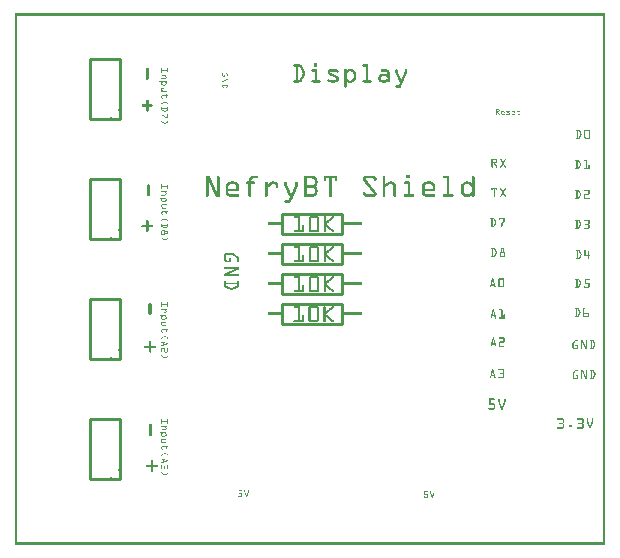
<source format=gto>
G04 MADE WITH FRITZING*
G04 WWW.FRITZING.ORG*
G04 DOUBLE SIDED*
G04 HOLES PLATED*
G04 CONTOUR ON CENTER OF CONTOUR VECTOR*
%ASAXBY*%
%FSLAX23Y23*%
%MOIN*%
%OFA0B0*%
%SFA1.0B1.0*%
%ADD10C,0.010000*%
%ADD11R,0.001000X0.001000*%
%LNSILK1*%
G90*
G70*
G54D10*
X351Y221D02*
X351Y421D01*
D02*
X351Y421D02*
X251Y421D01*
D02*
X251Y421D02*
X251Y221D01*
D02*
X251Y221D02*
X351Y221D01*
D02*
X351Y1421D02*
X351Y1621D01*
D02*
X351Y1621D02*
X251Y1621D01*
D02*
X251Y1621D02*
X251Y1421D01*
D02*
X251Y1421D02*
X351Y1421D01*
D02*
X351Y621D02*
X351Y821D01*
D02*
X351Y821D02*
X251Y821D01*
D02*
X251Y821D02*
X251Y621D01*
D02*
X251Y621D02*
X351Y621D01*
D02*
X351Y1021D02*
X351Y1221D01*
D02*
X351Y1221D02*
X251Y1221D01*
D02*
X251Y1221D02*
X251Y1021D01*
D02*
X251Y1021D02*
X351Y1021D01*
D02*
X1091Y938D02*
X891Y938D01*
D02*
X891Y938D02*
X891Y1004D01*
D02*
X891Y1004D02*
X1091Y1004D01*
D02*
X1091Y1004D02*
X1091Y938D01*
D02*
X1091Y838D02*
X891Y838D01*
D02*
X891Y838D02*
X891Y904D01*
D02*
X891Y904D02*
X1091Y904D01*
D02*
X1091Y904D02*
X1091Y838D01*
D02*
X1091Y1038D02*
X891Y1038D01*
D02*
X891Y1038D02*
X891Y1104D01*
D02*
X891Y1104D02*
X1091Y1104D01*
D02*
X1091Y1104D02*
X1091Y1038D01*
D02*
X1091Y738D02*
X891Y738D01*
D02*
X891Y738D02*
X891Y804D01*
D02*
X891Y804D02*
X1091Y804D01*
D02*
X1091Y804D02*
X1091Y738D01*
G54D11*
X0Y1772D02*
X1967Y1772D01*
X0Y1771D02*
X1967Y1771D01*
X0Y1770D02*
X1967Y1770D01*
X0Y1769D02*
X1967Y1769D01*
X0Y1768D02*
X1967Y1768D01*
X0Y1767D02*
X1967Y1767D01*
X0Y1766D02*
X1967Y1766D01*
X0Y1765D02*
X1967Y1765D01*
X0Y1764D02*
X7Y1764D01*
X1960Y1764D02*
X1967Y1764D01*
X0Y1763D02*
X7Y1763D01*
X1960Y1763D02*
X1967Y1763D01*
X0Y1762D02*
X7Y1762D01*
X1960Y1762D02*
X1967Y1762D01*
X0Y1761D02*
X7Y1761D01*
X1960Y1761D02*
X1967Y1761D01*
X0Y1760D02*
X7Y1760D01*
X1960Y1760D02*
X1967Y1760D01*
X0Y1759D02*
X7Y1759D01*
X1960Y1759D02*
X1967Y1759D01*
X0Y1758D02*
X7Y1758D01*
X1960Y1758D02*
X1967Y1758D01*
X0Y1757D02*
X7Y1757D01*
X1960Y1757D02*
X1967Y1757D01*
X0Y1756D02*
X7Y1756D01*
X1960Y1756D02*
X1967Y1756D01*
X0Y1755D02*
X7Y1755D01*
X1960Y1755D02*
X1967Y1755D01*
X0Y1754D02*
X7Y1754D01*
X1960Y1754D02*
X1967Y1754D01*
X0Y1753D02*
X7Y1753D01*
X1960Y1753D02*
X1967Y1753D01*
X0Y1752D02*
X7Y1752D01*
X1960Y1752D02*
X1967Y1752D01*
X0Y1751D02*
X7Y1751D01*
X1960Y1751D02*
X1967Y1751D01*
X0Y1750D02*
X7Y1750D01*
X1960Y1750D02*
X1967Y1750D01*
X0Y1749D02*
X7Y1749D01*
X1960Y1749D02*
X1967Y1749D01*
X0Y1748D02*
X7Y1748D01*
X1960Y1748D02*
X1967Y1748D01*
X0Y1747D02*
X7Y1747D01*
X1960Y1747D02*
X1967Y1747D01*
X0Y1746D02*
X7Y1746D01*
X1960Y1746D02*
X1967Y1746D01*
X0Y1745D02*
X7Y1745D01*
X1960Y1745D02*
X1967Y1745D01*
X0Y1744D02*
X7Y1744D01*
X1960Y1744D02*
X1967Y1744D01*
X0Y1743D02*
X7Y1743D01*
X1960Y1743D02*
X1967Y1743D01*
X0Y1742D02*
X7Y1742D01*
X1960Y1742D02*
X1967Y1742D01*
X0Y1741D02*
X7Y1741D01*
X1960Y1741D02*
X1967Y1741D01*
X0Y1740D02*
X7Y1740D01*
X1960Y1740D02*
X1967Y1740D01*
X0Y1739D02*
X7Y1739D01*
X1960Y1739D02*
X1967Y1739D01*
X0Y1738D02*
X7Y1738D01*
X1960Y1738D02*
X1967Y1738D01*
X0Y1737D02*
X7Y1737D01*
X1960Y1737D02*
X1967Y1737D01*
X0Y1736D02*
X7Y1736D01*
X1960Y1736D02*
X1967Y1736D01*
X0Y1735D02*
X7Y1735D01*
X1960Y1735D02*
X1967Y1735D01*
X0Y1734D02*
X7Y1734D01*
X1960Y1734D02*
X1967Y1734D01*
X0Y1733D02*
X7Y1733D01*
X1960Y1733D02*
X1967Y1733D01*
X0Y1732D02*
X7Y1732D01*
X1960Y1732D02*
X1967Y1732D01*
X0Y1731D02*
X7Y1731D01*
X1960Y1731D02*
X1967Y1731D01*
X0Y1730D02*
X7Y1730D01*
X1960Y1730D02*
X1967Y1730D01*
X0Y1729D02*
X7Y1729D01*
X1960Y1729D02*
X1967Y1729D01*
X0Y1728D02*
X7Y1728D01*
X1960Y1728D02*
X1967Y1728D01*
X0Y1727D02*
X7Y1727D01*
X1960Y1727D02*
X1967Y1727D01*
X0Y1726D02*
X7Y1726D01*
X1960Y1726D02*
X1967Y1726D01*
X0Y1725D02*
X7Y1725D01*
X1960Y1725D02*
X1967Y1725D01*
X0Y1724D02*
X7Y1724D01*
X1960Y1724D02*
X1967Y1724D01*
X0Y1723D02*
X7Y1723D01*
X1960Y1723D02*
X1967Y1723D01*
X0Y1722D02*
X7Y1722D01*
X1960Y1722D02*
X1967Y1722D01*
X0Y1721D02*
X7Y1721D01*
X1960Y1721D02*
X1967Y1721D01*
X0Y1720D02*
X7Y1720D01*
X1960Y1720D02*
X1967Y1720D01*
X0Y1719D02*
X7Y1719D01*
X1960Y1719D02*
X1967Y1719D01*
X0Y1718D02*
X7Y1718D01*
X1960Y1718D02*
X1967Y1718D01*
X0Y1717D02*
X7Y1717D01*
X1960Y1717D02*
X1967Y1717D01*
X0Y1716D02*
X7Y1716D01*
X1960Y1716D02*
X1967Y1716D01*
X0Y1715D02*
X7Y1715D01*
X1960Y1715D02*
X1967Y1715D01*
X0Y1714D02*
X7Y1714D01*
X1960Y1714D02*
X1967Y1714D01*
X0Y1713D02*
X7Y1713D01*
X1960Y1713D02*
X1967Y1713D01*
X0Y1712D02*
X7Y1712D01*
X1960Y1712D02*
X1967Y1712D01*
X0Y1711D02*
X7Y1711D01*
X1960Y1711D02*
X1967Y1711D01*
X0Y1710D02*
X7Y1710D01*
X1960Y1710D02*
X1967Y1710D01*
X0Y1709D02*
X7Y1709D01*
X1960Y1709D02*
X1967Y1709D01*
X0Y1708D02*
X7Y1708D01*
X1960Y1708D02*
X1967Y1708D01*
X0Y1707D02*
X7Y1707D01*
X1960Y1707D02*
X1967Y1707D01*
X0Y1706D02*
X7Y1706D01*
X1960Y1706D02*
X1967Y1706D01*
X0Y1705D02*
X7Y1705D01*
X1960Y1705D02*
X1967Y1705D01*
X0Y1704D02*
X7Y1704D01*
X1960Y1704D02*
X1967Y1704D01*
X0Y1703D02*
X7Y1703D01*
X1960Y1703D02*
X1967Y1703D01*
X0Y1702D02*
X7Y1702D01*
X1960Y1702D02*
X1967Y1702D01*
X0Y1701D02*
X7Y1701D01*
X1960Y1701D02*
X1967Y1701D01*
X0Y1700D02*
X7Y1700D01*
X1960Y1700D02*
X1967Y1700D01*
X0Y1699D02*
X7Y1699D01*
X1960Y1699D02*
X1967Y1699D01*
X0Y1698D02*
X7Y1698D01*
X1960Y1698D02*
X1967Y1698D01*
X0Y1697D02*
X7Y1697D01*
X1960Y1697D02*
X1967Y1697D01*
X0Y1696D02*
X7Y1696D01*
X1960Y1696D02*
X1967Y1696D01*
X0Y1695D02*
X7Y1695D01*
X1960Y1695D02*
X1967Y1695D01*
X0Y1694D02*
X7Y1694D01*
X1960Y1694D02*
X1967Y1694D01*
X0Y1693D02*
X7Y1693D01*
X1960Y1693D02*
X1967Y1693D01*
X0Y1692D02*
X7Y1692D01*
X1960Y1692D02*
X1967Y1692D01*
X0Y1691D02*
X7Y1691D01*
X1960Y1691D02*
X1967Y1691D01*
X0Y1690D02*
X7Y1690D01*
X1960Y1690D02*
X1967Y1690D01*
X0Y1689D02*
X7Y1689D01*
X1960Y1689D02*
X1967Y1689D01*
X0Y1688D02*
X7Y1688D01*
X1960Y1688D02*
X1967Y1688D01*
X0Y1687D02*
X7Y1687D01*
X1960Y1687D02*
X1967Y1687D01*
X0Y1686D02*
X7Y1686D01*
X1960Y1686D02*
X1967Y1686D01*
X0Y1685D02*
X7Y1685D01*
X1960Y1685D02*
X1967Y1685D01*
X0Y1684D02*
X7Y1684D01*
X1960Y1684D02*
X1967Y1684D01*
X0Y1683D02*
X7Y1683D01*
X1960Y1683D02*
X1967Y1683D01*
X0Y1682D02*
X7Y1682D01*
X1960Y1682D02*
X1967Y1682D01*
X0Y1681D02*
X7Y1681D01*
X1960Y1681D02*
X1967Y1681D01*
X0Y1680D02*
X7Y1680D01*
X1960Y1680D02*
X1967Y1680D01*
X0Y1679D02*
X7Y1679D01*
X1960Y1679D02*
X1967Y1679D01*
X0Y1678D02*
X7Y1678D01*
X1960Y1678D02*
X1967Y1678D01*
X0Y1677D02*
X7Y1677D01*
X1960Y1677D02*
X1967Y1677D01*
X0Y1676D02*
X7Y1676D01*
X1960Y1676D02*
X1967Y1676D01*
X0Y1675D02*
X7Y1675D01*
X1960Y1675D02*
X1967Y1675D01*
X0Y1674D02*
X7Y1674D01*
X1960Y1674D02*
X1967Y1674D01*
X0Y1673D02*
X7Y1673D01*
X1960Y1673D02*
X1967Y1673D01*
X0Y1672D02*
X7Y1672D01*
X1960Y1672D02*
X1967Y1672D01*
X0Y1671D02*
X7Y1671D01*
X1960Y1671D02*
X1967Y1671D01*
X0Y1670D02*
X7Y1670D01*
X1960Y1670D02*
X1967Y1670D01*
X0Y1669D02*
X7Y1669D01*
X1960Y1669D02*
X1967Y1669D01*
X0Y1668D02*
X7Y1668D01*
X1960Y1668D02*
X1967Y1668D01*
X0Y1667D02*
X7Y1667D01*
X1960Y1667D02*
X1967Y1667D01*
X0Y1666D02*
X7Y1666D01*
X1960Y1666D02*
X1967Y1666D01*
X0Y1665D02*
X7Y1665D01*
X1960Y1665D02*
X1967Y1665D01*
X0Y1664D02*
X7Y1664D01*
X1960Y1664D02*
X1967Y1664D01*
X0Y1663D02*
X7Y1663D01*
X1960Y1663D02*
X1967Y1663D01*
X0Y1662D02*
X7Y1662D01*
X1960Y1662D02*
X1967Y1662D01*
X0Y1661D02*
X7Y1661D01*
X1960Y1661D02*
X1967Y1661D01*
X0Y1660D02*
X7Y1660D01*
X1960Y1660D02*
X1967Y1660D01*
X0Y1659D02*
X7Y1659D01*
X1960Y1659D02*
X1967Y1659D01*
X0Y1658D02*
X7Y1658D01*
X1960Y1658D02*
X1967Y1658D01*
X0Y1657D02*
X7Y1657D01*
X1960Y1657D02*
X1967Y1657D01*
X0Y1656D02*
X7Y1656D01*
X1960Y1656D02*
X1967Y1656D01*
X0Y1655D02*
X7Y1655D01*
X1960Y1655D02*
X1967Y1655D01*
X0Y1654D02*
X7Y1654D01*
X1960Y1654D02*
X1967Y1654D01*
X0Y1653D02*
X7Y1653D01*
X1960Y1653D02*
X1967Y1653D01*
X0Y1652D02*
X7Y1652D01*
X1960Y1652D02*
X1967Y1652D01*
X0Y1651D02*
X7Y1651D01*
X1960Y1651D02*
X1967Y1651D01*
X0Y1650D02*
X7Y1650D01*
X1960Y1650D02*
X1967Y1650D01*
X0Y1649D02*
X7Y1649D01*
X1960Y1649D02*
X1967Y1649D01*
X0Y1648D02*
X7Y1648D01*
X1960Y1648D02*
X1967Y1648D01*
X0Y1647D02*
X7Y1647D01*
X1960Y1647D02*
X1967Y1647D01*
X0Y1646D02*
X7Y1646D01*
X1960Y1646D02*
X1967Y1646D01*
X0Y1645D02*
X7Y1645D01*
X1960Y1645D02*
X1967Y1645D01*
X0Y1644D02*
X7Y1644D01*
X1960Y1644D02*
X1967Y1644D01*
X0Y1643D02*
X7Y1643D01*
X1960Y1643D02*
X1967Y1643D01*
X0Y1642D02*
X7Y1642D01*
X1960Y1642D02*
X1967Y1642D01*
X0Y1641D02*
X7Y1641D01*
X1960Y1641D02*
X1967Y1641D01*
X0Y1640D02*
X7Y1640D01*
X1960Y1640D02*
X1967Y1640D01*
X0Y1639D02*
X7Y1639D01*
X1960Y1639D02*
X1967Y1639D01*
X0Y1638D02*
X7Y1638D01*
X1960Y1638D02*
X1967Y1638D01*
X0Y1637D02*
X7Y1637D01*
X1960Y1637D02*
X1967Y1637D01*
X0Y1636D02*
X7Y1636D01*
X1960Y1636D02*
X1967Y1636D01*
X0Y1635D02*
X7Y1635D01*
X1960Y1635D02*
X1967Y1635D01*
X0Y1634D02*
X7Y1634D01*
X1960Y1634D02*
X1967Y1634D01*
X0Y1633D02*
X7Y1633D01*
X1960Y1633D02*
X1967Y1633D01*
X0Y1632D02*
X7Y1632D01*
X1960Y1632D02*
X1967Y1632D01*
X0Y1631D02*
X7Y1631D01*
X1960Y1631D02*
X1967Y1631D01*
X0Y1630D02*
X7Y1630D01*
X1960Y1630D02*
X1967Y1630D01*
X0Y1629D02*
X7Y1629D01*
X1960Y1629D02*
X1967Y1629D01*
X0Y1628D02*
X7Y1628D01*
X1960Y1628D02*
X1967Y1628D01*
X0Y1627D02*
X7Y1627D01*
X1960Y1627D02*
X1967Y1627D01*
X0Y1626D02*
X7Y1626D01*
X1960Y1626D02*
X1967Y1626D01*
X0Y1625D02*
X7Y1625D01*
X1960Y1625D02*
X1967Y1625D01*
X0Y1624D02*
X7Y1624D01*
X1960Y1624D02*
X1967Y1624D01*
X0Y1623D02*
X7Y1623D01*
X1960Y1623D02*
X1967Y1623D01*
X0Y1622D02*
X7Y1622D01*
X1960Y1622D02*
X1967Y1622D01*
X0Y1621D02*
X7Y1621D01*
X1960Y1621D02*
X1967Y1621D01*
X0Y1620D02*
X7Y1620D01*
X1960Y1620D02*
X1967Y1620D01*
X0Y1619D02*
X7Y1619D01*
X1960Y1619D02*
X1967Y1619D01*
X0Y1618D02*
X7Y1618D01*
X1960Y1618D02*
X1967Y1618D01*
X0Y1617D02*
X7Y1617D01*
X1960Y1617D02*
X1967Y1617D01*
X0Y1616D02*
X7Y1616D01*
X1960Y1616D02*
X1967Y1616D01*
X0Y1615D02*
X7Y1615D01*
X1960Y1615D02*
X1967Y1615D01*
X0Y1614D02*
X7Y1614D01*
X1960Y1614D02*
X1967Y1614D01*
X0Y1613D02*
X7Y1613D01*
X1960Y1613D02*
X1967Y1613D01*
X0Y1612D02*
X7Y1612D01*
X1960Y1612D02*
X1967Y1612D01*
X0Y1611D02*
X7Y1611D01*
X1960Y1611D02*
X1967Y1611D01*
X0Y1610D02*
X7Y1610D01*
X1960Y1610D02*
X1967Y1610D01*
X0Y1609D02*
X7Y1609D01*
X1960Y1609D02*
X1967Y1609D01*
X0Y1608D02*
X7Y1608D01*
X1960Y1608D02*
X1967Y1608D01*
X0Y1607D02*
X7Y1607D01*
X1960Y1607D02*
X1967Y1607D01*
X0Y1606D02*
X7Y1606D01*
X999Y1606D02*
X1006Y1606D01*
X1960Y1606D02*
X1967Y1606D01*
X0Y1605D02*
X7Y1605D01*
X998Y1605D02*
X1007Y1605D01*
X1960Y1605D02*
X1967Y1605D01*
X0Y1604D02*
X7Y1604D01*
X997Y1604D02*
X1007Y1604D01*
X1960Y1604D02*
X1967Y1604D01*
X0Y1603D02*
X7Y1603D01*
X931Y1603D02*
X949Y1603D01*
X997Y1603D02*
X1008Y1603D01*
X1162Y1603D02*
X1175Y1603D01*
X1960Y1603D02*
X1967Y1603D01*
X0Y1602D02*
X7Y1602D01*
X930Y1602D02*
X951Y1602D01*
X997Y1602D02*
X1008Y1602D01*
X1160Y1602D02*
X1177Y1602D01*
X1960Y1602D02*
X1967Y1602D01*
X0Y1601D02*
X7Y1601D01*
X929Y1601D02*
X953Y1601D01*
X997Y1601D02*
X1008Y1601D01*
X1159Y1601D02*
X1177Y1601D01*
X1960Y1601D02*
X1967Y1601D01*
X0Y1600D02*
X7Y1600D01*
X929Y1600D02*
X954Y1600D01*
X997Y1600D02*
X1008Y1600D01*
X1159Y1600D02*
X1178Y1600D01*
X1960Y1600D02*
X1967Y1600D01*
X0Y1599D02*
X7Y1599D01*
X929Y1599D02*
X955Y1599D01*
X997Y1599D02*
X1008Y1599D01*
X1159Y1599D02*
X1178Y1599D01*
X1960Y1599D02*
X1967Y1599D01*
X0Y1598D02*
X7Y1598D01*
X929Y1598D02*
X956Y1598D01*
X997Y1598D02*
X1007Y1598D01*
X1159Y1598D02*
X1178Y1598D01*
X1960Y1598D02*
X1967Y1598D01*
X0Y1597D02*
X7Y1597D01*
X929Y1597D02*
X956Y1597D01*
X998Y1597D02*
X1007Y1597D01*
X1160Y1597D02*
X1178Y1597D01*
X1960Y1597D02*
X1967Y1597D01*
X0Y1596D02*
X7Y1596D01*
X930Y1596D02*
X957Y1596D01*
X999Y1596D02*
X1006Y1596D01*
X1161Y1596D02*
X1178Y1596D01*
X1960Y1596D02*
X1967Y1596D01*
X0Y1595D02*
X7Y1595D01*
X936Y1595D02*
X943Y1595D01*
X949Y1595D02*
X958Y1595D01*
X1171Y1595D02*
X1178Y1595D01*
X1960Y1595D02*
X1967Y1595D01*
X0Y1594D02*
X7Y1594D01*
X936Y1594D02*
X943Y1594D01*
X950Y1594D02*
X958Y1594D01*
X1171Y1594D02*
X1178Y1594D01*
X1960Y1594D02*
X1967Y1594D01*
X0Y1593D02*
X7Y1593D01*
X936Y1593D02*
X943Y1593D01*
X951Y1593D02*
X959Y1593D01*
X1171Y1593D02*
X1178Y1593D01*
X1960Y1593D02*
X1967Y1593D01*
X0Y1592D02*
X7Y1592D01*
X936Y1592D02*
X943Y1592D01*
X951Y1592D02*
X959Y1592D01*
X1171Y1592D02*
X1178Y1592D01*
X1960Y1592D02*
X1967Y1592D01*
X0Y1591D02*
X7Y1591D01*
X936Y1591D02*
X943Y1591D01*
X952Y1591D02*
X960Y1591D01*
X1171Y1591D02*
X1178Y1591D01*
X1960Y1591D02*
X1967Y1591D01*
X0Y1590D02*
X7Y1590D01*
X438Y1590D02*
X444Y1590D01*
X489Y1590D02*
X490Y1590D01*
X510Y1590D02*
X511Y1590D01*
X936Y1590D02*
X943Y1590D01*
X952Y1590D02*
X960Y1590D01*
X1171Y1590D02*
X1178Y1590D01*
X1960Y1590D02*
X1967Y1590D01*
X0Y1589D02*
X7Y1589D01*
X437Y1589D02*
X445Y1589D01*
X489Y1589D02*
X491Y1589D01*
X509Y1589D02*
X511Y1589D01*
X936Y1589D02*
X943Y1589D01*
X953Y1589D02*
X961Y1589D01*
X1171Y1589D02*
X1178Y1589D01*
X1960Y1589D02*
X1967Y1589D01*
X0Y1588D02*
X7Y1588D01*
X436Y1588D02*
X446Y1588D01*
X489Y1588D02*
X491Y1588D01*
X509Y1588D02*
X511Y1588D01*
X936Y1588D02*
X943Y1588D01*
X953Y1588D02*
X961Y1588D01*
X1101Y1588D02*
X1103Y1588D01*
X1115Y1588D02*
X1121Y1588D01*
X1171Y1588D02*
X1178Y1588D01*
X1960Y1588D02*
X1967Y1588D01*
X0Y1587D02*
X7Y1587D01*
X436Y1587D02*
X446Y1587D01*
X489Y1587D02*
X491Y1587D01*
X509Y1587D02*
X511Y1587D01*
X936Y1587D02*
X943Y1587D01*
X954Y1587D02*
X962Y1587D01*
X1100Y1587D02*
X1104Y1587D01*
X1112Y1587D02*
X1123Y1587D01*
X1171Y1587D02*
X1178Y1587D01*
X1960Y1587D02*
X1967Y1587D01*
X0Y1586D02*
X7Y1586D01*
X436Y1586D02*
X446Y1586D01*
X489Y1586D02*
X491Y1586D01*
X509Y1586D02*
X511Y1586D01*
X936Y1586D02*
X943Y1586D01*
X954Y1586D02*
X962Y1586D01*
X991Y1586D02*
X1006Y1586D01*
X1049Y1586D02*
X1072Y1586D01*
X1099Y1586D02*
X1105Y1586D01*
X1110Y1586D02*
X1125Y1586D01*
X1171Y1586D02*
X1178Y1586D01*
X1222Y1586D02*
X1241Y1586D01*
X1270Y1586D02*
X1274Y1586D01*
X1302Y1586D02*
X1305Y1586D01*
X1960Y1586D02*
X1967Y1586D01*
X0Y1585D02*
X7Y1585D01*
X436Y1585D02*
X446Y1585D01*
X489Y1585D02*
X491Y1585D01*
X509Y1585D02*
X511Y1585D01*
X936Y1585D02*
X943Y1585D01*
X955Y1585D02*
X963Y1585D01*
X990Y1585D02*
X1007Y1585D01*
X1047Y1585D02*
X1075Y1585D01*
X1099Y1585D02*
X1105Y1585D01*
X1109Y1585D02*
X1126Y1585D01*
X1171Y1585D02*
X1178Y1585D01*
X1220Y1585D02*
X1243Y1585D01*
X1269Y1585D02*
X1275Y1585D01*
X1301Y1585D02*
X1306Y1585D01*
X1960Y1585D02*
X1967Y1585D01*
X0Y1584D02*
X7Y1584D01*
X436Y1584D02*
X446Y1584D01*
X489Y1584D02*
X511Y1584D01*
X936Y1584D02*
X943Y1584D01*
X955Y1584D02*
X963Y1584D01*
X989Y1584D02*
X1007Y1584D01*
X1046Y1584D02*
X1076Y1584D01*
X1098Y1584D02*
X1105Y1584D01*
X1108Y1584D02*
X1128Y1584D01*
X1171Y1584D02*
X1178Y1584D01*
X1220Y1584D02*
X1245Y1584D01*
X1269Y1584D02*
X1275Y1584D01*
X1300Y1584D02*
X1306Y1584D01*
X1960Y1584D02*
X1967Y1584D01*
X0Y1583D02*
X7Y1583D01*
X436Y1583D02*
X446Y1583D01*
X489Y1583D02*
X511Y1583D01*
X936Y1583D02*
X943Y1583D01*
X956Y1583D02*
X964Y1583D01*
X989Y1583D02*
X1008Y1583D01*
X1045Y1583D02*
X1077Y1583D01*
X1098Y1583D02*
X1129Y1583D01*
X1171Y1583D02*
X1178Y1583D01*
X1220Y1583D02*
X1246Y1583D01*
X1269Y1583D02*
X1275Y1583D01*
X1300Y1583D02*
X1307Y1583D01*
X1960Y1583D02*
X1967Y1583D01*
X0Y1582D02*
X7Y1582D01*
X436Y1582D02*
X446Y1582D01*
X489Y1582D02*
X511Y1582D01*
X936Y1582D02*
X943Y1582D01*
X956Y1582D02*
X964Y1582D01*
X989Y1582D02*
X1008Y1582D01*
X1044Y1582D02*
X1078Y1582D01*
X1098Y1582D02*
X1130Y1582D01*
X1171Y1582D02*
X1178Y1582D01*
X1220Y1582D02*
X1247Y1582D01*
X1269Y1582D02*
X1275Y1582D01*
X1300Y1582D02*
X1307Y1582D01*
X1960Y1582D02*
X1967Y1582D01*
X0Y1581D02*
X7Y1581D01*
X436Y1581D02*
X446Y1581D01*
X489Y1581D02*
X491Y1581D01*
X509Y1581D02*
X511Y1581D01*
X936Y1581D02*
X943Y1581D01*
X957Y1581D02*
X965Y1581D01*
X989Y1581D02*
X1008Y1581D01*
X1044Y1581D02*
X1079Y1581D01*
X1098Y1581D02*
X1131Y1581D01*
X1171Y1581D02*
X1178Y1581D01*
X1220Y1581D02*
X1247Y1581D01*
X1269Y1581D02*
X1275Y1581D01*
X1300Y1581D02*
X1307Y1581D01*
X1960Y1581D02*
X1967Y1581D01*
X0Y1580D02*
X7Y1580D01*
X436Y1580D02*
X446Y1580D01*
X489Y1580D02*
X491Y1580D01*
X509Y1580D02*
X511Y1580D01*
X936Y1580D02*
X943Y1580D01*
X957Y1580D02*
X965Y1580D01*
X990Y1580D02*
X1008Y1580D01*
X1043Y1580D02*
X1079Y1580D01*
X1098Y1580D02*
X1115Y1580D01*
X1121Y1580D02*
X1132Y1580D01*
X1171Y1580D02*
X1178Y1580D01*
X1221Y1580D02*
X1248Y1580D01*
X1269Y1580D02*
X1275Y1580D01*
X1300Y1580D02*
X1307Y1580D01*
X1960Y1580D02*
X1967Y1580D01*
X0Y1579D02*
X7Y1579D01*
X436Y1579D02*
X446Y1579D01*
X489Y1579D02*
X491Y1579D01*
X509Y1579D02*
X511Y1579D01*
X936Y1579D02*
X943Y1579D01*
X958Y1579D02*
X965Y1579D01*
X992Y1579D02*
X1008Y1579D01*
X1043Y1579D02*
X1079Y1579D01*
X1098Y1579D02*
X1113Y1579D01*
X1122Y1579D02*
X1133Y1579D01*
X1171Y1579D02*
X1178Y1579D01*
X1222Y1579D02*
X1248Y1579D01*
X1269Y1579D02*
X1275Y1579D01*
X1300Y1579D02*
X1307Y1579D01*
X1960Y1579D02*
X1967Y1579D01*
X0Y1578D02*
X7Y1578D01*
X436Y1578D02*
X446Y1578D01*
X489Y1578D02*
X491Y1578D01*
X509Y1578D02*
X511Y1578D01*
X936Y1578D02*
X943Y1578D01*
X958Y1578D02*
X966Y1578D01*
X1001Y1578D02*
X1008Y1578D01*
X1043Y1578D02*
X1050Y1578D01*
X1072Y1578D02*
X1079Y1578D01*
X1098Y1578D02*
X1112Y1578D01*
X1123Y1578D02*
X1134Y1578D01*
X1171Y1578D02*
X1178Y1578D01*
X1240Y1578D02*
X1249Y1578D01*
X1269Y1578D02*
X1275Y1578D01*
X1300Y1578D02*
X1307Y1578D01*
X1960Y1578D02*
X1967Y1578D01*
X0Y1577D02*
X7Y1577D01*
X436Y1577D02*
X446Y1577D01*
X489Y1577D02*
X491Y1577D01*
X509Y1577D02*
X511Y1577D01*
X936Y1577D02*
X943Y1577D01*
X959Y1577D02*
X966Y1577D01*
X1001Y1577D02*
X1008Y1577D01*
X1043Y1577D02*
X1050Y1577D01*
X1073Y1577D02*
X1078Y1577D01*
X1098Y1577D02*
X1111Y1577D01*
X1124Y1577D02*
X1135Y1577D01*
X1171Y1577D02*
X1178Y1577D01*
X1241Y1577D02*
X1249Y1577D01*
X1269Y1577D02*
X1276Y1577D01*
X1300Y1577D02*
X1307Y1577D01*
X1960Y1577D02*
X1967Y1577D01*
X0Y1576D02*
X7Y1576D01*
X436Y1576D02*
X446Y1576D01*
X489Y1576D02*
X490Y1576D01*
X510Y1576D02*
X511Y1576D01*
X936Y1576D02*
X943Y1576D01*
X959Y1576D02*
X966Y1576D01*
X1001Y1576D02*
X1008Y1576D01*
X1043Y1576D02*
X1050Y1576D01*
X1074Y1576D02*
X1077Y1576D01*
X1098Y1576D02*
X1110Y1576D01*
X1126Y1576D02*
X1135Y1576D01*
X1171Y1576D02*
X1178Y1576D01*
X1242Y1576D02*
X1249Y1576D01*
X1269Y1576D02*
X1276Y1576D01*
X1299Y1576D02*
X1307Y1576D01*
X1960Y1576D02*
X1967Y1576D01*
X0Y1575D02*
X7Y1575D01*
X436Y1575D02*
X446Y1575D01*
X693Y1575D02*
X703Y1575D01*
X936Y1575D02*
X943Y1575D01*
X959Y1575D02*
X966Y1575D01*
X1001Y1575D02*
X1008Y1575D01*
X1043Y1575D02*
X1050Y1575D01*
X1098Y1575D02*
X1109Y1575D01*
X1127Y1575D02*
X1136Y1575D01*
X1171Y1575D02*
X1178Y1575D01*
X1242Y1575D02*
X1249Y1575D01*
X1269Y1575D02*
X1276Y1575D01*
X1299Y1575D02*
X1307Y1575D01*
X1960Y1575D02*
X1967Y1575D01*
X0Y1574D02*
X7Y1574D01*
X436Y1574D02*
X446Y1574D01*
X691Y1574D02*
X705Y1574D01*
X936Y1574D02*
X943Y1574D01*
X960Y1574D02*
X967Y1574D01*
X1001Y1574D02*
X1008Y1574D01*
X1043Y1574D02*
X1052Y1574D01*
X1098Y1574D02*
X1108Y1574D01*
X1128Y1574D02*
X1136Y1574D01*
X1171Y1574D02*
X1178Y1574D01*
X1242Y1574D02*
X1249Y1574D01*
X1269Y1574D02*
X1277Y1574D01*
X1298Y1574D02*
X1306Y1574D01*
X1960Y1574D02*
X1967Y1574D01*
X0Y1573D02*
X7Y1573D01*
X436Y1573D02*
X446Y1573D01*
X691Y1573D02*
X706Y1573D01*
X936Y1573D02*
X943Y1573D01*
X960Y1573D02*
X967Y1573D01*
X1001Y1573D02*
X1008Y1573D01*
X1044Y1573D02*
X1054Y1573D01*
X1098Y1573D02*
X1107Y1573D01*
X1129Y1573D02*
X1136Y1573D01*
X1171Y1573D02*
X1178Y1573D01*
X1242Y1573D02*
X1249Y1573D01*
X1269Y1573D02*
X1277Y1573D01*
X1298Y1573D02*
X1306Y1573D01*
X1960Y1573D02*
X1967Y1573D01*
X0Y1572D02*
X7Y1572D01*
X436Y1572D02*
X446Y1572D01*
X690Y1572D02*
X692Y1572D01*
X704Y1572D02*
X707Y1572D01*
X936Y1572D02*
X943Y1572D01*
X960Y1572D02*
X967Y1572D01*
X1001Y1572D02*
X1008Y1572D01*
X1044Y1572D02*
X1057Y1572D01*
X1098Y1572D02*
X1107Y1572D01*
X1129Y1572D02*
X1137Y1572D01*
X1171Y1572D02*
X1178Y1572D01*
X1242Y1572D02*
X1249Y1572D01*
X1270Y1572D02*
X1278Y1572D01*
X1298Y1572D02*
X1305Y1572D01*
X1960Y1572D02*
X1967Y1572D01*
X0Y1571D02*
X7Y1571D01*
X436Y1571D02*
X446Y1571D01*
X690Y1571D02*
X692Y1571D01*
X705Y1571D02*
X709Y1571D01*
X936Y1571D02*
X943Y1571D01*
X960Y1571D02*
X967Y1571D01*
X1001Y1571D02*
X1008Y1571D01*
X1045Y1571D02*
X1059Y1571D01*
X1098Y1571D02*
X1106Y1571D01*
X1130Y1571D02*
X1137Y1571D01*
X1171Y1571D02*
X1178Y1571D01*
X1242Y1571D02*
X1249Y1571D01*
X1270Y1571D02*
X1278Y1571D01*
X1297Y1571D02*
X1305Y1571D01*
X1960Y1571D02*
X1967Y1571D01*
X0Y1570D02*
X7Y1570D01*
X436Y1570D02*
X446Y1570D01*
X690Y1570D02*
X692Y1570D01*
X706Y1570D02*
X710Y1570D01*
X936Y1570D02*
X943Y1570D01*
X959Y1570D02*
X966Y1570D01*
X1001Y1570D02*
X1008Y1570D01*
X1045Y1570D02*
X1061Y1570D01*
X1098Y1570D02*
X1106Y1570D01*
X1130Y1570D02*
X1137Y1570D01*
X1171Y1570D02*
X1178Y1570D01*
X1242Y1570D02*
X1249Y1570D01*
X1271Y1570D02*
X1278Y1570D01*
X1297Y1570D02*
X1304Y1570D01*
X1960Y1570D02*
X1967Y1570D01*
X0Y1569D02*
X7Y1569D01*
X436Y1569D02*
X446Y1569D01*
X690Y1569D02*
X692Y1569D01*
X708Y1569D02*
X710Y1569D01*
X936Y1569D02*
X943Y1569D01*
X959Y1569D02*
X966Y1569D01*
X1001Y1569D02*
X1008Y1569D01*
X1046Y1569D02*
X1064Y1569D01*
X1098Y1569D02*
X1105Y1569D01*
X1130Y1569D02*
X1137Y1569D01*
X1171Y1569D02*
X1178Y1569D01*
X1219Y1569D02*
X1249Y1569D01*
X1271Y1569D02*
X1279Y1569D01*
X1296Y1569D02*
X1304Y1569D01*
X1960Y1569D02*
X1967Y1569D01*
X0Y1568D02*
X7Y1568D01*
X436Y1568D02*
X446Y1568D01*
X489Y1568D02*
X505Y1568D01*
X690Y1568D02*
X692Y1568D01*
X698Y1568D02*
X699Y1568D01*
X709Y1568D02*
X711Y1568D01*
X936Y1568D02*
X943Y1568D01*
X959Y1568D02*
X966Y1568D01*
X1001Y1568D02*
X1008Y1568D01*
X1048Y1568D02*
X1066Y1568D01*
X1098Y1568D02*
X1105Y1568D01*
X1130Y1568D02*
X1137Y1568D01*
X1171Y1568D02*
X1178Y1568D01*
X1217Y1568D02*
X1249Y1568D01*
X1272Y1568D02*
X1279Y1568D01*
X1296Y1568D02*
X1304Y1568D01*
X1960Y1568D02*
X1967Y1568D01*
X0Y1567D02*
X7Y1567D01*
X436Y1567D02*
X446Y1567D01*
X489Y1567D02*
X505Y1567D01*
X690Y1567D02*
X692Y1567D01*
X697Y1567D02*
X699Y1567D01*
X709Y1567D02*
X711Y1567D01*
X936Y1567D02*
X943Y1567D01*
X958Y1567D02*
X966Y1567D01*
X1001Y1567D02*
X1008Y1567D01*
X1049Y1567D02*
X1068Y1567D01*
X1098Y1567D02*
X1105Y1567D01*
X1130Y1567D02*
X1137Y1567D01*
X1171Y1567D02*
X1178Y1567D01*
X1216Y1567D02*
X1249Y1567D01*
X1272Y1567D02*
X1280Y1567D01*
X1295Y1567D02*
X1303Y1567D01*
X1960Y1567D02*
X1967Y1567D01*
X0Y1566D02*
X7Y1566D01*
X436Y1566D02*
X446Y1566D01*
X490Y1566D02*
X504Y1566D01*
X690Y1566D02*
X692Y1566D01*
X697Y1566D02*
X699Y1566D01*
X709Y1566D02*
X711Y1566D01*
X936Y1566D02*
X943Y1566D01*
X958Y1566D02*
X965Y1566D01*
X1001Y1566D02*
X1008Y1566D01*
X1052Y1566D02*
X1071Y1566D01*
X1098Y1566D02*
X1105Y1566D01*
X1130Y1566D02*
X1137Y1566D01*
X1171Y1566D02*
X1178Y1566D01*
X1215Y1566D02*
X1249Y1566D01*
X1273Y1566D02*
X1280Y1566D01*
X1295Y1566D02*
X1303Y1566D01*
X1960Y1566D02*
X1967Y1566D01*
X0Y1565D02*
X7Y1565D01*
X436Y1565D02*
X446Y1565D01*
X500Y1565D02*
X503Y1565D01*
X691Y1565D02*
X693Y1565D01*
X697Y1565D02*
X699Y1565D01*
X709Y1565D02*
X711Y1565D01*
X936Y1565D02*
X943Y1565D01*
X957Y1565D02*
X965Y1565D01*
X1001Y1565D02*
X1008Y1565D01*
X1054Y1565D02*
X1073Y1565D01*
X1098Y1565D02*
X1105Y1565D01*
X1130Y1565D02*
X1137Y1565D01*
X1171Y1565D02*
X1178Y1565D01*
X1214Y1565D02*
X1249Y1565D01*
X1273Y1565D02*
X1281Y1565D01*
X1295Y1565D02*
X1302Y1565D01*
X1960Y1565D02*
X1967Y1565D01*
X0Y1564D02*
X7Y1564D01*
X436Y1564D02*
X446Y1564D01*
X501Y1564D02*
X503Y1564D01*
X691Y1564D02*
X699Y1564D01*
X709Y1564D02*
X711Y1564D01*
X936Y1564D02*
X943Y1564D01*
X957Y1564D02*
X964Y1564D01*
X1001Y1564D02*
X1008Y1564D01*
X1056Y1564D02*
X1075Y1564D01*
X1098Y1564D02*
X1105Y1564D01*
X1130Y1564D02*
X1137Y1564D01*
X1171Y1564D02*
X1178Y1564D01*
X1213Y1564D02*
X1249Y1564D01*
X1273Y1564D02*
X1281Y1564D01*
X1294Y1564D02*
X1302Y1564D01*
X1960Y1564D02*
X1967Y1564D01*
X0Y1563D02*
X7Y1563D01*
X436Y1563D02*
X446Y1563D01*
X501Y1563D02*
X504Y1563D01*
X692Y1563D02*
X699Y1563D01*
X709Y1563D02*
X710Y1563D01*
X936Y1563D02*
X943Y1563D01*
X956Y1563D02*
X964Y1563D01*
X1001Y1563D02*
X1008Y1563D01*
X1059Y1563D02*
X1076Y1563D01*
X1098Y1563D02*
X1105Y1563D01*
X1130Y1563D02*
X1137Y1563D01*
X1171Y1563D02*
X1178Y1563D01*
X1213Y1563D02*
X1249Y1563D01*
X1274Y1563D02*
X1282Y1563D01*
X1294Y1563D02*
X1301Y1563D01*
X1960Y1563D02*
X1967Y1563D01*
X0Y1562D02*
X7Y1562D01*
X436Y1562D02*
X446Y1562D01*
X502Y1562D02*
X504Y1562D01*
X694Y1562D02*
X699Y1562D01*
X936Y1562D02*
X943Y1562D01*
X956Y1562D02*
X963Y1562D01*
X1001Y1562D02*
X1008Y1562D01*
X1061Y1562D02*
X1077Y1562D01*
X1098Y1562D02*
X1105Y1562D01*
X1130Y1562D02*
X1137Y1562D01*
X1171Y1562D02*
X1178Y1562D01*
X1213Y1562D02*
X1223Y1562D01*
X1239Y1562D02*
X1250Y1562D01*
X1274Y1562D02*
X1282Y1562D01*
X1293Y1562D02*
X1301Y1562D01*
X1960Y1562D02*
X1967Y1562D01*
X0Y1561D02*
X7Y1561D01*
X436Y1561D02*
X446Y1561D01*
X503Y1561D02*
X505Y1561D01*
X936Y1561D02*
X943Y1561D01*
X955Y1561D02*
X963Y1561D01*
X1001Y1561D02*
X1008Y1561D01*
X1063Y1561D02*
X1078Y1561D01*
X1098Y1561D02*
X1105Y1561D01*
X1130Y1561D02*
X1137Y1561D01*
X1171Y1561D02*
X1178Y1561D01*
X1212Y1561D02*
X1220Y1561D01*
X1241Y1561D02*
X1250Y1561D01*
X1275Y1561D02*
X1282Y1561D01*
X1293Y1561D02*
X1300Y1561D01*
X1960Y1561D02*
X1967Y1561D01*
X0Y1560D02*
X7Y1560D01*
X436Y1560D02*
X446Y1560D01*
X503Y1560D02*
X505Y1560D01*
X936Y1560D02*
X943Y1560D01*
X955Y1560D02*
X962Y1560D01*
X1001Y1560D02*
X1008Y1560D01*
X1066Y1560D02*
X1078Y1560D01*
X1098Y1560D02*
X1105Y1560D01*
X1130Y1560D02*
X1137Y1560D01*
X1171Y1560D02*
X1178Y1560D01*
X1212Y1560D02*
X1219Y1560D01*
X1242Y1560D02*
X1250Y1560D01*
X1275Y1560D02*
X1283Y1560D01*
X1292Y1560D02*
X1300Y1560D01*
X1960Y1560D02*
X1967Y1560D01*
X0Y1559D02*
X7Y1559D01*
X436Y1559D02*
X446Y1559D01*
X503Y1559D02*
X505Y1559D01*
X936Y1559D02*
X943Y1559D01*
X954Y1559D02*
X962Y1559D01*
X1001Y1559D02*
X1008Y1559D01*
X1068Y1559D02*
X1079Y1559D01*
X1098Y1559D02*
X1106Y1559D01*
X1130Y1559D02*
X1137Y1559D01*
X1171Y1559D02*
X1178Y1559D01*
X1212Y1559D02*
X1219Y1559D01*
X1242Y1559D02*
X1250Y1559D01*
X1276Y1559D02*
X1283Y1559D01*
X1292Y1559D02*
X1300Y1559D01*
X1960Y1559D02*
X1967Y1559D01*
X0Y1558D02*
X7Y1558D01*
X436Y1558D02*
X446Y1558D01*
X502Y1558D02*
X505Y1558D01*
X936Y1558D02*
X943Y1558D01*
X954Y1558D02*
X961Y1558D01*
X1001Y1558D02*
X1008Y1558D01*
X1070Y1558D02*
X1079Y1558D01*
X1098Y1558D02*
X1106Y1558D01*
X1130Y1558D02*
X1137Y1558D01*
X1171Y1558D02*
X1178Y1558D01*
X1212Y1558D02*
X1219Y1558D01*
X1243Y1558D02*
X1250Y1558D01*
X1276Y1558D02*
X1284Y1558D01*
X1291Y1558D02*
X1299Y1558D01*
X1960Y1558D02*
X1967Y1558D01*
X0Y1557D02*
X7Y1557D01*
X436Y1557D02*
X446Y1557D01*
X495Y1557D02*
X504Y1557D01*
X936Y1557D02*
X943Y1557D01*
X953Y1557D02*
X961Y1557D01*
X1001Y1557D02*
X1008Y1557D01*
X1072Y1557D02*
X1080Y1557D01*
X1098Y1557D02*
X1106Y1557D01*
X1130Y1557D02*
X1137Y1557D01*
X1171Y1557D02*
X1178Y1557D01*
X1212Y1557D02*
X1219Y1557D01*
X1243Y1557D02*
X1250Y1557D01*
X1276Y1557D02*
X1284Y1557D01*
X1291Y1557D02*
X1299Y1557D01*
X1960Y1557D02*
X1967Y1557D01*
X0Y1556D02*
X7Y1556D01*
X436Y1556D02*
X446Y1556D01*
X489Y1556D02*
X504Y1556D01*
X936Y1556D02*
X943Y1556D01*
X952Y1556D02*
X960Y1556D01*
X1001Y1556D02*
X1008Y1556D01*
X1072Y1556D02*
X1080Y1556D01*
X1098Y1556D02*
X1107Y1556D01*
X1129Y1556D02*
X1137Y1556D01*
X1171Y1556D02*
X1178Y1556D01*
X1212Y1556D02*
X1219Y1556D01*
X1243Y1556D02*
X1250Y1556D01*
X1277Y1556D02*
X1285Y1556D01*
X1291Y1556D02*
X1298Y1556D01*
X1960Y1556D02*
X1967Y1556D01*
X0Y1555D02*
X7Y1555D01*
X436Y1555D02*
X446Y1555D01*
X489Y1555D02*
X503Y1555D01*
X691Y1555D02*
X711Y1555D01*
X936Y1555D02*
X943Y1555D01*
X952Y1555D02*
X960Y1555D01*
X1001Y1555D02*
X1008Y1555D01*
X1073Y1555D02*
X1080Y1555D01*
X1098Y1555D02*
X1108Y1555D01*
X1128Y1555D02*
X1136Y1555D01*
X1171Y1555D02*
X1178Y1555D01*
X1212Y1555D02*
X1219Y1555D01*
X1243Y1555D02*
X1250Y1555D01*
X1277Y1555D02*
X1285Y1555D01*
X1290Y1555D02*
X1298Y1555D01*
X1960Y1555D02*
X1967Y1555D01*
X0Y1554D02*
X7Y1554D01*
X436Y1554D02*
X446Y1554D01*
X490Y1554D02*
X496Y1554D01*
X691Y1554D02*
X711Y1554D01*
X936Y1554D02*
X943Y1554D01*
X951Y1554D02*
X959Y1554D01*
X1001Y1554D02*
X1008Y1554D01*
X1073Y1554D02*
X1080Y1554D01*
X1098Y1554D02*
X1109Y1554D01*
X1127Y1554D02*
X1136Y1554D01*
X1171Y1554D02*
X1178Y1554D01*
X1212Y1554D02*
X1219Y1554D01*
X1241Y1554D02*
X1250Y1554D01*
X1278Y1554D02*
X1285Y1554D01*
X1290Y1554D02*
X1297Y1554D01*
X1960Y1554D02*
X1967Y1554D01*
X0Y1553D02*
X7Y1553D01*
X437Y1553D02*
X445Y1553D01*
X706Y1553D02*
X711Y1553D01*
X936Y1553D02*
X943Y1553D01*
X951Y1553D02*
X959Y1553D01*
X1001Y1553D02*
X1008Y1553D01*
X1045Y1553D02*
X1046Y1553D01*
X1073Y1553D02*
X1080Y1553D01*
X1098Y1553D02*
X1110Y1553D01*
X1126Y1553D02*
X1136Y1553D01*
X1171Y1553D02*
X1178Y1553D01*
X1212Y1553D02*
X1219Y1553D01*
X1239Y1553D02*
X1250Y1553D01*
X1278Y1553D02*
X1297Y1553D01*
X1960Y1553D02*
X1967Y1553D01*
X0Y1552D02*
X7Y1552D01*
X438Y1552D02*
X444Y1552D01*
X704Y1552D02*
X710Y1552D01*
X936Y1552D02*
X943Y1552D01*
X950Y1552D02*
X958Y1552D01*
X1001Y1552D02*
X1008Y1552D01*
X1043Y1552D02*
X1048Y1552D01*
X1072Y1552D02*
X1080Y1552D01*
X1098Y1552D02*
X1111Y1552D01*
X1125Y1552D02*
X1135Y1552D01*
X1171Y1552D02*
X1178Y1552D01*
X1212Y1552D02*
X1219Y1552D01*
X1238Y1552D02*
X1250Y1552D01*
X1279Y1552D02*
X1297Y1552D01*
X1960Y1552D02*
X1967Y1552D01*
X0Y1551D02*
X7Y1551D01*
X702Y1551D02*
X708Y1551D01*
X936Y1551D02*
X943Y1551D01*
X950Y1551D02*
X958Y1551D01*
X1001Y1551D02*
X1008Y1551D01*
X1042Y1551D02*
X1049Y1551D01*
X1072Y1551D02*
X1080Y1551D01*
X1098Y1551D02*
X1112Y1551D01*
X1124Y1551D02*
X1134Y1551D01*
X1171Y1551D02*
X1178Y1551D01*
X1212Y1551D02*
X1220Y1551D01*
X1236Y1551D02*
X1250Y1551D01*
X1279Y1551D02*
X1296Y1551D01*
X1960Y1551D02*
X1967Y1551D01*
X0Y1550D02*
X7Y1550D01*
X699Y1550D02*
X705Y1550D01*
X936Y1550D02*
X944Y1550D01*
X948Y1550D02*
X958Y1550D01*
X1000Y1550D02*
X1008Y1550D01*
X1042Y1550D02*
X1052Y1550D01*
X1069Y1550D02*
X1079Y1550D01*
X1098Y1550D02*
X1113Y1550D01*
X1123Y1550D02*
X1134Y1550D01*
X1170Y1550D02*
X1178Y1550D01*
X1212Y1550D02*
X1222Y1550D01*
X1234Y1550D02*
X1250Y1550D01*
X1280Y1550D02*
X1296Y1550D01*
X1960Y1550D02*
X1967Y1550D01*
X0Y1549D02*
X7Y1549D01*
X697Y1549D02*
X703Y1549D01*
X930Y1549D02*
X957Y1549D01*
X991Y1549D02*
X1018Y1549D01*
X1042Y1549D02*
X1079Y1549D01*
X1098Y1549D02*
X1114Y1549D01*
X1121Y1549D02*
X1133Y1549D01*
X1161Y1549D02*
X1188Y1549D01*
X1213Y1549D02*
X1250Y1549D01*
X1280Y1549D02*
X1295Y1549D01*
X1960Y1549D02*
X1967Y1549D01*
X0Y1548D02*
X7Y1548D01*
X695Y1548D02*
X701Y1548D01*
X929Y1548D02*
X956Y1548D01*
X990Y1548D02*
X1019Y1548D01*
X1042Y1548D02*
X1078Y1548D01*
X1098Y1548D02*
X1131Y1548D01*
X1160Y1548D02*
X1189Y1548D01*
X1213Y1548D02*
X1250Y1548D01*
X1280Y1548D02*
X1295Y1548D01*
X1960Y1548D02*
X1967Y1548D01*
X0Y1547D02*
X7Y1547D01*
X484Y1547D02*
X504Y1547D01*
X693Y1547D02*
X699Y1547D01*
X929Y1547D02*
X956Y1547D01*
X989Y1547D02*
X1019Y1547D01*
X1043Y1547D02*
X1078Y1547D01*
X1098Y1547D02*
X1130Y1547D01*
X1159Y1547D02*
X1189Y1547D01*
X1214Y1547D02*
X1250Y1547D01*
X1281Y1547D02*
X1294Y1547D01*
X1960Y1547D02*
X1967Y1547D01*
X0Y1546D02*
X7Y1546D01*
X482Y1546D02*
X505Y1546D01*
X691Y1546D02*
X696Y1546D01*
X929Y1546D02*
X955Y1546D01*
X989Y1546D02*
X1019Y1546D01*
X1044Y1546D02*
X1077Y1546D01*
X1098Y1546D02*
X1129Y1546D01*
X1159Y1546D02*
X1189Y1546D01*
X1215Y1546D02*
X1250Y1546D01*
X1282Y1546D02*
X1294Y1546D01*
X1960Y1546D02*
X1967Y1546D01*
X0Y1545D02*
X7Y1545D01*
X482Y1545D02*
X505Y1545D01*
X690Y1545D02*
X709Y1545D01*
X929Y1545D02*
X954Y1545D01*
X989Y1545D02*
X1019Y1545D01*
X1045Y1545D02*
X1076Y1545D01*
X1098Y1545D02*
X1105Y1545D01*
X1108Y1545D02*
X1128Y1545D01*
X1159Y1545D02*
X1189Y1545D01*
X1216Y1545D02*
X1241Y1545D01*
X1243Y1545D02*
X1250Y1545D01*
X1286Y1545D02*
X1293Y1545D01*
X1960Y1545D02*
X1967Y1545D01*
X0Y1544D02*
X7Y1544D01*
X484Y1544D02*
X504Y1544D01*
X690Y1544D02*
X710Y1544D01*
X929Y1544D02*
X953Y1544D01*
X990Y1544D02*
X1019Y1544D01*
X1046Y1544D02*
X1075Y1544D01*
X1098Y1544D02*
X1105Y1544D01*
X1109Y1544D02*
X1127Y1544D01*
X1160Y1544D02*
X1189Y1544D01*
X1217Y1544D02*
X1239Y1544D01*
X1244Y1544D02*
X1250Y1544D01*
X1285Y1544D02*
X1293Y1544D01*
X1960Y1544D02*
X1967Y1544D01*
X0Y1543D02*
X7Y1543D01*
X489Y1543D02*
X493Y1543D01*
X501Y1543D02*
X504Y1543D01*
X690Y1543D02*
X710Y1543D01*
X930Y1543D02*
X951Y1543D01*
X990Y1543D02*
X1018Y1543D01*
X1048Y1543D02*
X1073Y1543D01*
X1098Y1543D02*
X1105Y1543D01*
X1110Y1543D02*
X1126Y1543D01*
X1160Y1543D02*
X1188Y1543D01*
X1219Y1543D02*
X1237Y1543D01*
X1244Y1543D02*
X1249Y1543D01*
X1285Y1543D02*
X1293Y1543D01*
X1960Y1543D02*
X1967Y1543D01*
X0Y1542D02*
X7Y1542D01*
X489Y1542D02*
X492Y1542D01*
X502Y1542D02*
X505Y1542D01*
X932Y1542D02*
X947Y1542D01*
X993Y1542D02*
X1016Y1542D01*
X1053Y1542D02*
X1068Y1542D01*
X1098Y1542D02*
X1105Y1542D01*
X1111Y1542D02*
X1124Y1542D01*
X1163Y1542D02*
X1186Y1542D01*
X1223Y1542D02*
X1235Y1542D01*
X1284Y1542D02*
X1292Y1542D01*
X1960Y1542D02*
X1967Y1542D01*
X0Y1541D02*
X7Y1541D01*
X488Y1541D02*
X491Y1541D01*
X503Y1541D02*
X505Y1541D01*
X1098Y1541D02*
X1105Y1541D01*
X1114Y1541D02*
X1122Y1541D01*
X1284Y1541D02*
X1292Y1541D01*
X1960Y1541D02*
X1967Y1541D01*
X0Y1540D02*
X7Y1540D01*
X488Y1540D02*
X490Y1540D01*
X503Y1540D02*
X505Y1540D01*
X1098Y1540D02*
X1105Y1540D01*
X1284Y1540D02*
X1291Y1540D01*
X1960Y1540D02*
X1967Y1540D01*
X0Y1539D02*
X7Y1539D01*
X488Y1539D02*
X490Y1539D01*
X503Y1539D02*
X505Y1539D01*
X1098Y1539D02*
X1105Y1539D01*
X1283Y1539D02*
X1291Y1539D01*
X1960Y1539D02*
X1967Y1539D01*
X0Y1538D02*
X7Y1538D01*
X488Y1538D02*
X491Y1538D01*
X503Y1538D02*
X505Y1538D01*
X1098Y1538D02*
X1105Y1538D01*
X1283Y1538D02*
X1290Y1538D01*
X1960Y1538D02*
X1967Y1538D01*
X0Y1537D02*
X7Y1537D01*
X489Y1537D02*
X491Y1537D01*
X502Y1537D02*
X505Y1537D01*
X1098Y1537D02*
X1105Y1537D01*
X1282Y1537D02*
X1290Y1537D01*
X1960Y1537D02*
X1967Y1537D01*
X0Y1536D02*
X7Y1536D01*
X489Y1536D02*
X492Y1536D01*
X501Y1536D02*
X504Y1536D01*
X691Y1536D02*
X691Y1536D01*
X710Y1536D02*
X710Y1536D01*
X1098Y1536D02*
X1105Y1536D01*
X1282Y1536D02*
X1290Y1536D01*
X1960Y1536D02*
X1967Y1536D01*
X0Y1535D02*
X7Y1535D01*
X490Y1535D02*
X503Y1535D01*
X690Y1535D02*
X692Y1535D01*
X709Y1535D02*
X711Y1535D01*
X1098Y1535D02*
X1105Y1535D01*
X1281Y1535D02*
X1289Y1535D01*
X1960Y1535D02*
X1967Y1535D01*
X0Y1534D02*
X7Y1534D01*
X491Y1534D02*
X502Y1534D01*
X690Y1534D02*
X692Y1534D01*
X709Y1534D02*
X711Y1534D01*
X1098Y1534D02*
X1105Y1534D01*
X1281Y1534D02*
X1289Y1534D01*
X1960Y1534D02*
X1967Y1534D01*
X0Y1533D02*
X7Y1533D01*
X492Y1533D02*
X501Y1533D01*
X690Y1533D02*
X711Y1533D01*
X1098Y1533D02*
X1105Y1533D01*
X1271Y1533D02*
X1288Y1533D01*
X1960Y1533D02*
X1967Y1533D01*
X0Y1532D02*
X7Y1532D01*
X495Y1532D02*
X499Y1532D01*
X690Y1532D02*
X711Y1532D01*
X1098Y1532D02*
X1105Y1532D01*
X1270Y1532D02*
X1288Y1532D01*
X1960Y1532D02*
X1967Y1532D01*
X0Y1531D02*
X7Y1531D01*
X690Y1531D02*
X711Y1531D01*
X1098Y1531D02*
X1105Y1531D01*
X1269Y1531D02*
X1287Y1531D01*
X1960Y1531D02*
X1967Y1531D01*
X0Y1530D02*
X7Y1530D01*
X690Y1530D02*
X692Y1530D01*
X709Y1530D02*
X711Y1530D01*
X1098Y1530D02*
X1105Y1530D01*
X1269Y1530D02*
X1287Y1530D01*
X1960Y1530D02*
X1967Y1530D01*
X0Y1529D02*
X7Y1529D01*
X690Y1529D02*
X693Y1529D01*
X708Y1529D02*
X711Y1529D01*
X1099Y1529D02*
X1105Y1529D01*
X1269Y1529D02*
X1286Y1529D01*
X1960Y1529D02*
X1967Y1529D01*
X0Y1528D02*
X7Y1528D01*
X691Y1528D02*
X694Y1528D01*
X707Y1528D02*
X710Y1528D01*
X1099Y1528D02*
X1105Y1528D01*
X1269Y1528D02*
X1286Y1528D01*
X1960Y1528D02*
X1967Y1528D01*
X0Y1527D02*
X7Y1527D01*
X692Y1527D02*
X696Y1527D01*
X705Y1527D02*
X709Y1527D01*
X1099Y1527D02*
X1105Y1527D01*
X1269Y1527D02*
X1286Y1527D01*
X1960Y1527D02*
X1967Y1527D01*
X0Y1526D02*
X7Y1526D01*
X693Y1526D02*
X698Y1526D01*
X703Y1526D02*
X708Y1526D01*
X1100Y1526D02*
X1104Y1526D01*
X1270Y1526D02*
X1285Y1526D01*
X1960Y1526D02*
X1967Y1526D01*
X0Y1525D02*
X7Y1525D01*
X496Y1525D02*
X504Y1525D01*
X695Y1525D02*
X706Y1525D01*
X1960Y1525D02*
X1967Y1525D01*
X0Y1524D02*
X7Y1524D01*
X491Y1524D02*
X505Y1524D01*
X697Y1524D02*
X704Y1524D01*
X1960Y1524D02*
X1967Y1524D01*
X0Y1523D02*
X7Y1523D01*
X490Y1523D02*
X504Y1523D01*
X699Y1523D02*
X702Y1523D01*
X1960Y1523D02*
X1967Y1523D01*
X0Y1522D02*
X7Y1522D01*
X489Y1522D02*
X497Y1522D01*
X1960Y1522D02*
X1967Y1522D01*
X0Y1521D02*
X7Y1521D01*
X489Y1521D02*
X491Y1521D01*
X1960Y1521D02*
X1967Y1521D01*
X0Y1520D02*
X7Y1520D01*
X489Y1520D02*
X491Y1520D01*
X1960Y1520D02*
X1967Y1520D01*
X0Y1519D02*
X7Y1519D01*
X489Y1519D02*
X491Y1519D01*
X1960Y1519D02*
X1967Y1519D01*
X0Y1518D02*
X7Y1518D01*
X489Y1518D02*
X491Y1518D01*
X1960Y1518D02*
X1967Y1518D01*
X0Y1517D02*
X7Y1517D01*
X489Y1517D02*
X491Y1517D01*
X1960Y1517D02*
X1967Y1517D01*
X0Y1516D02*
X7Y1516D01*
X489Y1516D02*
X492Y1516D01*
X1960Y1516D02*
X1967Y1516D01*
X0Y1515D02*
X7Y1515D01*
X490Y1515D02*
X493Y1515D01*
X1960Y1515D02*
X1967Y1515D01*
X0Y1514D02*
X7Y1514D01*
X491Y1514D02*
X493Y1514D01*
X1960Y1514D02*
X1967Y1514D01*
X0Y1513D02*
X7Y1513D01*
X490Y1513D02*
X504Y1513D01*
X1960Y1513D02*
X1967Y1513D01*
X0Y1512D02*
X7Y1512D01*
X489Y1512D02*
X505Y1512D01*
X1960Y1512D02*
X1967Y1512D01*
X0Y1511D02*
X7Y1511D01*
X489Y1511D02*
X504Y1511D01*
X1960Y1511D02*
X1967Y1511D01*
X0Y1510D02*
X7Y1510D01*
X1960Y1510D02*
X1967Y1510D01*
X0Y1509D02*
X7Y1509D01*
X1960Y1509D02*
X1967Y1509D01*
X0Y1508D02*
X7Y1508D01*
X1960Y1508D02*
X1967Y1508D01*
X0Y1507D02*
X7Y1507D01*
X1960Y1507D02*
X1967Y1507D01*
X0Y1506D02*
X7Y1506D01*
X1960Y1506D02*
X1967Y1506D01*
X0Y1505D02*
X7Y1505D01*
X1960Y1505D02*
X1967Y1505D01*
X0Y1504D02*
X7Y1504D01*
X1960Y1504D02*
X1967Y1504D01*
X0Y1503D02*
X7Y1503D01*
X503Y1503D02*
X504Y1503D01*
X1960Y1503D02*
X1967Y1503D01*
X0Y1502D02*
X7Y1502D01*
X503Y1502D02*
X505Y1502D01*
X1960Y1502D02*
X1967Y1502D01*
X0Y1501D02*
X7Y1501D01*
X503Y1501D02*
X505Y1501D01*
X1960Y1501D02*
X1967Y1501D01*
X0Y1500D02*
X7Y1500D01*
X491Y1500D02*
X509Y1500D01*
X1960Y1500D02*
X1967Y1500D01*
X0Y1499D02*
X7Y1499D01*
X490Y1499D02*
X510Y1499D01*
X1960Y1499D02*
X1967Y1499D01*
X0Y1498D02*
X7Y1498D01*
X489Y1498D02*
X509Y1498D01*
X1960Y1498D02*
X1967Y1498D01*
X0Y1497D02*
X7Y1497D01*
X489Y1497D02*
X491Y1497D01*
X503Y1497D02*
X505Y1497D01*
X1960Y1497D02*
X1967Y1497D01*
X0Y1496D02*
X7Y1496D01*
X489Y1496D02*
X491Y1496D01*
X503Y1496D02*
X505Y1496D01*
X1960Y1496D02*
X1967Y1496D01*
X0Y1495D02*
X7Y1495D01*
X489Y1495D02*
X491Y1495D01*
X503Y1495D02*
X505Y1495D01*
X1960Y1495D02*
X1967Y1495D01*
X0Y1494D02*
X7Y1494D01*
X489Y1494D02*
X491Y1494D01*
X503Y1494D02*
X505Y1494D01*
X1960Y1494D02*
X1967Y1494D01*
X0Y1493D02*
X7Y1493D01*
X489Y1493D02*
X491Y1493D01*
X503Y1493D02*
X505Y1493D01*
X1960Y1493D02*
X1967Y1493D01*
X0Y1492D02*
X7Y1492D01*
X489Y1492D02*
X491Y1492D01*
X503Y1492D02*
X505Y1492D01*
X1960Y1492D02*
X1967Y1492D01*
X0Y1491D02*
X7Y1491D01*
X489Y1491D02*
X493Y1491D01*
X503Y1491D02*
X505Y1491D01*
X1960Y1491D02*
X1967Y1491D01*
X0Y1490D02*
X7Y1490D01*
X490Y1490D02*
X493Y1490D01*
X1960Y1490D02*
X1967Y1490D01*
X0Y1489D02*
X7Y1489D01*
X491Y1489D02*
X493Y1489D01*
X1960Y1489D02*
X1967Y1489D01*
X0Y1488D02*
X7Y1488D01*
X1960Y1488D02*
X1967Y1488D01*
X0Y1487D02*
X7Y1487D01*
X1960Y1487D02*
X1967Y1487D01*
X0Y1486D02*
X7Y1486D01*
X1960Y1486D02*
X1967Y1486D01*
X0Y1485D02*
X7Y1485D01*
X442Y1485D02*
X442Y1485D01*
X1960Y1485D02*
X1967Y1485D01*
X0Y1484D02*
X7Y1484D01*
X439Y1484D02*
X444Y1484D01*
X1960Y1484D02*
X1967Y1484D01*
X0Y1483D02*
X7Y1483D01*
X439Y1483D02*
X444Y1483D01*
X1960Y1483D02*
X1967Y1483D01*
X0Y1482D02*
X7Y1482D01*
X438Y1482D02*
X445Y1482D01*
X1960Y1482D02*
X1967Y1482D01*
X0Y1481D02*
X7Y1481D01*
X438Y1481D02*
X445Y1481D01*
X1960Y1481D02*
X1967Y1481D01*
X0Y1480D02*
X7Y1480D01*
X438Y1480D02*
X445Y1480D01*
X1960Y1480D02*
X1967Y1480D01*
X0Y1479D02*
X7Y1479D01*
X438Y1479D02*
X445Y1479D01*
X1960Y1479D02*
X1967Y1479D01*
X0Y1478D02*
X7Y1478D01*
X438Y1478D02*
X445Y1478D01*
X1960Y1478D02*
X1967Y1478D01*
X0Y1477D02*
X7Y1477D01*
X438Y1477D02*
X445Y1477D01*
X496Y1477D02*
X503Y1477D01*
X1960Y1477D02*
X1967Y1477D01*
X0Y1476D02*
X7Y1476D01*
X438Y1476D02*
X445Y1476D01*
X494Y1476D02*
X506Y1476D01*
X1960Y1476D02*
X1967Y1476D01*
X0Y1475D02*
X7Y1475D01*
X438Y1475D02*
X445Y1475D01*
X493Y1475D02*
X507Y1475D01*
X1960Y1475D02*
X1967Y1475D01*
X0Y1474D02*
X7Y1474D01*
X438Y1474D02*
X445Y1474D01*
X491Y1474D02*
X496Y1474D01*
X504Y1474D02*
X509Y1474D01*
X1960Y1474D02*
X1967Y1474D01*
X0Y1473D02*
X7Y1473D01*
X438Y1473D02*
X445Y1473D01*
X490Y1473D02*
X494Y1473D01*
X506Y1473D02*
X510Y1473D01*
X1960Y1473D02*
X1967Y1473D01*
X0Y1472D02*
X7Y1472D01*
X438Y1472D02*
X445Y1472D01*
X489Y1472D02*
X493Y1472D01*
X507Y1472D02*
X511Y1472D01*
X1960Y1472D02*
X1967Y1472D01*
X0Y1471D02*
X7Y1471D01*
X438Y1471D02*
X445Y1471D01*
X489Y1471D02*
X491Y1471D01*
X508Y1471D02*
X511Y1471D01*
X1960Y1471D02*
X1967Y1471D01*
X0Y1470D02*
X7Y1470D01*
X438Y1470D02*
X445Y1470D01*
X489Y1470D02*
X490Y1470D01*
X510Y1470D02*
X511Y1470D01*
X1960Y1470D02*
X1967Y1470D01*
X0Y1469D02*
X7Y1469D01*
X425Y1469D02*
X458Y1469D01*
X1960Y1469D02*
X1967Y1469D01*
X0Y1468D02*
X7Y1468D01*
X423Y1468D02*
X460Y1468D01*
X1960Y1468D02*
X1967Y1468D01*
X0Y1467D02*
X7Y1467D01*
X423Y1467D02*
X460Y1467D01*
X1960Y1467D02*
X1967Y1467D01*
X0Y1466D02*
X7Y1466D01*
X423Y1466D02*
X461Y1466D01*
X1960Y1466D02*
X1967Y1466D01*
X0Y1465D02*
X7Y1465D01*
X423Y1465D02*
X461Y1465D01*
X1960Y1465D02*
X1967Y1465D01*
X0Y1464D02*
X7Y1464D01*
X423Y1464D02*
X460Y1464D01*
X1960Y1464D02*
X1967Y1464D01*
X0Y1463D02*
X7Y1463D01*
X423Y1463D02*
X460Y1463D01*
X1960Y1463D02*
X1967Y1463D01*
X0Y1462D02*
X7Y1462D01*
X425Y1462D02*
X458Y1462D01*
X1960Y1462D02*
X1967Y1462D01*
X0Y1461D02*
X7Y1461D01*
X438Y1461D02*
X445Y1461D01*
X1960Y1461D02*
X1967Y1461D01*
X0Y1460D02*
X7Y1460D01*
X438Y1460D02*
X445Y1460D01*
X1960Y1460D02*
X1967Y1460D01*
X0Y1459D02*
X7Y1459D01*
X438Y1459D02*
X445Y1459D01*
X489Y1459D02*
X490Y1459D01*
X509Y1459D02*
X511Y1459D01*
X1960Y1459D02*
X1967Y1459D01*
X0Y1458D02*
X7Y1458D01*
X348Y1458D02*
X348Y1458D01*
X438Y1458D02*
X445Y1458D01*
X489Y1458D02*
X491Y1458D01*
X509Y1458D02*
X511Y1458D01*
X1960Y1458D02*
X1967Y1458D01*
X0Y1457D02*
X7Y1457D01*
X347Y1457D02*
X349Y1457D01*
X438Y1457D02*
X445Y1457D01*
X489Y1457D02*
X491Y1457D01*
X509Y1457D02*
X511Y1457D01*
X1960Y1457D02*
X1967Y1457D01*
X0Y1456D02*
X7Y1456D01*
X346Y1456D02*
X350Y1456D01*
X438Y1456D02*
X445Y1456D01*
X489Y1456D02*
X511Y1456D01*
X1960Y1456D02*
X1967Y1456D01*
X0Y1455D02*
X7Y1455D01*
X345Y1455D02*
X351Y1455D01*
X438Y1455D02*
X445Y1455D01*
X489Y1455D02*
X511Y1455D01*
X1960Y1455D02*
X1967Y1455D01*
X0Y1454D02*
X7Y1454D01*
X344Y1454D02*
X350Y1454D01*
X438Y1454D02*
X445Y1454D01*
X489Y1454D02*
X511Y1454D01*
X1960Y1454D02*
X1967Y1454D01*
X0Y1453D02*
X7Y1453D01*
X344Y1453D02*
X349Y1453D01*
X438Y1453D02*
X445Y1453D01*
X489Y1453D02*
X491Y1453D01*
X509Y1453D02*
X511Y1453D01*
X1604Y1453D02*
X1611Y1453D01*
X1960Y1453D02*
X1967Y1453D01*
X0Y1452D02*
X7Y1452D01*
X344Y1452D02*
X348Y1452D01*
X438Y1452D02*
X445Y1452D01*
X489Y1452D02*
X491Y1452D01*
X509Y1452D02*
X511Y1452D01*
X1604Y1452D02*
X1614Y1452D01*
X1960Y1452D02*
X1967Y1452D01*
X0Y1451D02*
X7Y1451D01*
X344Y1451D02*
X347Y1451D01*
X438Y1451D02*
X445Y1451D01*
X489Y1451D02*
X492Y1451D01*
X508Y1451D02*
X511Y1451D01*
X1604Y1451D02*
X1614Y1451D01*
X1676Y1451D02*
X1677Y1451D01*
X1960Y1451D02*
X1967Y1451D01*
X0Y1450D02*
X7Y1450D01*
X344Y1450D02*
X346Y1450D01*
X438Y1450D02*
X445Y1450D01*
X489Y1450D02*
X494Y1450D01*
X506Y1450D02*
X510Y1450D01*
X1604Y1450D02*
X1605Y1450D01*
X1613Y1450D02*
X1615Y1450D01*
X1676Y1450D02*
X1677Y1450D01*
X1960Y1450D02*
X1967Y1450D01*
X0Y1449D02*
X7Y1449D01*
X344Y1449D02*
X345Y1449D01*
X438Y1449D02*
X445Y1449D01*
X490Y1449D02*
X496Y1449D01*
X504Y1449D02*
X509Y1449D01*
X1604Y1449D02*
X1605Y1449D01*
X1613Y1449D02*
X1615Y1449D01*
X1676Y1449D02*
X1677Y1449D01*
X1960Y1449D02*
X1967Y1449D01*
X0Y1448D02*
X7Y1448D01*
X344Y1448D02*
X344Y1448D01*
X439Y1448D02*
X444Y1448D01*
X492Y1448D02*
X499Y1448D01*
X501Y1448D02*
X507Y1448D01*
X1604Y1448D02*
X1605Y1448D01*
X1613Y1448D02*
X1615Y1448D01*
X1676Y1448D02*
X1678Y1448D01*
X1960Y1448D02*
X1967Y1448D01*
X0Y1447D02*
X7Y1447D01*
X439Y1447D02*
X444Y1447D01*
X494Y1447D02*
X505Y1447D01*
X1604Y1447D02*
X1606Y1447D01*
X1612Y1447D02*
X1615Y1447D01*
X1623Y1447D02*
X1630Y1447D01*
X1640Y1447D02*
X1649Y1447D01*
X1658Y1447D02*
X1665Y1447D01*
X1674Y1447D02*
X1683Y1447D01*
X1960Y1447D02*
X1967Y1447D01*
X0Y1446D02*
X7Y1446D01*
X441Y1446D02*
X442Y1446D01*
X496Y1446D02*
X503Y1446D01*
X1604Y1446D02*
X1614Y1446D01*
X1622Y1446D02*
X1631Y1446D01*
X1639Y1446D02*
X1649Y1446D01*
X1657Y1446D02*
X1666Y1446D01*
X1674Y1446D02*
X1683Y1446D01*
X1960Y1446D02*
X1967Y1446D01*
X0Y1445D02*
X7Y1445D01*
X499Y1445D02*
X501Y1445D01*
X1604Y1445D02*
X1613Y1445D01*
X1622Y1445D02*
X1624Y1445D01*
X1630Y1445D02*
X1632Y1445D01*
X1639Y1445D02*
X1641Y1445D01*
X1648Y1445D02*
X1649Y1445D01*
X1657Y1445D02*
X1659Y1445D01*
X1665Y1445D02*
X1667Y1445D01*
X1676Y1445D02*
X1677Y1445D01*
X1960Y1445D02*
X1967Y1445D01*
X0Y1444D02*
X7Y1444D01*
X1604Y1444D02*
X1605Y1444D01*
X1608Y1444D02*
X1610Y1444D01*
X1621Y1444D02*
X1623Y1444D01*
X1631Y1444D02*
X1632Y1444D01*
X1639Y1444D02*
X1641Y1444D01*
X1656Y1444D02*
X1658Y1444D01*
X1666Y1444D02*
X1667Y1444D01*
X1676Y1444D02*
X1677Y1444D01*
X1960Y1444D02*
X1967Y1444D01*
X0Y1443D02*
X7Y1443D01*
X1604Y1443D02*
X1605Y1443D01*
X1609Y1443D02*
X1611Y1443D01*
X1621Y1443D02*
X1623Y1443D01*
X1631Y1443D02*
X1632Y1443D01*
X1640Y1443D02*
X1644Y1443D01*
X1656Y1443D02*
X1658Y1443D01*
X1666Y1443D02*
X1667Y1443D01*
X1676Y1443D02*
X1677Y1443D01*
X1960Y1443D02*
X1967Y1443D01*
X0Y1442D02*
X7Y1442D01*
X1604Y1442D02*
X1605Y1442D01*
X1609Y1442D02*
X1611Y1442D01*
X1621Y1442D02*
X1623Y1442D01*
X1631Y1442D02*
X1632Y1442D01*
X1641Y1442D02*
X1646Y1442D01*
X1656Y1442D02*
X1658Y1442D01*
X1665Y1442D02*
X1667Y1442D01*
X1676Y1442D02*
X1677Y1442D01*
X1960Y1442D02*
X1967Y1442D01*
X0Y1441D02*
X7Y1441D01*
X1604Y1441D02*
X1605Y1441D01*
X1610Y1441D02*
X1612Y1441D01*
X1621Y1441D02*
X1632Y1441D01*
X1643Y1441D02*
X1648Y1441D01*
X1656Y1441D02*
X1667Y1441D01*
X1676Y1441D02*
X1677Y1441D01*
X1960Y1441D02*
X1967Y1441D01*
X0Y1440D02*
X7Y1440D01*
X1604Y1440D02*
X1605Y1440D01*
X1611Y1440D02*
X1612Y1440D01*
X1621Y1440D02*
X1632Y1440D01*
X1646Y1440D02*
X1649Y1440D01*
X1656Y1440D02*
X1667Y1440D01*
X1676Y1440D02*
X1677Y1440D01*
X1960Y1440D02*
X1967Y1440D01*
X0Y1439D02*
X7Y1439D01*
X1604Y1439D02*
X1605Y1439D01*
X1611Y1439D02*
X1613Y1439D01*
X1621Y1439D02*
X1623Y1439D01*
X1648Y1439D02*
X1649Y1439D01*
X1656Y1439D02*
X1658Y1439D01*
X1676Y1439D02*
X1677Y1439D01*
X1960Y1439D02*
X1967Y1439D01*
X0Y1438D02*
X7Y1438D01*
X509Y1438D02*
X510Y1438D01*
X1604Y1438D02*
X1605Y1438D01*
X1612Y1438D02*
X1614Y1438D01*
X1621Y1438D02*
X1623Y1438D01*
X1648Y1438D02*
X1650Y1438D01*
X1656Y1438D02*
X1658Y1438D01*
X1676Y1438D02*
X1677Y1438D01*
X1683Y1438D02*
X1684Y1438D01*
X1960Y1438D02*
X1967Y1438D01*
X0Y1437D02*
X7Y1437D01*
X508Y1437D02*
X511Y1437D01*
X1604Y1437D02*
X1605Y1437D01*
X1612Y1437D02*
X1614Y1437D01*
X1622Y1437D02*
X1624Y1437D01*
X1639Y1437D02*
X1641Y1437D01*
X1647Y1437D02*
X1649Y1437D01*
X1657Y1437D02*
X1659Y1437D01*
X1676Y1437D02*
X1678Y1437D01*
X1682Y1437D02*
X1684Y1437D01*
X1960Y1437D02*
X1967Y1437D01*
X0Y1436D02*
X7Y1436D01*
X508Y1436D02*
X511Y1436D01*
X1604Y1436D02*
X1605Y1436D01*
X1613Y1436D02*
X1615Y1436D01*
X1623Y1436D02*
X1632Y1436D01*
X1639Y1436D02*
X1649Y1436D01*
X1657Y1436D02*
X1667Y1436D01*
X1677Y1436D02*
X1684Y1436D01*
X1960Y1436D02*
X1967Y1436D01*
X0Y1435D02*
X7Y1435D01*
X509Y1435D02*
X511Y1435D01*
X1604Y1435D02*
X1605Y1435D01*
X1614Y1435D02*
X1615Y1435D01*
X1624Y1435D02*
X1632Y1435D01*
X1640Y1435D02*
X1648Y1435D01*
X1659Y1435D02*
X1667Y1435D01*
X1678Y1435D02*
X1683Y1435D01*
X1960Y1435D02*
X1967Y1435D01*
X0Y1434D02*
X7Y1434D01*
X509Y1434D02*
X511Y1434D01*
X1960Y1434D02*
X1967Y1434D01*
X0Y1433D02*
X7Y1433D01*
X509Y1433D02*
X511Y1433D01*
X1960Y1433D02*
X1967Y1433D01*
X0Y1432D02*
X7Y1432D01*
X490Y1432D02*
X497Y1432D01*
X509Y1432D02*
X511Y1432D01*
X1960Y1432D02*
X1967Y1432D01*
X0Y1431D02*
X7Y1431D01*
X489Y1431D02*
X498Y1431D01*
X509Y1431D02*
X511Y1431D01*
X1960Y1431D02*
X1967Y1431D01*
X0Y1430D02*
X7Y1430D01*
X489Y1430D02*
X499Y1430D01*
X509Y1430D02*
X511Y1430D01*
X1960Y1430D02*
X1967Y1430D01*
X0Y1429D02*
X7Y1429D01*
X497Y1429D02*
X500Y1429D01*
X509Y1429D02*
X511Y1429D01*
X1960Y1429D02*
X1967Y1429D01*
X0Y1428D02*
X7Y1428D01*
X498Y1428D02*
X501Y1428D01*
X509Y1428D02*
X511Y1428D01*
X1960Y1428D02*
X1967Y1428D01*
X0Y1427D02*
X7Y1427D01*
X317Y1427D02*
X323Y1427D01*
X499Y1427D02*
X502Y1427D01*
X509Y1427D02*
X511Y1427D01*
X1960Y1427D02*
X1967Y1427D01*
X0Y1426D02*
X7Y1426D01*
X316Y1426D02*
X322Y1426D01*
X500Y1426D02*
X511Y1426D01*
X1960Y1426D02*
X1967Y1426D01*
X0Y1425D02*
X7Y1425D01*
X315Y1425D02*
X321Y1425D01*
X501Y1425D02*
X511Y1425D01*
X1960Y1425D02*
X1967Y1425D01*
X0Y1424D02*
X7Y1424D01*
X314Y1424D02*
X320Y1424D01*
X501Y1424D02*
X511Y1424D01*
X1960Y1424D02*
X1967Y1424D01*
X0Y1423D02*
X7Y1423D01*
X314Y1423D02*
X319Y1423D01*
X503Y1423D02*
X511Y1423D01*
X1960Y1423D02*
X1967Y1423D01*
X0Y1422D02*
X7Y1422D01*
X315Y1422D02*
X318Y1422D01*
X1960Y1422D02*
X1967Y1422D01*
X0Y1421D02*
X7Y1421D01*
X316Y1421D02*
X317Y1421D01*
X1960Y1421D02*
X1967Y1421D01*
X0Y1420D02*
X7Y1420D01*
X1960Y1420D02*
X1967Y1420D01*
X0Y1419D02*
X7Y1419D01*
X1960Y1419D02*
X1967Y1419D01*
X0Y1418D02*
X7Y1418D01*
X1960Y1418D02*
X1967Y1418D01*
X0Y1417D02*
X7Y1417D01*
X1960Y1417D02*
X1967Y1417D01*
X0Y1416D02*
X7Y1416D01*
X1960Y1416D02*
X1967Y1416D01*
X0Y1415D02*
X7Y1415D01*
X1960Y1415D02*
X1967Y1415D01*
X0Y1414D02*
X7Y1414D01*
X1960Y1414D02*
X1967Y1414D01*
X0Y1413D02*
X7Y1413D01*
X489Y1413D02*
X490Y1413D01*
X510Y1413D02*
X510Y1413D01*
X1960Y1413D02*
X1967Y1413D01*
X0Y1412D02*
X7Y1412D01*
X489Y1412D02*
X491Y1412D01*
X508Y1412D02*
X511Y1412D01*
X1960Y1412D02*
X1967Y1412D01*
X0Y1411D02*
X7Y1411D01*
X489Y1411D02*
X493Y1411D01*
X507Y1411D02*
X511Y1411D01*
X1960Y1411D02*
X1967Y1411D01*
X0Y1410D02*
X7Y1410D01*
X490Y1410D02*
X494Y1410D01*
X506Y1410D02*
X510Y1410D01*
X1960Y1410D02*
X1967Y1410D01*
X0Y1409D02*
X7Y1409D01*
X491Y1409D02*
X495Y1409D01*
X504Y1409D02*
X509Y1409D01*
X1960Y1409D02*
X1967Y1409D01*
X0Y1408D02*
X7Y1408D01*
X492Y1408D02*
X507Y1408D01*
X1960Y1408D02*
X1967Y1408D01*
X0Y1407D02*
X7Y1407D01*
X494Y1407D02*
X506Y1407D01*
X1960Y1407D02*
X1967Y1407D01*
X0Y1406D02*
X7Y1406D01*
X496Y1406D02*
X504Y1406D01*
X1960Y1406D02*
X1967Y1406D01*
X0Y1405D02*
X7Y1405D01*
X1960Y1405D02*
X1967Y1405D01*
X0Y1404D02*
X7Y1404D01*
X1960Y1404D02*
X1967Y1404D01*
X0Y1403D02*
X7Y1403D01*
X1960Y1403D02*
X1967Y1403D01*
X0Y1402D02*
X7Y1402D01*
X1960Y1402D02*
X1967Y1402D01*
X0Y1401D02*
X7Y1401D01*
X1960Y1401D02*
X1967Y1401D01*
X0Y1400D02*
X7Y1400D01*
X1960Y1400D02*
X1967Y1400D01*
X0Y1399D02*
X7Y1399D01*
X1960Y1399D02*
X1967Y1399D01*
X0Y1398D02*
X7Y1398D01*
X1960Y1398D02*
X1967Y1398D01*
X0Y1397D02*
X7Y1397D01*
X1960Y1397D02*
X1967Y1397D01*
X0Y1396D02*
X7Y1396D01*
X1960Y1396D02*
X1967Y1396D01*
X0Y1395D02*
X7Y1395D01*
X1960Y1395D02*
X1967Y1395D01*
X0Y1394D02*
X7Y1394D01*
X1960Y1394D02*
X1967Y1394D01*
X0Y1393D02*
X7Y1393D01*
X1960Y1393D02*
X1967Y1393D01*
X0Y1392D02*
X7Y1392D01*
X1960Y1392D02*
X1967Y1392D01*
X0Y1391D02*
X7Y1391D01*
X1960Y1391D02*
X1967Y1391D01*
X0Y1390D02*
X7Y1390D01*
X1960Y1390D02*
X1967Y1390D01*
X0Y1389D02*
X7Y1389D01*
X1960Y1389D02*
X1967Y1389D01*
X0Y1388D02*
X7Y1388D01*
X1960Y1388D02*
X1967Y1388D01*
X0Y1387D02*
X7Y1387D01*
X1960Y1387D02*
X1967Y1387D01*
X0Y1386D02*
X7Y1386D01*
X1960Y1386D02*
X1967Y1386D01*
X0Y1385D02*
X7Y1385D01*
X1871Y1385D02*
X1881Y1385D01*
X1901Y1385D02*
X1915Y1385D01*
X1960Y1385D02*
X1967Y1385D01*
X0Y1384D02*
X7Y1384D01*
X1870Y1384D02*
X1882Y1384D01*
X1899Y1384D02*
X1916Y1384D01*
X1960Y1384D02*
X1967Y1384D01*
X0Y1383D02*
X7Y1383D01*
X1870Y1383D02*
X1883Y1383D01*
X1899Y1383D02*
X1917Y1383D01*
X1960Y1383D02*
X1967Y1383D01*
X0Y1382D02*
X7Y1382D01*
X1871Y1382D02*
X1884Y1382D01*
X1899Y1382D02*
X1917Y1382D01*
X1960Y1382D02*
X1967Y1382D01*
X0Y1381D02*
X7Y1381D01*
X1874Y1381D02*
X1877Y1381D01*
X1881Y1381D02*
X1884Y1381D01*
X1898Y1381D02*
X1901Y1381D01*
X1914Y1381D02*
X1917Y1381D01*
X1960Y1381D02*
X1967Y1381D01*
X0Y1380D02*
X7Y1380D01*
X1874Y1380D02*
X1877Y1380D01*
X1881Y1380D02*
X1885Y1380D01*
X1898Y1380D02*
X1901Y1380D01*
X1914Y1380D02*
X1917Y1380D01*
X1960Y1380D02*
X1967Y1380D01*
X0Y1379D02*
X7Y1379D01*
X1874Y1379D02*
X1877Y1379D01*
X1882Y1379D02*
X1885Y1379D01*
X1898Y1379D02*
X1901Y1379D01*
X1914Y1379D02*
X1917Y1379D01*
X1960Y1379D02*
X1967Y1379D01*
X0Y1378D02*
X7Y1378D01*
X1874Y1378D02*
X1877Y1378D01*
X1882Y1378D02*
X1886Y1378D01*
X1898Y1378D02*
X1901Y1378D01*
X1914Y1378D02*
X1917Y1378D01*
X1960Y1378D02*
X1967Y1378D01*
X0Y1377D02*
X7Y1377D01*
X1874Y1377D02*
X1877Y1377D01*
X1883Y1377D02*
X1886Y1377D01*
X1898Y1377D02*
X1901Y1377D01*
X1914Y1377D02*
X1917Y1377D01*
X1960Y1377D02*
X1967Y1377D01*
X0Y1376D02*
X7Y1376D01*
X1874Y1376D02*
X1877Y1376D01*
X1883Y1376D02*
X1887Y1376D01*
X1898Y1376D02*
X1901Y1376D01*
X1914Y1376D02*
X1917Y1376D01*
X1960Y1376D02*
X1967Y1376D01*
X0Y1375D02*
X7Y1375D01*
X1874Y1375D02*
X1877Y1375D01*
X1884Y1375D02*
X1887Y1375D01*
X1898Y1375D02*
X1901Y1375D01*
X1914Y1375D02*
X1917Y1375D01*
X1960Y1375D02*
X1967Y1375D01*
X0Y1374D02*
X7Y1374D01*
X1874Y1374D02*
X1877Y1374D01*
X1884Y1374D02*
X1888Y1374D01*
X1898Y1374D02*
X1901Y1374D01*
X1914Y1374D02*
X1917Y1374D01*
X1960Y1374D02*
X1967Y1374D01*
X0Y1373D02*
X7Y1373D01*
X1874Y1373D02*
X1877Y1373D01*
X1885Y1373D02*
X1888Y1373D01*
X1898Y1373D02*
X1901Y1373D01*
X1914Y1373D02*
X1917Y1373D01*
X1960Y1373D02*
X1967Y1373D01*
X0Y1372D02*
X7Y1372D01*
X1874Y1372D02*
X1877Y1372D01*
X1885Y1372D02*
X1888Y1372D01*
X1898Y1372D02*
X1901Y1372D01*
X1914Y1372D02*
X1917Y1372D01*
X1960Y1372D02*
X1967Y1372D01*
X0Y1371D02*
X7Y1371D01*
X1874Y1371D02*
X1877Y1371D01*
X1886Y1371D02*
X1889Y1371D01*
X1898Y1371D02*
X1901Y1371D01*
X1914Y1371D02*
X1917Y1371D01*
X1960Y1371D02*
X1967Y1371D01*
X0Y1370D02*
X7Y1370D01*
X1874Y1370D02*
X1877Y1370D01*
X1886Y1370D02*
X1889Y1370D01*
X1898Y1370D02*
X1901Y1370D01*
X1914Y1370D02*
X1917Y1370D01*
X1960Y1370D02*
X1967Y1370D01*
X0Y1369D02*
X7Y1369D01*
X1874Y1369D02*
X1877Y1369D01*
X1885Y1369D02*
X1889Y1369D01*
X1898Y1369D02*
X1901Y1369D01*
X1914Y1369D02*
X1917Y1369D01*
X1960Y1369D02*
X1967Y1369D01*
X0Y1368D02*
X7Y1368D01*
X1874Y1368D02*
X1877Y1368D01*
X1885Y1368D02*
X1888Y1368D01*
X1898Y1368D02*
X1901Y1368D01*
X1914Y1368D02*
X1917Y1368D01*
X1960Y1368D02*
X1967Y1368D01*
X0Y1367D02*
X7Y1367D01*
X1874Y1367D02*
X1877Y1367D01*
X1885Y1367D02*
X1888Y1367D01*
X1898Y1367D02*
X1901Y1367D01*
X1914Y1367D02*
X1917Y1367D01*
X1960Y1367D02*
X1967Y1367D01*
X0Y1366D02*
X7Y1366D01*
X1874Y1366D02*
X1877Y1366D01*
X1884Y1366D02*
X1888Y1366D01*
X1898Y1366D02*
X1901Y1366D01*
X1914Y1366D02*
X1917Y1366D01*
X1960Y1366D02*
X1967Y1366D01*
X0Y1365D02*
X7Y1365D01*
X1874Y1365D02*
X1877Y1365D01*
X1884Y1365D02*
X1887Y1365D01*
X1898Y1365D02*
X1901Y1365D01*
X1914Y1365D02*
X1917Y1365D01*
X1960Y1365D02*
X1967Y1365D01*
X0Y1364D02*
X7Y1364D01*
X1874Y1364D02*
X1877Y1364D01*
X1883Y1364D02*
X1887Y1364D01*
X1898Y1364D02*
X1901Y1364D01*
X1914Y1364D02*
X1917Y1364D01*
X1960Y1364D02*
X1967Y1364D01*
X0Y1363D02*
X7Y1363D01*
X1874Y1363D02*
X1877Y1363D01*
X1883Y1363D02*
X1886Y1363D01*
X1898Y1363D02*
X1901Y1363D01*
X1914Y1363D02*
X1917Y1363D01*
X1960Y1363D02*
X1967Y1363D01*
X0Y1362D02*
X7Y1362D01*
X1874Y1362D02*
X1877Y1362D01*
X1882Y1362D02*
X1886Y1362D01*
X1898Y1362D02*
X1901Y1362D01*
X1914Y1362D02*
X1917Y1362D01*
X1960Y1362D02*
X1967Y1362D01*
X0Y1361D02*
X7Y1361D01*
X1874Y1361D02*
X1877Y1361D01*
X1882Y1361D02*
X1885Y1361D01*
X1898Y1361D02*
X1901Y1361D01*
X1914Y1361D02*
X1917Y1361D01*
X1960Y1361D02*
X1967Y1361D01*
X0Y1360D02*
X7Y1360D01*
X1874Y1360D02*
X1877Y1360D01*
X1881Y1360D02*
X1885Y1360D01*
X1898Y1360D02*
X1901Y1360D01*
X1914Y1360D02*
X1917Y1360D01*
X1960Y1360D02*
X1967Y1360D01*
X0Y1359D02*
X7Y1359D01*
X1874Y1359D02*
X1877Y1359D01*
X1880Y1359D02*
X1884Y1359D01*
X1898Y1359D02*
X1902Y1359D01*
X1914Y1359D02*
X1917Y1359D01*
X1960Y1359D02*
X1967Y1359D01*
X0Y1358D02*
X7Y1358D01*
X1871Y1358D02*
X1884Y1358D01*
X1899Y1358D02*
X1917Y1358D01*
X1960Y1358D02*
X1967Y1358D01*
X0Y1357D02*
X7Y1357D01*
X1870Y1357D02*
X1883Y1357D01*
X1899Y1357D02*
X1917Y1357D01*
X1960Y1357D02*
X1967Y1357D01*
X0Y1356D02*
X7Y1356D01*
X1870Y1356D02*
X1882Y1356D01*
X1900Y1356D02*
X1916Y1356D01*
X1960Y1356D02*
X1967Y1356D01*
X0Y1355D02*
X7Y1355D01*
X1871Y1355D02*
X1880Y1355D01*
X1901Y1355D02*
X1914Y1355D01*
X1960Y1355D02*
X1967Y1355D01*
X0Y1354D02*
X7Y1354D01*
X1960Y1354D02*
X1967Y1354D01*
X0Y1353D02*
X7Y1353D01*
X1960Y1353D02*
X1967Y1353D01*
X0Y1352D02*
X7Y1352D01*
X1960Y1352D02*
X1967Y1352D01*
X0Y1351D02*
X7Y1351D01*
X1960Y1351D02*
X1967Y1351D01*
X0Y1350D02*
X7Y1350D01*
X1960Y1350D02*
X1967Y1350D01*
X0Y1349D02*
X7Y1349D01*
X1960Y1349D02*
X1967Y1349D01*
X0Y1348D02*
X7Y1348D01*
X1960Y1348D02*
X1967Y1348D01*
X0Y1347D02*
X7Y1347D01*
X1960Y1347D02*
X1967Y1347D01*
X0Y1346D02*
X7Y1346D01*
X1960Y1346D02*
X1967Y1346D01*
X0Y1345D02*
X7Y1345D01*
X1960Y1345D02*
X1967Y1345D01*
X0Y1344D02*
X7Y1344D01*
X1960Y1344D02*
X1967Y1344D01*
X0Y1343D02*
X7Y1343D01*
X1960Y1343D02*
X1967Y1343D01*
X0Y1342D02*
X7Y1342D01*
X1960Y1342D02*
X1967Y1342D01*
X0Y1341D02*
X7Y1341D01*
X1960Y1341D02*
X1967Y1341D01*
X0Y1340D02*
X7Y1340D01*
X1960Y1340D02*
X1967Y1340D01*
X0Y1339D02*
X7Y1339D01*
X1960Y1339D02*
X1967Y1339D01*
X0Y1338D02*
X7Y1338D01*
X1960Y1338D02*
X1967Y1338D01*
X0Y1337D02*
X7Y1337D01*
X1960Y1337D02*
X1967Y1337D01*
X0Y1336D02*
X7Y1336D01*
X1960Y1336D02*
X1967Y1336D01*
X0Y1335D02*
X7Y1335D01*
X1960Y1335D02*
X1967Y1335D01*
X0Y1334D02*
X7Y1334D01*
X1960Y1334D02*
X1967Y1334D01*
X0Y1333D02*
X7Y1333D01*
X1960Y1333D02*
X1967Y1333D01*
X0Y1332D02*
X7Y1332D01*
X1960Y1332D02*
X1967Y1332D01*
X0Y1331D02*
X7Y1331D01*
X1960Y1331D02*
X1967Y1331D01*
X0Y1330D02*
X7Y1330D01*
X1960Y1330D02*
X1967Y1330D01*
X0Y1329D02*
X7Y1329D01*
X1960Y1329D02*
X1967Y1329D01*
X0Y1328D02*
X7Y1328D01*
X1960Y1328D02*
X1967Y1328D01*
X0Y1327D02*
X7Y1327D01*
X1960Y1327D02*
X1967Y1327D01*
X0Y1326D02*
X7Y1326D01*
X1960Y1326D02*
X1967Y1326D01*
X0Y1325D02*
X7Y1325D01*
X1960Y1325D02*
X1967Y1325D01*
X0Y1324D02*
X7Y1324D01*
X1960Y1324D02*
X1967Y1324D01*
X0Y1323D02*
X7Y1323D01*
X1960Y1323D02*
X1967Y1323D01*
X0Y1322D02*
X7Y1322D01*
X1960Y1322D02*
X1967Y1322D01*
X0Y1321D02*
X7Y1321D01*
X1960Y1321D02*
X1967Y1321D01*
X0Y1320D02*
X7Y1320D01*
X1960Y1320D02*
X1967Y1320D01*
X0Y1319D02*
X7Y1319D01*
X1960Y1319D02*
X1967Y1319D01*
X0Y1318D02*
X7Y1318D01*
X1960Y1318D02*
X1967Y1318D01*
X0Y1317D02*
X7Y1317D01*
X1960Y1317D02*
X1967Y1317D01*
X0Y1316D02*
X7Y1316D01*
X1960Y1316D02*
X1967Y1316D01*
X0Y1315D02*
X7Y1315D01*
X1960Y1315D02*
X1967Y1315D01*
X0Y1314D02*
X7Y1314D01*
X1960Y1314D02*
X1967Y1314D01*
X0Y1313D02*
X7Y1313D01*
X1960Y1313D02*
X1967Y1313D01*
X0Y1312D02*
X7Y1312D01*
X1960Y1312D02*
X1967Y1312D01*
X0Y1311D02*
X7Y1311D01*
X1960Y1311D02*
X1967Y1311D01*
X0Y1310D02*
X7Y1310D01*
X1960Y1310D02*
X1967Y1310D01*
X0Y1309D02*
X7Y1309D01*
X1960Y1309D02*
X1967Y1309D01*
X0Y1308D02*
X7Y1308D01*
X1960Y1308D02*
X1967Y1308D01*
X0Y1307D02*
X7Y1307D01*
X1960Y1307D02*
X1967Y1307D01*
X0Y1306D02*
X7Y1306D01*
X1960Y1306D02*
X1967Y1306D01*
X0Y1305D02*
X7Y1305D01*
X1960Y1305D02*
X1967Y1305D01*
X0Y1304D02*
X7Y1304D01*
X1960Y1304D02*
X1967Y1304D01*
X0Y1303D02*
X7Y1303D01*
X1960Y1303D02*
X1967Y1303D01*
X0Y1302D02*
X7Y1302D01*
X1960Y1302D02*
X1967Y1302D01*
X0Y1301D02*
X7Y1301D01*
X1960Y1301D02*
X1967Y1301D01*
X0Y1300D02*
X7Y1300D01*
X1960Y1300D02*
X1967Y1300D01*
X0Y1299D02*
X7Y1299D01*
X1960Y1299D02*
X1967Y1299D01*
X0Y1298D02*
X7Y1298D01*
X1960Y1298D02*
X1967Y1298D01*
X0Y1297D02*
X7Y1297D01*
X1960Y1297D02*
X1967Y1297D01*
X0Y1296D02*
X7Y1296D01*
X1960Y1296D02*
X1967Y1296D01*
X0Y1295D02*
X7Y1295D01*
X1960Y1295D02*
X1967Y1295D01*
X0Y1294D02*
X7Y1294D01*
X1960Y1294D02*
X1967Y1294D01*
X0Y1293D02*
X7Y1293D01*
X1960Y1293D02*
X1967Y1293D01*
X0Y1292D02*
X7Y1292D01*
X1960Y1292D02*
X1967Y1292D01*
X0Y1291D02*
X7Y1291D01*
X1960Y1291D02*
X1967Y1291D01*
X0Y1290D02*
X7Y1290D01*
X1960Y1290D02*
X1967Y1290D01*
X0Y1289D02*
X7Y1289D01*
X1960Y1289D02*
X1967Y1289D01*
X0Y1288D02*
X7Y1288D01*
X1589Y1288D02*
X1605Y1288D01*
X1618Y1288D02*
X1620Y1288D01*
X1634Y1288D02*
X1636Y1288D01*
X1960Y1288D02*
X1967Y1288D01*
X0Y1287D02*
X7Y1287D01*
X1589Y1287D02*
X1606Y1287D01*
X1618Y1287D02*
X1621Y1287D01*
X1633Y1287D02*
X1636Y1287D01*
X1960Y1287D02*
X1967Y1287D01*
X0Y1286D02*
X7Y1286D01*
X1589Y1286D02*
X1607Y1286D01*
X1618Y1286D02*
X1622Y1286D01*
X1633Y1286D02*
X1636Y1286D01*
X1960Y1286D02*
X1967Y1286D01*
X0Y1285D02*
X7Y1285D01*
X1589Y1285D02*
X1608Y1285D01*
X1618Y1285D02*
X1622Y1285D01*
X1632Y1285D02*
X1636Y1285D01*
X1960Y1285D02*
X1967Y1285D01*
X0Y1284D02*
X7Y1284D01*
X1589Y1284D02*
X1592Y1284D01*
X1605Y1284D02*
X1608Y1284D01*
X1619Y1284D02*
X1623Y1284D01*
X1632Y1284D02*
X1635Y1284D01*
X1870Y1284D02*
X1877Y1284D01*
X1898Y1284D02*
X1907Y1284D01*
X1960Y1284D02*
X1967Y1284D01*
X0Y1283D02*
X7Y1283D01*
X1589Y1283D02*
X1592Y1283D01*
X1605Y1283D02*
X1608Y1283D01*
X1620Y1283D02*
X1623Y1283D01*
X1631Y1283D02*
X1635Y1283D01*
X1868Y1283D02*
X1880Y1283D01*
X1897Y1283D02*
X1907Y1283D01*
X1960Y1283D02*
X1967Y1283D01*
X0Y1282D02*
X7Y1282D01*
X1589Y1282D02*
X1592Y1282D01*
X1605Y1282D02*
X1608Y1282D01*
X1620Y1282D02*
X1624Y1282D01*
X1630Y1282D02*
X1634Y1282D01*
X1868Y1282D02*
X1881Y1282D01*
X1897Y1282D02*
X1907Y1282D01*
X1960Y1282D02*
X1967Y1282D01*
X0Y1281D02*
X7Y1281D01*
X1589Y1281D02*
X1592Y1281D01*
X1605Y1281D02*
X1608Y1281D01*
X1621Y1281D02*
X1624Y1281D01*
X1630Y1281D02*
X1633Y1281D01*
X1869Y1281D02*
X1882Y1281D01*
X1897Y1281D02*
X1907Y1281D01*
X1960Y1281D02*
X1967Y1281D01*
X0Y1280D02*
X7Y1280D01*
X1589Y1280D02*
X1592Y1280D01*
X1605Y1280D02*
X1608Y1280D01*
X1621Y1280D02*
X1625Y1280D01*
X1629Y1280D02*
X1633Y1280D01*
X1872Y1280D02*
X1875Y1280D01*
X1878Y1280D02*
X1882Y1280D01*
X1904Y1280D02*
X1907Y1280D01*
X1960Y1280D02*
X1967Y1280D01*
X0Y1279D02*
X7Y1279D01*
X1589Y1279D02*
X1593Y1279D01*
X1604Y1279D02*
X1608Y1279D01*
X1622Y1279D02*
X1626Y1279D01*
X1629Y1279D02*
X1632Y1279D01*
X1872Y1279D02*
X1875Y1279D01*
X1879Y1279D02*
X1883Y1279D01*
X1904Y1279D02*
X1907Y1279D01*
X1960Y1279D02*
X1967Y1279D01*
X0Y1278D02*
X7Y1278D01*
X1589Y1278D02*
X1607Y1278D01*
X1623Y1278D02*
X1626Y1278D01*
X1628Y1278D02*
X1632Y1278D01*
X1872Y1278D02*
X1875Y1278D01*
X1880Y1278D02*
X1883Y1278D01*
X1904Y1278D02*
X1907Y1278D01*
X1960Y1278D02*
X1967Y1278D01*
X0Y1277D02*
X7Y1277D01*
X1589Y1277D02*
X1607Y1277D01*
X1623Y1277D02*
X1631Y1277D01*
X1872Y1277D02*
X1875Y1277D01*
X1880Y1277D02*
X1884Y1277D01*
X1904Y1277D02*
X1907Y1277D01*
X1960Y1277D02*
X1967Y1277D01*
X0Y1276D02*
X7Y1276D01*
X1589Y1276D02*
X1606Y1276D01*
X1624Y1276D02*
X1630Y1276D01*
X1872Y1276D02*
X1875Y1276D01*
X1881Y1276D02*
X1884Y1276D01*
X1904Y1276D02*
X1907Y1276D01*
X1960Y1276D02*
X1967Y1276D01*
X0Y1275D02*
X7Y1275D01*
X1589Y1275D02*
X1604Y1275D01*
X1624Y1275D02*
X1630Y1275D01*
X1872Y1275D02*
X1875Y1275D01*
X1881Y1275D02*
X1885Y1275D01*
X1904Y1275D02*
X1907Y1275D01*
X1960Y1275D02*
X1967Y1275D01*
X0Y1274D02*
X7Y1274D01*
X1589Y1274D02*
X1592Y1274D01*
X1597Y1274D02*
X1600Y1274D01*
X1625Y1274D02*
X1629Y1274D01*
X1872Y1274D02*
X1875Y1274D01*
X1882Y1274D02*
X1885Y1274D01*
X1904Y1274D02*
X1907Y1274D01*
X1960Y1274D02*
X1967Y1274D01*
X0Y1273D02*
X7Y1273D01*
X1589Y1273D02*
X1592Y1273D01*
X1597Y1273D02*
X1601Y1273D01*
X1625Y1273D02*
X1629Y1273D01*
X1872Y1273D02*
X1875Y1273D01*
X1882Y1273D02*
X1886Y1273D01*
X1904Y1273D02*
X1907Y1273D01*
X1960Y1273D02*
X1967Y1273D01*
X0Y1272D02*
X7Y1272D01*
X1589Y1272D02*
X1592Y1272D01*
X1598Y1272D02*
X1601Y1272D01*
X1625Y1272D02*
X1630Y1272D01*
X1872Y1272D02*
X1875Y1272D01*
X1883Y1272D02*
X1886Y1272D01*
X1904Y1272D02*
X1907Y1272D01*
X1960Y1272D02*
X1967Y1272D01*
X0Y1271D02*
X7Y1271D01*
X1589Y1271D02*
X1592Y1271D01*
X1598Y1271D02*
X1602Y1271D01*
X1624Y1271D02*
X1630Y1271D01*
X1872Y1271D02*
X1875Y1271D01*
X1883Y1271D02*
X1886Y1271D01*
X1904Y1271D02*
X1907Y1271D01*
X1960Y1271D02*
X1967Y1271D01*
X0Y1270D02*
X7Y1270D01*
X1589Y1270D02*
X1592Y1270D01*
X1599Y1270D02*
X1603Y1270D01*
X1623Y1270D02*
X1631Y1270D01*
X1872Y1270D02*
X1875Y1270D01*
X1884Y1270D02*
X1887Y1270D01*
X1904Y1270D02*
X1907Y1270D01*
X1960Y1270D02*
X1967Y1270D01*
X0Y1269D02*
X7Y1269D01*
X1589Y1269D02*
X1592Y1269D01*
X1599Y1269D02*
X1603Y1269D01*
X1623Y1269D02*
X1631Y1269D01*
X1872Y1269D02*
X1875Y1269D01*
X1884Y1269D02*
X1887Y1269D01*
X1904Y1269D02*
X1907Y1269D01*
X1960Y1269D02*
X1967Y1269D01*
X0Y1268D02*
X7Y1268D01*
X1589Y1268D02*
X1592Y1268D01*
X1600Y1268D02*
X1604Y1268D01*
X1622Y1268D02*
X1626Y1268D01*
X1628Y1268D02*
X1632Y1268D01*
X1872Y1268D02*
X1875Y1268D01*
X1884Y1268D02*
X1887Y1268D01*
X1904Y1268D02*
X1907Y1268D01*
X1960Y1268D02*
X1967Y1268D01*
X0Y1267D02*
X7Y1267D01*
X1589Y1267D02*
X1592Y1267D01*
X1601Y1267D02*
X1604Y1267D01*
X1622Y1267D02*
X1625Y1267D01*
X1629Y1267D02*
X1633Y1267D01*
X1872Y1267D02*
X1875Y1267D01*
X1883Y1267D02*
X1887Y1267D01*
X1904Y1267D02*
X1907Y1267D01*
X1913Y1267D02*
X1914Y1267D01*
X1960Y1267D02*
X1967Y1267D01*
X0Y1266D02*
X7Y1266D01*
X1589Y1266D02*
X1592Y1266D01*
X1601Y1266D02*
X1605Y1266D01*
X1621Y1266D02*
X1625Y1266D01*
X1630Y1266D02*
X1633Y1266D01*
X1872Y1266D02*
X1875Y1266D01*
X1883Y1266D02*
X1886Y1266D01*
X1904Y1266D02*
X1907Y1266D01*
X1912Y1266D02*
X1915Y1266D01*
X1960Y1266D02*
X1967Y1266D01*
X0Y1265D02*
X7Y1265D01*
X1589Y1265D02*
X1592Y1265D01*
X1602Y1265D02*
X1605Y1265D01*
X1620Y1265D02*
X1624Y1265D01*
X1630Y1265D02*
X1634Y1265D01*
X1872Y1265D02*
X1875Y1265D01*
X1883Y1265D02*
X1886Y1265D01*
X1904Y1265D02*
X1907Y1265D01*
X1912Y1265D02*
X1915Y1265D01*
X1960Y1265D02*
X1967Y1265D01*
X0Y1264D02*
X7Y1264D01*
X1589Y1264D02*
X1592Y1264D01*
X1602Y1264D02*
X1606Y1264D01*
X1620Y1264D02*
X1623Y1264D01*
X1631Y1264D02*
X1634Y1264D01*
X1872Y1264D02*
X1875Y1264D01*
X1882Y1264D02*
X1885Y1264D01*
X1904Y1264D02*
X1907Y1264D01*
X1912Y1264D02*
X1915Y1264D01*
X1960Y1264D02*
X1967Y1264D01*
X0Y1263D02*
X7Y1263D01*
X1589Y1263D02*
X1592Y1263D01*
X1603Y1263D02*
X1607Y1263D01*
X1619Y1263D02*
X1623Y1263D01*
X1631Y1263D02*
X1635Y1263D01*
X1872Y1263D02*
X1875Y1263D01*
X1882Y1263D02*
X1885Y1263D01*
X1904Y1263D02*
X1907Y1263D01*
X1912Y1263D02*
X1915Y1263D01*
X1960Y1263D02*
X1967Y1263D01*
X0Y1262D02*
X7Y1262D01*
X1589Y1262D02*
X1592Y1262D01*
X1604Y1262D02*
X1607Y1262D01*
X1619Y1262D02*
X1622Y1262D01*
X1632Y1262D02*
X1636Y1262D01*
X1872Y1262D02*
X1875Y1262D01*
X1881Y1262D02*
X1884Y1262D01*
X1904Y1262D02*
X1907Y1262D01*
X1912Y1262D02*
X1915Y1262D01*
X1960Y1262D02*
X1967Y1262D01*
X0Y1261D02*
X7Y1261D01*
X1589Y1261D02*
X1592Y1261D01*
X1604Y1261D02*
X1608Y1261D01*
X1618Y1261D02*
X1622Y1261D01*
X1632Y1261D02*
X1636Y1261D01*
X1872Y1261D02*
X1875Y1261D01*
X1880Y1261D02*
X1884Y1261D01*
X1904Y1261D02*
X1907Y1261D01*
X1912Y1261D02*
X1915Y1261D01*
X1960Y1261D02*
X1967Y1261D01*
X0Y1260D02*
X7Y1260D01*
X1590Y1260D02*
X1592Y1260D01*
X1605Y1260D02*
X1608Y1260D01*
X1618Y1260D02*
X1621Y1260D01*
X1633Y1260D02*
X1636Y1260D01*
X1872Y1260D02*
X1875Y1260D01*
X1880Y1260D02*
X1883Y1260D01*
X1904Y1260D02*
X1907Y1260D01*
X1912Y1260D02*
X1915Y1260D01*
X1960Y1260D02*
X1967Y1260D01*
X0Y1259D02*
X7Y1259D01*
X1590Y1259D02*
X1592Y1259D01*
X1605Y1259D02*
X1608Y1259D01*
X1618Y1259D02*
X1621Y1259D01*
X1634Y1259D02*
X1636Y1259D01*
X1872Y1259D02*
X1875Y1259D01*
X1879Y1259D02*
X1883Y1259D01*
X1904Y1259D02*
X1907Y1259D01*
X1912Y1259D02*
X1915Y1259D01*
X1960Y1259D02*
X1967Y1259D01*
X0Y1258D02*
X7Y1258D01*
X1872Y1258D02*
X1875Y1258D01*
X1879Y1258D02*
X1882Y1258D01*
X1904Y1258D02*
X1907Y1258D01*
X1912Y1258D02*
X1915Y1258D01*
X1960Y1258D02*
X1967Y1258D01*
X0Y1257D02*
X7Y1257D01*
X1869Y1257D02*
X1882Y1257D01*
X1898Y1257D02*
X1915Y1257D01*
X1960Y1257D02*
X1967Y1257D01*
X0Y1256D02*
X7Y1256D01*
X1868Y1256D02*
X1881Y1256D01*
X1897Y1256D02*
X1915Y1256D01*
X1960Y1256D02*
X1967Y1256D01*
X0Y1255D02*
X7Y1255D01*
X1868Y1255D02*
X1881Y1255D01*
X1897Y1255D02*
X1915Y1255D01*
X1960Y1255D02*
X1967Y1255D01*
X0Y1254D02*
X7Y1254D01*
X1869Y1254D02*
X1879Y1254D01*
X1897Y1254D02*
X1915Y1254D01*
X1960Y1254D02*
X1967Y1254D01*
X0Y1253D02*
X7Y1253D01*
X1960Y1253D02*
X1967Y1253D01*
X0Y1252D02*
X7Y1252D01*
X1960Y1252D02*
X1967Y1252D01*
X0Y1251D02*
X7Y1251D01*
X1960Y1251D02*
X1967Y1251D01*
X0Y1250D02*
X7Y1250D01*
X1960Y1250D02*
X1967Y1250D01*
X0Y1249D02*
X7Y1249D01*
X1960Y1249D02*
X1967Y1249D01*
X0Y1248D02*
X7Y1248D01*
X1960Y1248D02*
X1967Y1248D01*
X0Y1247D02*
X7Y1247D01*
X1960Y1247D02*
X1967Y1247D01*
X0Y1246D02*
X7Y1246D01*
X1960Y1246D02*
X1967Y1246D01*
X0Y1245D02*
X7Y1245D01*
X1960Y1245D02*
X1967Y1245D01*
X0Y1244D02*
X7Y1244D01*
X1960Y1244D02*
X1967Y1244D01*
X0Y1243D02*
X7Y1243D01*
X1960Y1243D02*
X1967Y1243D01*
X0Y1242D02*
X7Y1242D01*
X1960Y1242D02*
X1967Y1242D01*
X0Y1241D02*
X7Y1241D01*
X1960Y1241D02*
X1967Y1241D01*
X0Y1240D02*
X7Y1240D01*
X1960Y1240D02*
X1967Y1240D01*
X0Y1239D02*
X7Y1239D01*
X1960Y1239D02*
X1967Y1239D01*
X0Y1238D02*
X7Y1238D01*
X1960Y1238D02*
X1967Y1238D01*
X0Y1237D02*
X7Y1237D01*
X1960Y1237D02*
X1967Y1237D01*
X0Y1236D02*
X7Y1236D01*
X1960Y1236D02*
X1967Y1236D01*
X0Y1235D02*
X7Y1235D01*
X1309Y1235D02*
X1314Y1235D01*
X1960Y1235D02*
X1967Y1235D01*
X0Y1234D02*
X7Y1234D01*
X1307Y1234D02*
X1316Y1234D01*
X1960Y1234D02*
X1967Y1234D01*
X0Y1233D02*
X7Y1233D01*
X1306Y1233D02*
X1317Y1233D01*
X1960Y1233D02*
X1967Y1233D01*
X0Y1232D02*
X7Y1232D01*
X1305Y1232D02*
X1317Y1232D01*
X1960Y1232D02*
X1967Y1232D01*
X0Y1231D02*
X7Y1231D01*
X638Y1231D02*
X649Y1231D01*
X677Y1231D02*
X678Y1231D01*
X793Y1231D02*
X807Y1231D01*
X965Y1231D02*
X993Y1231D01*
X1030Y1231D02*
X1074Y1231D01*
X1169Y1231D02*
X1195Y1231D01*
X1229Y1231D02*
X1231Y1231D01*
X1305Y1231D02*
X1318Y1231D01*
X1430Y1231D02*
X1445Y1231D01*
X1527Y1231D02*
X1529Y1231D01*
X1960Y1231D02*
X1967Y1231D01*
X0Y1230D02*
X7Y1230D01*
X637Y1230D02*
X649Y1230D01*
X675Y1230D02*
X680Y1230D01*
X789Y1230D02*
X809Y1230D01*
X964Y1230D02*
X997Y1230D01*
X1030Y1230D02*
X1074Y1230D01*
X1166Y1230D02*
X1198Y1230D01*
X1228Y1230D02*
X1233Y1230D01*
X1305Y1230D02*
X1318Y1230D01*
X1428Y1230D02*
X1447Y1230D01*
X1525Y1230D02*
X1530Y1230D01*
X1960Y1230D02*
X1967Y1230D01*
X0Y1229D02*
X7Y1229D01*
X637Y1229D02*
X650Y1229D01*
X674Y1229D02*
X681Y1229D01*
X787Y1229D02*
X809Y1229D01*
X964Y1229D02*
X999Y1229D01*
X1030Y1229D02*
X1074Y1229D01*
X1165Y1229D02*
X1200Y1229D01*
X1227Y1229D02*
X1234Y1229D01*
X1305Y1229D02*
X1318Y1229D01*
X1427Y1229D02*
X1448Y1229D01*
X1524Y1229D02*
X1531Y1229D01*
X1960Y1229D02*
X1967Y1229D01*
X0Y1228D02*
X7Y1228D01*
X637Y1228D02*
X650Y1228D01*
X674Y1228D02*
X681Y1228D01*
X786Y1228D02*
X810Y1228D01*
X964Y1228D02*
X1001Y1228D01*
X1030Y1228D02*
X1074Y1228D01*
X1163Y1228D02*
X1201Y1228D01*
X1226Y1228D02*
X1234Y1228D01*
X1305Y1228D02*
X1318Y1228D01*
X1427Y1228D02*
X1448Y1228D01*
X1524Y1228D02*
X1532Y1228D01*
X1960Y1228D02*
X1967Y1228D01*
X0Y1227D02*
X7Y1227D01*
X637Y1227D02*
X650Y1227D01*
X674Y1227D02*
X682Y1227D01*
X785Y1227D02*
X810Y1227D01*
X964Y1227D02*
X1002Y1227D01*
X1030Y1227D02*
X1074Y1227D01*
X1163Y1227D02*
X1202Y1227D01*
X1226Y1227D02*
X1234Y1227D01*
X1305Y1227D02*
X1318Y1227D01*
X1427Y1227D02*
X1448Y1227D01*
X1524Y1227D02*
X1532Y1227D01*
X1960Y1227D02*
X1967Y1227D01*
X0Y1226D02*
X7Y1226D01*
X637Y1226D02*
X651Y1226D01*
X674Y1226D02*
X682Y1226D01*
X784Y1226D02*
X810Y1226D01*
X964Y1226D02*
X1003Y1226D01*
X1030Y1226D02*
X1074Y1226D01*
X1162Y1226D02*
X1203Y1226D01*
X1226Y1226D02*
X1234Y1226D01*
X1305Y1226D02*
X1318Y1226D01*
X1427Y1226D02*
X1448Y1226D01*
X1524Y1226D02*
X1532Y1226D01*
X1960Y1226D02*
X1967Y1226D01*
X0Y1225D02*
X7Y1225D01*
X637Y1225D02*
X651Y1225D01*
X674Y1225D02*
X682Y1225D01*
X783Y1225D02*
X810Y1225D01*
X964Y1225D02*
X1004Y1225D01*
X1030Y1225D02*
X1074Y1225D01*
X1161Y1225D02*
X1203Y1225D01*
X1226Y1225D02*
X1234Y1225D01*
X1305Y1225D02*
X1317Y1225D01*
X1427Y1225D02*
X1448Y1225D01*
X1524Y1225D02*
X1532Y1225D01*
X1960Y1225D02*
X1967Y1225D01*
X0Y1224D02*
X7Y1224D01*
X637Y1224D02*
X652Y1224D01*
X674Y1224D02*
X682Y1224D01*
X782Y1224D02*
X809Y1224D01*
X964Y1224D02*
X1005Y1224D01*
X1030Y1224D02*
X1074Y1224D01*
X1161Y1224D02*
X1204Y1224D01*
X1226Y1224D02*
X1234Y1224D01*
X1306Y1224D02*
X1317Y1224D01*
X1428Y1224D02*
X1448Y1224D01*
X1524Y1224D02*
X1532Y1224D01*
X1960Y1224D02*
X1967Y1224D01*
X0Y1223D02*
X7Y1223D01*
X637Y1223D02*
X652Y1223D01*
X674Y1223D02*
X682Y1223D01*
X782Y1223D02*
X808Y1223D01*
X964Y1223D02*
X1006Y1223D01*
X1030Y1223D02*
X1074Y1223D01*
X1161Y1223D02*
X1204Y1223D01*
X1226Y1223D02*
X1234Y1223D01*
X1307Y1223D02*
X1316Y1223D01*
X1429Y1223D02*
X1448Y1223D01*
X1524Y1223D02*
X1532Y1223D01*
X1960Y1223D02*
X1967Y1223D01*
X0Y1222D02*
X7Y1222D01*
X637Y1222D02*
X653Y1222D01*
X674Y1222D02*
X682Y1222D01*
X781Y1222D02*
X794Y1222D01*
X964Y1222D02*
X973Y1222D01*
X992Y1222D02*
X1006Y1222D01*
X1030Y1222D02*
X1038Y1222D01*
X1048Y1222D02*
X1056Y1222D01*
X1066Y1222D02*
X1074Y1222D01*
X1161Y1222D02*
X1170Y1222D01*
X1194Y1222D02*
X1205Y1222D01*
X1226Y1222D02*
X1234Y1222D01*
X1440Y1222D02*
X1448Y1222D01*
X1524Y1222D02*
X1532Y1222D01*
X1960Y1222D02*
X1967Y1222D01*
X0Y1221D02*
X7Y1221D01*
X637Y1221D02*
X653Y1221D01*
X674Y1221D02*
X682Y1221D01*
X781Y1221D02*
X791Y1221D01*
X964Y1221D02*
X973Y1221D01*
X996Y1221D02*
X1007Y1221D01*
X1030Y1221D02*
X1038Y1221D01*
X1048Y1221D02*
X1056Y1221D01*
X1066Y1221D02*
X1074Y1221D01*
X1161Y1221D02*
X1169Y1221D01*
X1196Y1221D02*
X1205Y1221D01*
X1226Y1221D02*
X1234Y1221D01*
X1440Y1221D02*
X1448Y1221D01*
X1524Y1221D02*
X1532Y1221D01*
X1960Y1221D02*
X1967Y1221D01*
X0Y1220D02*
X7Y1220D01*
X637Y1220D02*
X654Y1220D01*
X674Y1220D02*
X682Y1220D01*
X780Y1220D02*
X790Y1220D01*
X964Y1220D02*
X973Y1220D01*
X997Y1220D02*
X1007Y1220D01*
X1030Y1220D02*
X1038Y1220D01*
X1048Y1220D02*
X1056Y1220D01*
X1066Y1220D02*
X1074Y1220D01*
X1161Y1220D02*
X1169Y1220D01*
X1196Y1220D02*
X1205Y1220D01*
X1226Y1220D02*
X1234Y1220D01*
X1440Y1220D02*
X1448Y1220D01*
X1524Y1220D02*
X1532Y1220D01*
X1960Y1220D02*
X1967Y1220D01*
X0Y1219D02*
X7Y1219D01*
X637Y1219D02*
X654Y1219D01*
X674Y1219D02*
X682Y1219D01*
X780Y1219D02*
X789Y1219D01*
X964Y1219D02*
X973Y1219D01*
X998Y1219D02*
X1008Y1219D01*
X1030Y1219D02*
X1038Y1219D01*
X1048Y1219D02*
X1056Y1219D01*
X1066Y1219D02*
X1074Y1219D01*
X1161Y1219D02*
X1170Y1219D01*
X1197Y1219D02*
X1205Y1219D01*
X1226Y1219D02*
X1234Y1219D01*
X1440Y1219D02*
X1448Y1219D01*
X1524Y1219D02*
X1532Y1219D01*
X1960Y1219D02*
X1967Y1219D01*
X0Y1218D02*
X7Y1218D01*
X637Y1218D02*
X654Y1218D01*
X674Y1218D02*
X682Y1218D01*
X780Y1218D02*
X788Y1218D01*
X964Y1218D02*
X973Y1218D01*
X999Y1218D02*
X1008Y1218D01*
X1030Y1218D02*
X1038Y1218D01*
X1048Y1218D02*
X1056Y1218D01*
X1066Y1218D02*
X1074Y1218D01*
X1161Y1218D02*
X1171Y1218D01*
X1197Y1218D02*
X1205Y1218D01*
X1226Y1218D02*
X1234Y1218D01*
X1440Y1218D02*
X1448Y1218D01*
X1524Y1218D02*
X1532Y1218D01*
X1960Y1218D02*
X1967Y1218D01*
X0Y1217D02*
X7Y1217D01*
X637Y1217D02*
X655Y1217D01*
X674Y1217D02*
X682Y1217D01*
X780Y1217D02*
X788Y1217D01*
X964Y1217D02*
X973Y1217D01*
X999Y1217D02*
X1008Y1217D01*
X1030Y1217D02*
X1038Y1217D01*
X1048Y1217D02*
X1056Y1217D01*
X1066Y1217D02*
X1074Y1217D01*
X1161Y1217D02*
X1172Y1217D01*
X1197Y1217D02*
X1204Y1217D01*
X1226Y1217D02*
X1234Y1217D01*
X1440Y1217D02*
X1448Y1217D01*
X1524Y1217D02*
X1532Y1217D01*
X1960Y1217D02*
X1967Y1217D01*
X0Y1216D02*
X7Y1216D01*
X637Y1216D02*
X655Y1216D01*
X674Y1216D02*
X682Y1216D01*
X780Y1216D02*
X788Y1216D01*
X964Y1216D02*
X973Y1216D01*
X1000Y1216D02*
X1008Y1216D01*
X1031Y1216D02*
X1037Y1216D01*
X1048Y1216D02*
X1056Y1216D01*
X1067Y1216D02*
X1073Y1216D01*
X1162Y1216D02*
X1172Y1216D01*
X1198Y1216D02*
X1204Y1216D01*
X1226Y1216D02*
X1234Y1216D01*
X1440Y1216D02*
X1448Y1216D01*
X1524Y1216D02*
X1532Y1216D01*
X1960Y1216D02*
X1967Y1216D01*
X0Y1215D02*
X7Y1215D01*
X637Y1215D02*
X656Y1215D01*
X674Y1215D02*
X682Y1215D01*
X779Y1215D02*
X788Y1215D01*
X964Y1215D02*
X973Y1215D01*
X1000Y1215D02*
X1009Y1215D01*
X1032Y1215D02*
X1036Y1215D01*
X1048Y1215D02*
X1056Y1215D01*
X1068Y1215D02*
X1072Y1215D01*
X1162Y1215D02*
X1173Y1215D01*
X1199Y1215D02*
X1202Y1215D01*
X1226Y1215D02*
X1234Y1215D01*
X1440Y1215D02*
X1448Y1215D01*
X1524Y1215D02*
X1532Y1215D01*
X1960Y1215D02*
X1967Y1215D01*
X0Y1214D02*
X7Y1214D01*
X637Y1214D02*
X656Y1214D01*
X674Y1214D02*
X682Y1214D01*
X779Y1214D02*
X788Y1214D01*
X964Y1214D02*
X973Y1214D01*
X1000Y1214D02*
X1009Y1214D01*
X1048Y1214D02*
X1056Y1214D01*
X1163Y1214D02*
X1174Y1214D01*
X1226Y1214D02*
X1234Y1214D01*
X1440Y1214D02*
X1448Y1214D01*
X1524Y1214D02*
X1532Y1214D01*
X1960Y1214D02*
X1967Y1214D01*
X0Y1213D02*
X7Y1213D01*
X637Y1213D02*
X646Y1213D01*
X648Y1213D02*
X657Y1213D01*
X674Y1213D02*
X682Y1213D01*
X779Y1213D02*
X788Y1213D01*
X964Y1213D02*
X973Y1213D01*
X1001Y1213D02*
X1009Y1213D01*
X1048Y1213D02*
X1056Y1213D01*
X1164Y1213D02*
X1175Y1213D01*
X1226Y1213D02*
X1234Y1213D01*
X1440Y1213D02*
X1448Y1213D01*
X1524Y1213D02*
X1532Y1213D01*
X1960Y1213D02*
X1967Y1213D01*
X0Y1212D02*
X7Y1212D01*
X637Y1212D02*
X646Y1212D01*
X648Y1212D02*
X657Y1212D01*
X674Y1212D02*
X682Y1212D01*
X720Y1212D02*
X731Y1212D01*
X775Y1212D02*
X797Y1212D01*
X856Y1212D02*
X864Y1212D01*
X964Y1212D02*
X973Y1212D01*
X1001Y1212D02*
X1009Y1212D01*
X1048Y1212D02*
X1056Y1212D01*
X1165Y1212D02*
X1176Y1212D01*
X1226Y1212D02*
X1234Y1212D01*
X1251Y1212D02*
X1256Y1212D01*
X1301Y1212D02*
X1313Y1212D01*
X1374Y1212D02*
X1385Y1212D01*
X1440Y1212D02*
X1448Y1212D01*
X1504Y1212D02*
X1510Y1212D01*
X1524Y1212D02*
X1532Y1212D01*
X1960Y1212D02*
X1967Y1212D01*
X0Y1211D02*
X7Y1211D01*
X637Y1211D02*
X646Y1211D01*
X648Y1211D02*
X657Y1211D01*
X674Y1211D02*
X682Y1211D01*
X715Y1211D02*
X735Y1211D01*
X772Y1211D02*
X799Y1211D01*
X836Y1211D02*
X840Y1211D01*
X853Y1211D02*
X869Y1211D01*
X901Y1211D02*
X905Y1211D01*
X937Y1211D02*
X941Y1211D01*
X964Y1211D02*
X973Y1211D01*
X1001Y1211D02*
X1009Y1211D01*
X1048Y1211D02*
X1056Y1211D01*
X1166Y1211D02*
X1176Y1211D01*
X1226Y1211D02*
X1234Y1211D01*
X1246Y1211D02*
X1261Y1211D01*
X1298Y1211D02*
X1316Y1211D01*
X1369Y1211D02*
X1389Y1211D01*
X1440Y1211D02*
X1448Y1211D01*
X1499Y1211D02*
X1515Y1211D01*
X1524Y1211D02*
X1532Y1211D01*
X1960Y1211D02*
X1967Y1211D01*
X0Y1210D02*
X7Y1210D01*
X637Y1210D02*
X646Y1210D01*
X649Y1210D02*
X658Y1210D01*
X674Y1210D02*
X682Y1210D01*
X713Y1210D02*
X737Y1210D01*
X771Y1210D02*
X800Y1210D01*
X835Y1210D02*
X841Y1210D01*
X852Y1210D02*
X871Y1210D01*
X900Y1210D02*
X906Y1210D01*
X936Y1210D02*
X942Y1210D01*
X964Y1210D02*
X973Y1210D01*
X1001Y1210D02*
X1009Y1210D01*
X1048Y1210D02*
X1056Y1210D01*
X1166Y1210D02*
X1177Y1210D01*
X1226Y1210D02*
X1234Y1210D01*
X1244Y1210D02*
X1263Y1210D01*
X1297Y1210D02*
X1317Y1210D01*
X1367Y1210D02*
X1391Y1210D01*
X1440Y1210D02*
X1448Y1210D01*
X1497Y1210D02*
X1517Y1210D01*
X1524Y1210D02*
X1532Y1210D01*
X1960Y1210D02*
X1967Y1210D01*
X0Y1209D02*
X7Y1209D01*
X637Y1209D02*
X646Y1209D01*
X649Y1209D02*
X658Y1209D01*
X674Y1209D02*
X682Y1209D01*
X711Y1209D02*
X739Y1209D01*
X771Y1209D02*
X801Y1209D01*
X834Y1209D02*
X842Y1209D01*
X851Y1209D02*
X873Y1209D01*
X899Y1209D02*
X907Y1209D01*
X935Y1209D02*
X943Y1209D01*
X964Y1209D02*
X973Y1209D01*
X1000Y1209D02*
X1009Y1209D01*
X1048Y1209D02*
X1056Y1209D01*
X1167Y1209D02*
X1178Y1209D01*
X1226Y1209D02*
X1234Y1209D01*
X1243Y1209D02*
X1264Y1209D01*
X1296Y1209D02*
X1317Y1209D01*
X1365Y1209D02*
X1393Y1209D01*
X1440Y1209D02*
X1448Y1209D01*
X1496Y1209D02*
X1519Y1209D01*
X1524Y1209D02*
X1532Y1209D01*
X1960Y1209D02*
X1967Y1209D01*
X0Y1208D02*
X7Y1208D01*
X637Y1208D02*
X646Y1208D01*
X650Y1208D02*
X659Y1208D01*
X674Y1208D02*
X682Y1208D01*
X710Y1208D02*
X740Y1208D01*
X771Y1208D02*
X801Y1208D01*
X834Y1208D02*
X842Y1208D01*
X850Y1208D02*
X874Y1208D01*
X899Y1208D02*
X907Y1208D01*
X935Y1208D02*
X943Y1208D01*
X964Y1208D02*
X973Y1208D01*
X1000Y1208D02*
X1009Y1208D01*
X1048Y1208D02*
X1056Y1208D01*
X1168Y1208D02*
X1179Y1208D01*
X1226Y1208D02*
X1234Y1208D01*
X1241Y1208D02*
X1265Y1208D01*
X1296Y1208D02*
X1318Y1208D01*
X1364Y1208D02*
X1394Y1208D01*
X1440Y1208D02*
X1448Y1208D01*
X1495Y1208D02*
X1520Y1208D01*
X1524Y1208D02*
X1532Y1208D01*
X1960Y1208D02*
X1967Y1208D01*
X0Y1207D02*
X7Y1207D01*
X637Y1207D02*
X646Y1207D01*
X650Y1207D02*
X659Y1207D01*
X674Y1207D02*
X682Y1207D01*
X709Y1207D02*
X741Y1207D01*
X771Y1207D02*
X801Y1207D01*
X834Y1207D02*
X842Y1207D01*
X849Y1207D02*
X875Y1207D01*
X899Y1207D02*
X907Y1207D01*
X935Y1207D02*
X943Y1207D01*
X964Y1207D02*
X973Y1207D01*
X1000Y1207D02*
X1008Y1207D01*
X1048Y1207D02*
X1056Y1207D01*
X1169Y1207D02*
X1179Y1207D01*
X1226Y1207D02*
X1234Y1207D01*
X1240Y1207D02*
X1266Y1207D01*
X1296Y1207D02*
X1318Y1207D01*
X1363Y1207D02*
X1395Y1207D01*
X1440Y1207D02*
X1448Y1207D01*
X1494Y1207D02*
X1521Y1207D01*
X1524Y1207D02*
X1532Y1207D01*
X1960Y1207D02*
X1967Y1207D01*
X0Y1206D02*
X7Y1206D01*
X637Y1206D02*
X646Y1206D01*
X651Y1206D02*
X660Y1206D01*
X674Y1206D02*
X682Y1206D01*
X708Y1206D02*
X742Y1206D01*
X771Y1206D02*
X801Y1206D01*
X834Y1206D02*
X842Y1206D01*
X847Y1206D02*
X876Y1206D01*
X899Y1206D02*
X907Y1206D01*
X935Y1206D02*
X943Y1206D01*
X964Y1206D02*
X973Y1206D01*
X1000Y1206D02*
X1008Y1206D01*
X1048Y1206D02*
X1056Y1206D01*
X1169Y1206D02*
X1180Y1206D01*
X1226Y1206D02*
X1234Y1206D01*
X1238Y1206D02*
X1267Y1206D01*
X1296Y1206D02*
X1318Y1206D01*
X1362Y1206D02*
X1396Y1206D01*
X1440Y1206D02*
X1448Y1206D01*
X1493Y1206D02*
X1532Y1206D01*
X1960Y1206D02*
X1967Y1206D01*
X0Y1205D02*
X7Y1205D01*
X637Y1205D02*
X646Y1205D01*
X651Y1205D02*
X660Y1205D01*
X674Y1205D02*
X682Y1205D01*
X707Y1205D02*
X743Y1205D01*
X771Y1205D02*
X800Y1205D01*
X834Y1205D02*
X842Y1205D01*
X846Y1205D02*
X876Y1205D01*
X899Y1205D02*
X907Y1205D01*
X935Y1205D02*
X943Y1205D01*
X964Y1205D02*
X973Y1205D01*
X999Y1205D02*
X1008Y1205D01*
X1048Y1205D02*
X1056Y1205D01*
X1170Y1205D02*
X1181Y1205D01*
X1226Y1205D02*
X1234Y1205D01*
X1236Y1205D02*
X1267Y1205D01*
X1297Y1205D02*
X1318Y1205D01*
X1361Y1205D02*
X1397Y1205D01*
X1440Y1205D02*
X1448Y1205D01*
X1492Y1205D02*
X1532Y1205D01*
X1960Y1205D02*
X1967Y1205D01*
X0Y1204D02*
X7Y1204D01*
X637Y1204D02*
X646Y1204D01*
X651Y1204D02*
X661Y1204D01*
X674Y1204D02*
X682Y1204D01*
X706Y1204D02*
X744Y1204D01*
X772Y1204D02*
X800Y1204D01*
X834Y1204D02*
X842Y1204D01*
X845Y1204D02*
X877Y1204D01*
X899Y1204D02*
X907Y1204D01*
X935Y1204D02*
X943Y1204D01*
X964Y1204D02*
X973Y1204D01*
X998Y1204D02*
X1008Y1204D01*
X1048Y1204D02*
X1056Y1204D01*
X1171Y1204D02*
X1182Y1204D01*
X1226Y1204D02*
X1268Y1204D01*
X1298Y1204D02*
X1318Y1204D01*
X1360Y1204D02*
X1398Y1204D01*
X1440Y1204D02*
X1448Y1204D01*
X1491Y1204D02*
X1532Y1204D01*
X1960Y1204D02*
X1967Y1204D01*
X0Y1203D02*
X7Y1203D01*
X637Y1203D02*
X646Y1203D01*
X652Y1203D02*
X661Y1203D01*
X674Y1203D02*
X682Y1203D01*
X705Y1203D02*
X745Y1203D01*
X774Y1203D02*
X797Y1203D01*
X834Y1203D02*
X842Y1203D01*
X844Y1203D02*
X877Y1203D01*
X899Y1203D02*
X907Y1203D01*
X935Y1203D02*
X943Y1203D01*
X964Y1203D02*
X973Y1203D01*
X998Y1203D02*
X1007Y1203D01*
X1048Y1203D02*
X1056Y1203D01*
X1172Y1203D02*
X1183Y1203D01*
X1226Y1203D02*
X1268Y1203D01*
X1300Y1203D02*
X1318Y1203D01*
X1359Y1203D02*
X1399Y1203D01*
X1440Y1203D02*
X1448Y1203D01*
X1490Y1203D02*
X1532Y1203D01*
X1960Y1203D02*
X1967Y1203D01*
X0Y1202D02*
X7Y1202D01*
X443Y1202D02*
X447Y1202D01*
X489Y1202D02*
X490Y1202D01*
X510Y1202D02*
X511Y1202D01*
X637Y1202D02*
X646Y1202D01*
X652Y1202D02*
X661Y1202D01*
X674Y1202D02*
X682Y1202D01*
X705Y1202D02*
X716Y1202D01*
X734Y1202D02*
X745Y1202D01*
X779Y1202D02*
X788Y1202D01*
X834Y1202D02*
X856Y1202D01*
X868Y1202D02*
X877Y1202D01*
X899Y1202D02*
X907Y1202D01*
X935Y1202D02*
X943Y1202D01*
X964Y1202D02*
X973Y1202D01*
X996Y1202D02*
X1007Y1202D01*
X1048Y1202D02*
X1056Y1202D01*
X1172Y1202D02*
X1183Y1202D01*
X1226Y1202D02*
X1248Y1202D01*
X1259Y1202D02*
X1269Y1202D01*
X1310Y1202D02*
X1318Y1202D01*
X1359Y1202D02*
X1370Y1202D01*
X1388Y1202D02*
X1399Y1202D01*
X1440Y1202D02*
X1448Y1202D01*
X1489Y1202D02*
X1501Y1202D01*
X1514Y1202D02*
X1532Y1202D01*
X1960Y1202D02*
X1967Y1202D01*
X0Y1201D02*
X7Y1201D01*
X441Y1201D02*
X449Y1201D01*
X489Y1201D02*
X491Y1201D01*
X509Y1201D02*
X511Y1201D01*
X637Y1201D02*
X646Y1201D01*
X653Y1201D02*
X662Y1201D01*
X674Y1201D02*
X682Y1201D01*
X704Y1201D02*
X715Y1201D01*
X735Y1201D02*
X746Y1201D01*
X779Y1201D02*
X788Y1201D01*
X834Y1201D02*
X855Y1201D01*
X869Y1201D02*
X878Y1201D01*
X899Y1201D02*
X907Y1201D01*
X935Y1201D02*
X943Y1201D01*
X964Y1201D02*
X973Y1201D01*
X994Y1201D02*
X1006Y1201D01*
X1048Y1201D02*
X1056Y1201D01*
X1173Y1201D02*
X1184Y1201D01*
X1226Y1201D02*
X1246Y1201D01*
X1260Y1201D02*
X1269Y1201D01*
X1310Y1201D02*
X1318Y1201D01*
X1358Y1201D02*
X1369Y1201D01*
X1389Y1201D02*
X1400Y1201D01*
X1440Y1201D02*
X1448Y1201D01*
X1489Y1201D02*
X1500Y1201D01*
X1515Y1201D02*
X1532Y1201D01*
X1960Y1201D02*
X1967Y1201D01*
X0Y1200D02*
X7Y1200D01*
X441Y1200D02*
X450Y1200D01*
X489Y1200D02*
X491Y1200D01*
X509Y1200D02*
X511Y1200D01*
X637Y1200D02*
X646Y1200D01*
X653Y1200D02*
X662Y1200D01*
X674Y1200D02*
X682Y1200D01*
X704Y1200D02*
X714Y1200D01*
X737Y1200D02*
X746Y1200D01*
X779Y1200D02*
X788Y1200D01*
X834Y1200D02*
X854Y1200D01*
X869Y1200D02*
X878Y1200D01*
X899Y1200D02*
X908Y1200D01*
X935Y1200D02*
X943Y1200D01*
X964Y1200D02*
X1006Y1200D01*
X1048Y1200D02*
X1056Y1200D01*
X1174Y1200D02*
X1185Y1200D01*
X1226Y1200D02*
X1245Y1200D01*
X1261Y1200D02*
X1269Y1200D01*
X1310Y1200D02*
X1318Y1200D01*
X1358Y1200D02*
X1368Y1200D01*
X1391Y1200D02*
X1400Y1200D01*
X1440Y1200D02*
X1448Y1200D01*
X1488Y1200D02*
X1499Y1200D01*
X1516Y1200D02*
X1532Y1200D01*
X1960Y1200D02*
X1967Y1200D01*
X0Y1199D02*
X7Y1199D01*
X440Y1199D02*
X450Y1199D01*
X489Y1199D02*
X491Y1199D01*
X509Y1199D02*
X511Y1199D01*
X637Y1199D02*
X646Y1199D01*
X654Y1199D02*
X663Y1199D01*
X674Y1199D02*
X682Y1199D01*
X703Y1199D02*
X713Y1199D01*
X737Y1199D02*
X747Y1199D01*
X779Y1199D02*
X788Y1199D01*
X834Y1199D02*
X852Y1199D01*
X870Y1199D02*
X878Y1199D01*
X899Y1199D02*
X908Y1199D01*
X934Y1199D02*
X943Y1199D01*
X964Y1199D02*
X1005Y1199D01*
X1048Y1199D02*
X1056Y1199D01*
X1175Y1199D02*
X1186Y1199D01*
X1226Y1199D02*
X1243Y1199D01*
X1261Y1199D02*
X1269Y1199D01*
X1310Y1199D02*
X1318Y1199D01*
X1357Y1199D02*
X1367Y1199D01*
X1391Y1199D02*
X1401Y1199D01*
X1440Y1199D02*
X1448Y1199D01*
X1488Y1199D02*
X1498Y1199D01*
X1517Y1199D02*
X1532Y1199D01*
X1960Y1199D02*
X1967Y1199D01*
X0Y1198D02*
X7Y1198D01*
X440Y1198D02*
X450Y1198D01*
X489Y1198D02*
X491Y1198D01*
X509Y1198D02*
X511Y1198D01*
X637Y1198D02*
X646Y1198D01*
X654Y1198D02*
X663Y1198D01*
X674Y1198D02*
X682Y1198D01*
X703Y1198D02*
X712Y1198D01*
X738Y1198D02*
X747Y1198D01*
X779Y1198D02*
X788Y1198D01*
X834Y1198D02*
X851Y1198D01*
X870Y1198D02*
X878Y1198D01*
X899Y1198D02*
X908Y1198D01*
X934Y1198D02*
X943Y1198D01*
X964Y1198D02*
X1004Y1198D01*
X1048Y1198D02*
X1056Y1198D01*
X1176Y1198D02*
X1186Y1198D01*
X1226Y1198D02*
X1242Y1198D01*
X1261Y1198D02*
X1269Y1198D01*
X1310Y1198D02*
X1318Y1198D01*
X1357Y1198D02*
X1366Y1198D01*
X1392Y1198D02*
X1401Y1198D01*
X1440Y1198D02*
X1448Y1198D01*
X1488Y1198D02*
X1497Y1198D01*
X1519Y1198D02*
X1532Y1198D01*
X1960Y1198D02*
X1967Y1198D01*
X0Y1197D02*
X7Y1197D01*
X440Y1197D02*
X450Y1197D01*
X489Y1197D02*
X491Y1197D01*
X509Y1197D02*
X511Y1197D01*
X637Y1197D02*
X646Y1197D01*
X655Y1197D02*
X664Y1197D01*
X674Y1197D02*
X682Y1197D01*
X703Y1197D02*
X711Y1197D01*
X739Y1197D02*
X747Y1197D01*
X779Y1197D02*
X788Y1197D01*
X834Y1197D02*
X850Y1197D01*
X870Y1197D02*
X878Y1197D01*
X900Y1197D02*
X909Y1197D01*
X933Y1197D02*
X943Y1197D01*
X964Y1197D02*
X1003Y1197D01*
X1048Y1197D02*
X1056Y1197D01*
X1176Y1197D02*
X1187Y1197D01*
X1226Y1197D02*
X1240Y1197D01*
X1261Y1197D02*
X1269Y1197D01*
X1310Y1197D02*
X1318Y1197D01*
X1357Y1197D02*
X1365Y1197D01*
X1393Y1197D02*
X1401Y1197D01*
X1440Y1197D02*
X1448Y1197D01*
X1488Y1197D02*
X1496Y1197D01*
X1520Y1197D02*
X1532Y1197D01*
X1960Y1197D02*
X1967Y1197D01*
X0Y1196D02*
X7Y1196D01*
X440Y1196D02*
X450Y1196D01*
X489Y1196D02*
X511Y1196D01*
X637Y1196D02*
X646Y1196D01*
X655Y1196D02*
X664Y1196D01*
X674Y1196D02*
X682Y1196D01*
X703Y1196D02*
X711Y1196D01*
X739Y1196D02*
X747Y1196D01*
X779Y1196D02*
X788Y1196D01*
X834Y1196D02*
X849Y1196D01*
X870Y1196D02*
X878Y1196D01*
X900Y1196D02*
X909Y1196D01*
X933Y1196D02*
X942Y1196D01*
X964Y1196D02*
X1003Y1196D01*
X1048Y1196D02*
X1056Y1196D01*
X1177Y1196D02*
X1188Y1196D01*
X1226Y1196D02*
X1238Y1196D01*
X1261Y1196D02*
X1269Y1196D01*
X1310Y1196D02*
X1318Y1196D01*
X1357Y1196D02*
X1365Y1196D01*
X1393Y1196D02*
X1401Y1196D01*
X1440Y1196D02*
X1448Y1196D01*
X1488Y1196D02*
X1496Y1196D01*
X1521Y1196D02*
X1532Y1196D01*
X1960Y1196D02*
X1967Y1196D01*
X0Y1195D02*
X7Y1195D01*
X440Y1195D02*
X450Y1195D01*
X489Y1195D02*
X511Y1195D01*
X637Y1195D02*
X646Y1195D01*
X655Y1195D02*
X664Y1195D01*
X674Y1195D02*
X682Y1195D01*
X703Y1195D02*
X711Y1195D01*
X739Y1195D02*
X747Y1195D01*
X779Y1195D02*
X788Y1195D01*
X834Y1195D02*
X848Y1195D01*
X870Y1195D02*
X878Y1195D01*
X901Y1195D02*
X910Y1195D01*
X933Y1195D02*
X942Y1195D01*
X964Y1195D02*
X1003Y1195D01*
X1048Y1195D02*
X1056Y1195D01*
X1178Y1195D02*
X1189Y1195D01*
X1226Y1195D02*
X1237Y1195D01*
X1261Y1195D02*
X1269Y1195D01*
X1310Y1195D02*
X1318Y1195D01*
X1357Y1195D02*
X1365Y1195D01*
X1393Y1195D02*
X1401Y1195D01*
X1440Y1195D02*
X1448Y1195D01*
X1488Y1195D02*
X1496Y1195D01*
X1522Y1195D02*
X1532Y1195D01*
X1960Y1195D02*
X1967Y1195D01*
X0Y1194D02*
X7Y1194D01*
X440Y1194D02*
X450Y1194D01*
X489Y1194D02*
X511Y1194D01*
X637Y1194D02*
X646Y1194D01*
X656Y1194D02*
X665Y1194D01*
X674Y1194D02*
X682Y1194D01*
X703Y1194D02*
X711Y1194D01*
X739Y1194D02*
X747Y1194D01*
X779Y1194D02*
X788Y1194D01*
X834Y1194D02*
X847Y1194D01*
X870Y1194D02*
X877Y1194D01*
X901Y1194D02*
X910Y1194D01*
X932Y1194D02*
X941Y1194D01*
X964Y1194D02*
X1004Y1194D01*
X1048Y1194D02*
X1056Y1194D01*
X1179Y1194D02*
X1190Y1194D01*
X1226Y1194D02*
X1235Y1194D01*
X1261Y1194D02*
X1269Y1194D01*
X1310Y1194D02*
X1318Y1194D01*
X1357Y1194D02*
X1365Y1194D01*
X1393Y1194D02*
X1401Y1194D01*
X1440Y1194D02*
X1448Y1194D01*
X1488Y1194D02*
X1496Y1194D01*
X1523Y1194D02*
X1532Y1194D01*
X1960Y1194D02*
X1967Y1194D01*
X0Y1193D02*
X7Y1193D01*
X440Y1193D02*
X450Y1193D01*
X489Y1193D02*
X491Y1193D01*
X509Y1193D02*
X511Y1193D01*
X637Y1193D02*
X646Y1193D01*
X656Y1193D02*
X665Y1193D01*
X674Y1193D02*
X682Y1193D01*
X703Y1193D02*
X711Y1193D01*
X739Y1193D02*
X747Y1193D01*
X779Y1193D02*
X788Y1193D01*
X834Y1193D02*
X846Y1193D01*
X871Y1193D02*
X877Y1193D01*
X902Y1193D02*
X911Y1193D01*
X932Y1193D02*
X941Y1193D01*
X964Y1193D02*
X1005Y1193D01*
X1048Y1193D02*
X1056Y1193D01*
X1179Y1193D02*
X1190Y1193D01*
X1226Y1193D02*
X1234Y1193D01*
X1261Y1193D02*
X1269Y1193D01*
X1310Y1193D02*
X1318Y1193D01*
X1357Y1193D02*
X1365Y1193D01*
X1393Y1193D02*
X1401Y1193D01*
X1440Y1193D02*
X1448Y1193D01*
X1488Y1193D02*
X1496Y1193D01*
X1523Y1193D02*
X1532Y1193D01*
X1960Y1193D02*
X1967Y1193D01*
X0Y1192D02*
X7Y1192D01*
X440Y1192D02*
X450Y1192D01*
X489Y1192D02*
X491Y1192D01*
X509Y1192D02*
X511Y1192D01*
X637Y1192D02*
X646Y1192D01*
X657Y1192D02*
X666Y1192D01*
X674Y1192D02*
X682Y1192D01*
X703Y1192D02*
X711Y1192D01*
X739Y1192D02*
X747Y1192D01*
X779Y1192D02*
X788Y1192D01*
X834Y1192D02*
X844Y1192D01*
X872Y1192D02*
X876Y1192D01*
X902Y1192D02*
X911Y1192D01*
X931Y1192D02*
X940Y1192D01*
X964Y1192D02*
X1006Y1192D01*
X1048Y1192D02*
X1056Y1192D01*
X1180Y1192D02*
X1191Y1192D01*
X1226Y1192D02*
X1234Y1192D01*
X1261Y1192D02*
X1269Y1192D01*
X1310Y1192D02*
X1318Y1192D01*
X1357Y1192D02*
X1365Y1192D01*
X1393Y1192D02*
X1401Y1192D01*
X1440Y1192D02*
X1448Y1192D01*
X1488Y1192D02*
X1496Y1192D01*
X1524Y1192D02*
X1532Y1192D01*
X1960Y1192D02*
X1967Y1192D01*
X0Y1191D02*
X7Y1191D01*
X440Y1191D02*
X450Y1191D01*
X489Y1191D02*
X491Y1191D01*
X509Y1191D02*
X511Y1191D01*
X637Y1191D02*
X646Y1191D01*
X657Y1191D02*
X666Y1191D01*
X674Y1191D02*
X682Y1191D01*
X703Y1191D02*
X711Y1191D01*
X739Y1191D02*
X747Y1191D01*
X779Y1191D02*
X788Y1191D01*
X834Y1191D02*
X843Y1191D01*
X902Y1191D02*
X911Y1191D01*
X931Y1191D02*
X940Y1191D01*
X964Y1191D02*
X973Y1191D01*
X994Y1191D02*
X1006Y1191D01*
X1048Y1191D02*
X1056Y1191D01*
X1181Y1191D02*
X1192Y1191D01*
X1226Y1191D02*
X1234Y1191D01*
X1261Y1191D02*
X1269Y1191D01*
X1310Y1191D02*
X1318Y1191D01*
X1357Y1191D02*
X1365Y1191D01*
X1393Y1191D02*
X1401Y1191D01*
X1440Y1191D02*
X1448Y1191D01*
X1488Y1191D02*
X1496Y1191D01*
X1524Y1191D02*
X1532Y1191D01*
X1590Y1191D02*
X1608Y1191D01*
X1960Y1191D02*
X1967Y1191D01*
X0Y1190D02*
X7Y1190D01*
X440Y1190D02*
X450Y1190D01*
X489Y1190D02*
X491Y1190D01*
X509Y1190D02*
X511Y1190D01*
X637Y1190D02*
X646Y1190D01*
X658Y1190D02*
X667Y1190D01*
X674Y1190D02*
X682Y1190D01*
X703Y1190D02*
X711Y1190D01*
X739Y1190D02*
X747Y1190D01*
X779Y1190D02*
X788Y1190D01*
X834Y1190D02*
X842Y1190D01*
X903Y1190D02*
X912Y1190D01*
X930Y1190D02*
X939Y1190D01*
X964Y1190D02*
X973Y1190D01*
X996Y1190D02*
X1007Y1190D01*
X1048Y1190D02*
X1056Y1190D01*
X1182Y1190D02*
X1193Y1190D01*
X1226Y1190D02*
X1234Y1190D01*
X1261Y1190D02*
X1269Y1190D01*
X1310Y1190D02*
X1318Y1190D01*
X1357Y1190D02*
X1365Y1190D01*
X1393Y1190D02*
X1401Y1190D01*
X1440Y1190D02*
X1448Y1190D01*
X1488Y1190D02*
X1496Y1190D01*
X1524Y1190D02*
X1532Y1190D01*
X1589Y1190D02*
X1608Y1190D01*
X1618Y1190D02*
X1621Y1190D01*
X1634Y1190D02*
X1636Y1190D01*
X1960Y1190D02*
X1967Y1190D01*
X0Y1189D02*
X7Y1189D01*
X440Y1189D02*
X450Y1189D01*
X489Y1189D02*
X491Y1189D01*
X509Y1189D02*
X511Y1189D01*
X637Y1189D02*
X646Y1189D01*
X658Y1189D02*
X667Y1189D01*
X674Y1189D02*
X682Y1189D01*
X703Y1189D02*
X711Y1189D01*
X739Y1189D02*
X747Y1189D01*
X779Y1189D02*
X788Y1189D01*
X834Y1189D02*
X842Y1189D01*
X903Y1189D02*
X912Y1189D01*
X930Y1189D02*
X939Y1189D01*
X964Y1189D02*
X973Y1189D01*
X997Y1189D02*
X1007Y1189D01*
X1048Y1189D02*
X1056Y1189D01*
X1183Y1189D02*
X1193Y1189D01*
X1226Y1189D02*
X1234Y1189D01*
X1261Y1189D02*
X1269Y1189D01*
X1310Y1189D02*
X1318Y1189D01*
X1357Y1189D02*
X1365Y1189D01*
X1393Y1189D02*
X1401Y1189D01*
X1440Y1189D02*
X1448Y1189D01*
X1488Y1189D02*
X1496Y1189D01*
X1524Y1189D02*
X1532Y1189D01*
X1589Y1189D02*
X1608Y1189D01*
X1618Y1189D02*
X1621Y1189D01*
X1633Y1189D02*
X1636Y1189D01*
X1960Y1189D02*
X1967Y1189D01*
X0Y1188D02*
X7Y1188D01*
X440Y1188D02*
X450Y1188D01*
X489Y1188D02*
X490Y1188D01*
X510Y1188D02*
X511Y1188D01*
X637Y1188D02*
X646Y1188D01*
X658Y1188D02*
X668Y1188D01*
X674Y1188D02*
X682Y1188D01*
X703Y1188D02*
X747Y1188D01*
X779Y1188D02*
X788Y1188D01*
X834Y1188D02*
X842Y1188D01*
X904Y1188D02*
X913Y1188D01*
X929Y1188D02*
X939Y1188D01*
X964Y1188D02*
X973Y1188D01*
X998Y1188D02*
X1008Y1188D01*
X1048Y1188D02*
X1056Y1188D01*
X1183Y1188D02*
X1194Y1188D01*
X1226Y1188D02*
X1234Y1188D01*
X1261Y1188D02*
X1269Y1188D01*
X1310Y1188D02*
X1318Y1188D01*
X1357Y1188D02*
X1401Y1188D01*
X1440Y1188D02*
X1448Y1188D01*
X1488Y1188D02*
X1496Y1188D01*
X1524Y1188D02*
X1532Y1188D01*
X1589Y1188D02*
X1608Y1188D01*
X1618Y1188D02*
X1622Y1188D01*
X1632Y1188D02*
X1636Y1188D01*
X1960Y1188D02*
X1967Y1188D01*
X0Y1187D02*
X7Y1187D01*
X440Y1187D02*
X450Y1187D01*
X637Y1187D02*
X646Y1187D01*
X659Y1187D02*
X668Y1187D01*
X674Y1187D02*
X682Y1187D01*
X703Y1187D02*
X747Y1187D01*
X779Y1187D02*
X788Y1187D01*
X834Y1187D02*
X842Y1187D01*
X904Y1187D02*
X913Y1187D01*
X929Y1187D02*
X938Y1187D01*
X964Y1187D02*
X973Y1187D01*
X999Y1187D02*
X1008Y1187D01*
X1048Y1187D02*
X1056Y1187D01*
X1184Y1187D02*
X1195Y1187D01*
X1226Y1187D02*
X1234Y1187D01*
X1261Y1187D02*
X1270Y1187D01*
X1310Y1187D02*
X1318Y1187D01*
X1357Y1187D02*
X1401Y1187D01*
X1440Y1187D02*
X1448Y1187D01*
X1488Y1187D02*
X1496Y1187D01*
X1524Y1187D02*
X1532Y1187D01*
X1589Y1187D02*
X1593Y1187D01*
X1597Y1187D02*
X1601Y1187D01*
X1605Y1187D02*
X1608Y1187D01*
X1619Y1187D02*
X1622Y1187D01*
X1632Y1187D02*
X1636Y1187D01*
X1960Y1187D02*
X1967Y1187D01*
X0Y1186D02*
X7Y1186D01*
X440Y1186D02*
X450Y1186D01*
X637Y1186D02*
X646Y1186D01*
X659Y1186D02*
X668Y1186D01*
X674Y1186D02*
X682Y1186D01*
X703Y1186D02*
X747Y1186D01*
X779Y1186D02*
X788Y1186D01*
X834Y1186D02*
X842Y1186D01*
X905Y1186D02*
X914Y1186D01*
X929Y1186D02*
X938Y1186D01*
X964Y1186D02*
X973Y1186D01*
X1000Y1186D02*
X1008Y1186D01*
X1048Y1186D02*
X1056Y1186D01*
X1185Y1186D02*
X1196Y1186D01*
X1226Y1186D02*
X1234Y1186D01*
X1261Y1186D02*
X1270Y1186D01*
X1310Y1186D02*
X1318Y1186D01*
X1357Y1186D02*
X1401Y1186D01*
X1440Y1186D02*
X1448Y1186D01*
X1488Y1186D02*
X1496Y1186D01*
X1524Y1186D02*
X1532Y1186D01*
X1589Y1186D02*
X1592Y1186D01*
X1597Y1186D02*
X1600Y1186D01*
X1605Y1186D02*
X1608Y1186D01*
X1619Y1186D02*
X1623Y1186D01*
X1631Y1186D02*
X1635Y1186D01*
X1960Y1186D02*
X1967Y1186D01*
X0Y1185D02*
X7Y1185D01*
X440Y1185D02*
X450Y1185D01*
X637Y1185D02*
X646Y1185D01*
X660Y1185D02*
X669Y1185D01*
X674Y1185D02*
X682Y1185D01*
X703Y1185D02*
X747Y1185D01*
X779Y1185D02*
X788Y1185D01*
X834Y1185D02*
X842Y1185D01*
X905Y1185D02*
X914Y1185D01*
X928Y1185D02*
X937Y1185D01*
X964Y1185D02*
X973Y1185D01*
X1000Y1185D02*
X1008Y1185D01*
X1048Y1185D02*
X1056Y1185D01*
X1186Y1185D02*
X1197Y1185D01*
X1226Y1185D02*
X1234Y1185D01*
X1261Y1185D02*
X1270Y1185D01*
X1310Y1185D02*
X1318Y1185D01*
X1357Y1185D02*
X1401Y1185D01*
X1440Y1185D02*
X1448Y1185D01*
X1488Y1185D02*
X1496Y1185D01*
X1524Y1185D02*
X1532Y1185D01*
X1590Y1185D02*
X1592Y1185D01*
X1597Y1185D02*
X1600Y1185D01*
X1605Y1185D02*
X1608Y1185D01*
X1620Y1185D02*
X1623Y1185D01*
X1631Y1185D02*
X1634Y1185D01*
X1960Y1185D02*
X1967Y1185D01*
X0Y1184D02*
X7Y1184D01*
X440Y1184D02*
X450Y1184D01*
X637Y1184D02*
X646Y1184D01*
X660Y1184D02*
X669Y1184D01*
X674Y1184D02*
X682Y1184D01*
X703Y1184D02*
X747Y1184D01*
X779Y1184D02*
X788Y1184D01*
X834Y1184D02*
X842Y1184D01*
X906Y1184D02*
X915Y1184D01*
X928Y1184D02*
X937Y1184D01*
X964Y1184D02*
X973Y1184D01*
X1000Y1184D02*
X1009Y1184D01*
X1048Y1184D02*
X1056Y1184D01*
X1186Y1184D02*
X1197Y1184D01*
X1226Y1184D02*
X1234Y1184D01*
X1261Y1184D02*
X1270Y1184D01*
X1310Y1184D02*
X1318Y1184D01*
X1357Y1184D02*
X1401Y1184D01*
X1440Y1184D02*
X1448Y1184D01*
X1488Y1184D02*
X1496Y1184D01*
X1524Y1184D02*
X1532Y1184D01*
X1590Y1184D02*
X1591Y1184D01*
X1597Y1184D02*
X1600Y1184D01*
X1606Y1184D02*
X1607Y1184D01*
X1620Y1184D02*
X1624Y1184D01*
X1630Y1184D02*
X1634Y1184D01*
X1869Y1184D02*
X1879Y1184D01*
X1897Y1184D02*
X1913Y1184D01*
X1960Y1184D02*
X1967Y1184D01*
X0Y1183D02*
X7Y1183D01*
X440Y1183D02*
X450Y1183D01*
X637Y1183D02*
X646Y1183D01*
X661Y1183D02*
X670Y1183D01*
X674Y1183D02*
X682Y1183D01*
X703Y1183D02*
X747Y1183D01*
X779Y1183D02*
X788Y1183D01*
X834Y1183D02*
X842Y1183D01*
X906Y1183D02*
X915Y1183D01*
X927Y1183D02*
X936Y1183D01*
X964Y1183D02*
X973Y1183D01*
X1000Y1183D02*
X1009Y1183D01*
X1048Y1183D02*
X1056Y1183D01*
X1187Y1183D02*
X1198Y1183D01*
X1226Y1183D02*
X1234Y1183D01*
X1261Y1183D02*
X1270Y1183D01*
X1310Y1183D02*
X1318Y1183D01*
X1357Y1183D02*
X1401Y1183D01*
X1440Y1183D02*
X1448Y1183D01*
X1488Y1183D02*
X1496Y1183D01*
X1524Y1183D02*
X1532Y1183D01*
X1597Y1183D02*
X1600Y1183D01*
X1621Y1183D02*
X1625Y1183D01*
X1630Y1183D02*
X1633Y1183D01*
X1868Y1183D02*
X1880Y1183D01*
X1897Y1183D02*
X1914Y1183D01*
X1960Y1183D02*
X1967Y1183D01*
X0Y1182D02*
X7Y1182D01*
X440Y1182D02*
X450Y1182D01*
X637Y1182D02*
X646Y1182D01*
X661Y1182D02*
X670Y1182D01*
X674Y1182D02*
X682Y1182D01*
X703Y1182D02*
X746Y1182D01*
X779Y1182D02*
X788Y1182D01*
X834Y1182D02*
X842Y1182D01*
X906Y1182D02*
X915Y1182D01*
X927Y1182D02*
X936Y1182D01*
X964Y1182D02*
X973Y1182D01*
X1001Y1182D02*
X1009Y1182D01*
X1048Y1182D02*
X1056Y1182D01*
X1188Y1182D02*
X1199Y1182D01*
X1226Y1182D02*
X1234Y1182D01*
X1262Y1182D02*
X1270Y1182D01*
X1310Y1182D02*
X1318Y1182D01*
X1357Y1182D02*
X1400Y1182D01*
X1440Y1182D02*
X1448Y1182D01*
X1488Y1182D02*
X1496Y1182D01*
X1524Y1182D02*
X1532Y1182D01*
X1597Y1182D02*
X1600Y1182D01*
X1622Y1182D02*
X1625Y1182D01*
X1629Y1182D02*
X1633Y1182D01*
X1868Y1182D02*
X1881Y1182D01*
X1897Y1182D02*
X1915Y1182D01*
X1960Y1182D02*
X1967Y1182D01*
X0Y1181D02*
X7Y1181D01*
X440Y1181D02*
X450Y1181D01*
X637Y1181D02*
X646Y1181D01*
X662Y1181D02*
X671Y1181D01*
X674Y1181D02*
X682Y1181D01*
X703Y1181D02*
X746Y1181D01*
X779Y1181D02*
X788Y1181D01*
X834Y1181D02*
X842Y1181D01*
X907Y1181D02*
X916Y1181D01*
X926Y1181D02*
X935Y1181D01*
X964Y1181D02*
X973Y1181D01*
X1001Y1181D02*
X1009Y1181D01*
X1048Y1181D02*
X1056Y1181D01*
X1189Y1181D02*
X1200Y1181D01*
X1226Y1181D02*
X1234Y1181D01*
X1262Y1181D02*
X1270Y1181D01*
X1310Y1181D02*
X1318Y1181D01*
X1357Y1181D02*
X1400Y1181D01*
X1440Y1181D02*
X1448Y1181D01*
X1488Y1181D02*
X1496Y1181D01*
X1524Y1181D02*
X1532Y1181D01*
X1597Y1181D02*
X1600Y1181D01*
X1622Y1181D02*
X1626Y1181D01*
X1628Y1181D02*
X1632Y1181D01*
X1869Y1181D02*
X1882Y1181D01*
X1897Y1181D02*
X1915Y1181D01*
X1960Y1181D02*
X1967Y1181D01*
X0Y1180D02*
X7Y1180D01*
X440Y1180D02*
X450Y1180D01*
X489Y1180D02*
X504Y1180D01*
X637Y1180D02*
X646Y1180D01*
X662Y1180D02*
X671Y1180D01*
X674Y1180D02*
X682Y1180D01*
X703Y1180D02*
X744Y1180D01*
X779Y1180D02*
X788Y1180D01*
X834Y1180D02*
X842Y1180D01*
X907Y1180D02*
X916Y1180D01*
X926Y1180D02*
X935Y1180D01*
X964Y1180D02*
X973Y1180D01*
X1001Y1180D02*
X1009Y1180D01*
X1048Y1180D02*
X1056Y1180D01*
X1190Y1180D02*
X1200Y1180D01*
X1226Y1180D02*
X1234Y1180D01*
X1262Y1180D02*
X1270Y1180D01*
X1310Y1180D02*
X1318Y1180D01*
X1357Y1180D02*
X1398Y1180D01*
X1440Y1180D02*
X1448Y1180D01*
X1488Y1180D02*
X1496Y1180D01*
X1524Y1180D02*
X1532Y1180D01*
X1597Y1180D02*
X1600Y1180D01*
X1623Y1180D02*
X1631Y1180D01*
X1872Y1180D02*
X1875Y1180D01*
X1879Y1180D02*
X1882Y1180D01*
X1912Y1180D02*
X1915Y1180D01*
X1960Y1180D02*
X1967Y1180D01*
X0Y1179D02*
X7Y1179D01*
X440Y1179D02*
X450Y1179D01*
X489Y1179D02*
X505Y1179D01*
X637Y1179D02*
X646Y1179D01*
X662Y1179D02*
X672Y1179D01*
X674Y1179D02*
X682Y1179D01*
X703Y1179D02*
X711Y1179D01*
X779Y1179D02*
X788Y1179D01*
X834Y1179D02*
X842Y1179D01*
X908Y1179D02*
X917Y1179D01*
X926Y1179D02*
X935Y1179D01*
X964Y1179D02*
X973Y1179D01*
X1001Y1179D02*
X1009Y1179D01*
X1048Y1179D02*
X1056Y1179D01*
X1190Y1179D02*
X1201Y1179D01*
X1226Y1179D02*
X1234Y1179D01*
X1262Y1179D02*
X1270Y1179D01*
X1310Y1179D02*
X1318Y1179D01*
X1357Y1179D02*
X1365Y1179D01*
X1440Y1179D02*
X1448Y1179D01*
X1488Y1179D02*
X1496Y1179D01*
X1523Y1179D02*
X1532Y1179D01*
X1597Y1179D02*
X1600Y1179D01*
X1623Y1179D02*
X1631Y1179D01*
X1872Y1179D02*
X1875Y1179D01*
X1879Y1179D02*
X1883Y1179D01*
X1912Y1179D02*
X1915Y1179D01*
X1960Y1179D02*
X1967Y1179D01*
X0Y1178D02*
X7Y1178D01*
X440Y1178D02*
X450Y1178D01*
X489Y1178D02*
X504Y1178D01*
X637Y1178D02*
X646Y1178D01*
X663Y1178D02*
X672Y1178D01*
X674Y1178D02*
X682Y1178D01*
X703Y1178D02*
X711Y1178D01*
X779Y1178D02*
X788Y1178D01*
X834Y1178D02*
X842Y1178D01*
X908Y1178D02*
X917Y1178D01*
X925Y1178D02*
X934Y1178D01*
X964Y1178D02*
X973Y1178D01*
X1000Y1178D02*
X1009Y1178D01*
X1048Y1178D02*
X1056Y1178D01*
X1191Y1178D02*
X1202Y1178D01*
X1226Y1178D02*
X1234Y1178D01*
X1262Y1178D02*
X1270Y1178D01*
X1310Y1178D02*
X1318Y1178D01*
X1357Y1178D02*
X1365Y1178D01*
X1440Y1178D02*
X1448Y1178D01*
X1488Y1178D02*
X1496Y1178D01*
X1523Y1178D02*
X1532Y1178D01*
X1597Y1178D02*
X1600Y1178D01*
X1624Y1178D02*
X1630Y1178D01*
X1872Y1178D02*
X1875Y1178D01*
X1880Y1178D02*
X1883Y1178D01*
X1912Y1178D02*
X1915Y1178D01*
X1960Y1178D02*
X1967Y1178D01*
X0Y1177D02*
X7Y1177D01*
X440Y1177D02*
X450Y1177D01*
X500Y1177D02*
X503Y1177D01*
X637Y1177D02*
X646Y1177D01*
X663Y1177D02*
X682Y1177D01*
X703Y1177D02*
X711Y1177D01*
X779Y1177D02*
X788Y1177D01*
X834Y1177D02*
X842Y1177D01*
X909Y1177D02*
X918Y1177D01*
X925Y1177D02*
X934Y1177D01*
X964Y1177D02*
X973Y1177D01*
X1000Y1177D02*
X1009Y1177D01*
X1048Y1177D02*
X1056Y1177D01*
X1164Y1177D02*
X1166Y1177D01*
X1192Y1177D02*
X1203Y1177D01*
X1226Y1177D02*
X1234Y1177D01*
X1262Y1177D02*
X1270Y1177D01*
X1310Y1177D02*
X1318Y1177D01*
X1357Y1177D02*
X1365Y1177D01*
X1440Y1177D02*
X1448Y1177D01*
X1488Y1177D02*
X1496Y1177D01*
X1522Y1177D02*
X1532Y1177D01*
X1597Y1177D02*
X1600Y1177D01*
X1625Y1177D02*
X1630Y1177D01*
X1872Y1177D02*
X1875Y1177D01*
X1880Y1177D02*
X1884Y1177D01*
X1912Y1177D02*
X1915Y1177D01*
X1960Y1177D02*
X1967Y1177D01*
X0Y1176D02*
X7Y1176D01*
X440Y1176D02*
X450Y1176D01*
X500Y1176D02*
X503Y1176D01*
X637Y1176D02*
X646Y1176D01*
X664Y1176D02*
X682Y1176D01*
X703Y1176D02*
X711Y1176D01*
X779Y1176D02*
X788Y1176D01*
X834Y1176D02*
X842Y1176D01*
X909Y1176D02*
X918Y1176D01*
X924Y1176D02*
X933Y1176D01*
X964Y1176D02*
X973Y1176D01*
X1000Y1176D02*
X1008Y1176D01*
X1048Y1176D02*
X1056Y1176D01*
X1162Y1176D02*
X1167Y1176D01*
X1193Y1176D02*
X1203Y1176D01*
X1226Y1176D02*
X1234Y1176D01*
X1262Y1176D02*
X1270Y1176D01*
X1310Y1176D02*
X1318Y1176D01*
X1357Y1176D02*
X1365Y1176D01*
X1440Y1176D02*
X1448Y1176D01*
X1488Y1176D02*
X1496Y1176D01*
X1520Y1176D02*
X1532Y1176D01*
X1597Y1176D02*
X1600Y1176D01*
X1625Y1176D02*
X1629Y1176D01*
X1872Y1176D02*
X1875Y1176D01*
X1881Y1176D02*
X1884Y1176D01*
X1912Y1176D02*
X1915Y1176D01*
X1960Y1176D02*
X1967Y1176D01*
X0Y1175D02*
X7Y1175D01*
X440Y1175D02*
X450Y1175D01*
X501Y1175D02*
X504Y1175D01*
X637Y1175D02*
X646Y1175D01*
X664Y1175D02*
X682Y1175D01*
X703Y1175D02*
X712Y1175D01*
X779Y1175D02*
X788Y1175D01*
X834Y1175D02*
X842Y1175D01*
X909Y1175D02*
X918Y1175D01*
X924Y1175D02*
X933Y1175D01*
X964Y1175D02*
X973Y1175D01*
X1000Y1175D02*
X1008Y1175D01*
X1048Y1175D02*
X1056Y1175D01*
X1161Y1175D02*
X1168Y1175D01*
X1193Y1175D02*
X1204Y1175D01*
X1226Y1175D02*
X1234Y1175D01*
X1262Y1175D02*
X1270Y1175D01*
X1310Y1175D02*
X1318Y1175D01*
X1357Y1175D02*
X1366Y1175D01*
X1440Y1175D02*
X1448Y1175D01*
X1488Y1175D02*
X1496Y1175D01*
X1519Y1175D02*
X1532Y1175D01*
X1597Y1175D02*
X1600Y1175D01*
X1625Y1175D02*
X1629Y1175D01*
X1872Y1175D02*
X1875Y1175D01*
X1881Y1175D02*
X1885Y1175D01*
X1912Y1175D02*
X1915Y1175D01*
X1960Y1175D02*
X1967Y1175D01*
X0Y1174D02*
X7Y1174D01*
X440Y1174D02*
X450Y1174D01*
X502Y1174D02*
X504Y1174D01*
X637Y1174D02*
X646Y1174D01*
X665Y1174D02*
X682Y1174D01*
X703Y1174D02*
X712Y1174D01*
X779Y1174D02*
X788Y1174D01*
X834Y1174D02*
X842Y1174D01*
X910Y1174D02*
X919Y1174D01*
X923Y1174D02*
X932Y1174D01*
X964Y1174D02*
X973Y1174D01*
X999Y1174D02*
X1008Y1174D01*
X1048Y1174D02*
X1056Y1174D01*
X1161Y1174D02*
X1169Y1174D01*
X1194Y1174D02*
X1204Y1174D01*
X1226Y1174D02*
X1234Y1174D01*
X1262Y1174D02*
X1270Y1174D01*
X1310Y1174D02*
X1318Y1174D01*
X1357Y1174D02*
X1366Y1174D01*
X1440Y1174D02*
X1448Y1174D01*
X1488Y1174D02*
X1497Y1174D01*
X1518Y1174D02*
X1532Y1174D01*
X1597Y1174D02*
X1600Y1174D01*
X1624Y1174D02*
X1630Y1174D01*
X1872Y1174D02*
X1875Y1174D01*
X1882Y1174D02*
X1885Y1174D01*
X1912Y1174D02*
X1915Y1174D01*
X1960Y1174D02*
X1967Y1174D01*
X0Y1173D02*
X7Y1173D01*
X440Y1173D02*
X450Y1173D01*
X502Y1173D02*
X505Y1173D01*
X637Y1173D02*
X646Y1173D01*
X665Y1173D02*
X682Y1173D01*
X703Y1173D02*
X713Y1173D01*
X779Y1173D02*
X788Y1173D01*
X834Y1173D02*
X842Y1173D01*
X910Y1173D02*
X932Y1173D01*
X964Y1173D02*
X973Y1173D01*
X998Y1173D02*
X1008Y1173D01*
X1048Y1173D02*
X1056Y1173D01*
X1161Y1173D02*
X1169Y1173D01*
X1195Y1173D02*
X1205Y1173D01*
X1226Y1173D02*
X1234Y1173D01*
X1262Y1173D02*
X1270Y1173D01*
X1310Y1173D02*
X1318Y1173D01*
X1357Y1173D02*
X1367Y1173D01*
X1440Y1173D02*
X1448Y1173D01*
X1488Y1173D02*
X1498Y1173D01*
X1517Y1173D02*
X1532Y1173D01*
X1597Y1173D02*
X1600Y1173D01*
X1624Y1173D02*
X1630Y1173D01*
X1872Y1173D02*
X1875Y1173D01*
X1882Y1173D02*
X1886Y1173D01*
X1912Y1173D02*
X1915Y1173D01*
X1960Y1173D02*
X1967Y1173D01*
X0Y1172D02*
X7Y1172D01*
X440Y1172D02*
X450Y1172D01*
X503Y1172D02*
X505Y1172D01*
X637Y1172D02*
X646Y1172D01*
X665Y1172D02*
X682Y1172D01*
X704Y1172D02*
X714Y1172D01*
X779Y1172D02*
X788Y1172D01*
X834Y1172D02*
X842Y1172D01*
X911Y1172D02*
X932Y1172D01*
X964Y1172D02*
X973Y1172D01*
X997Y1172D02*
X1007Y1172D01*
X1048Y1172D02*
X1056Y1172D01*
X1161Y1172D02*
X1169Y1172D01*
X1196Y1172D02*
X1205Y1172D01*
X1226Y1172D02*
X1234Y1172D01*
X1262Y1172D02*
X1270Y1172D01*
X1310Y1172D02*
X1318Y1172D01*
X1358Y1172D02*
X1368Y1172D01*
X1440Y1172D02*
X1448Y1172D01*
X1489Y1172D02*
X1499Y1172D01*
X1516Y1172D02*
X1532Y1172D01*
X1597Y1172D02*
X1600Y1172D01*
X1623Y1172D02*
X1631Y1172D01*
X1872Y1172D02*
X1875Y1172D01*
X1883Y1172D02*
X1886Y1172D01*
X1912Y1172D02*
X1915Y1172D01*
X1960Y1172D02*
X1967Y1172D01*
X0Y1171D02*
X7Y1171D01*
X440Y1171D02*
X450Y1171D01*
X503Y1171D02*
X505Y1171D01*
X637Y1171D02*
X646Y1171D01*
X666Y1171D02*
X682Y1171D01*
X704Y1171D02*
X715Y1171D01*
X779Y1171D02*
X788Y1171D01*
X834Y1171D02*
X842Y1171D01*
X911Y1171D02*
X931Y1171D01*
X964Y1171D02*
X973Y1171D01*
X996Y1171D02*
X1007Y1171D01*
X1048Y1171D02*
X1056Y1171D01*
X1161Y1171D02*
X1169Y1171D01*
X1197Y1171D02*
X1205Y1171D01*
X1226Y1171D02*
X1234Y1171D01*
X1262Y1171D02*
X1270Y1171D01*
X1310Y1171D02*
X1318Y1171D01*
X1358Y1171D02*
X1369Y1171D01*
X1440Y1171D02*
X1448Y1171D01*
X1489Y1171D02*
X1500Y1171D01*
X1515Y1171D02*
X1532Y1171D01*
X1597Y1171D02*
X1600Y1171D01*
X1623Y1171D02*
X1626Y1171D01*
X1628Y1171D02*
X1632Y1171D01*
X1872Y1171D02*
X1875Y1171D01*
X1883Y1171D02*
X1887Y1171D01*
X1899Y1171D02*
X1915Y1171D01*
X1960Y1171D02*
X1967Y1171D01*
X0Y1170D02*
X7Y1170D01*
X440Y1170D02*
X450Y1170D01*
X502Y1170D02*
X505Y1170D01*
X637Y1170D02*
X646Y1170D01*
X666Y1170D02*
X682Y1170D01*
X705Y1170D02*
X717Y1170D01*
X779Y1170D02*
X788Y1170D01*
X834Y1170D02*
X842Y1170D01*
X912Y1170D02*
X931Y1170D01*
X964Y1170D02*
X973Y1170D01*
X994Y1170D02*
X1006Y1170D01*
X1048Y1170D02*
X1056Y1170D01*
X1161Y1170D02*
X1171Y1170D01*
X1196Y1170D02*
X1205Y1170D01*
X1226Y1170D02*
X1234Y1170D01*
X1262Y1170D02*
X1270Y1170D01*
X1309Y1170D02*
X1318Y1170D01*
X1359Y1170D02*
X1371Y1170D01*
X1440Y1170D02*
X1448Y1170D01*
X1489Y1170D02*
X1502Y1170D01*
X1513Y1170D02*
X1532Y1170D01*
X1597Y1170D02*
X1600Y1170D01*
X1622Y1170D02*
X1626Y1170D01*
X1629Y1170D02*
X1632Y1170D01*
X1872Y1170D02*
X1875Y1170D01*
X1884Y1170D02*
X1887Y1170D01*
X1898Y1170D02*
X1915Y1170D01*
X1960Y1170D02*
X1967Y1170D01*
X0Y1169D02*
X7Y1169D01*
X440Y1169D02*
X450Y1169D01*
X501Y1169D02*
X504Y1169D01*
X637Y1169D02*
X646Y1169D01*
X667Y1169D02*
X682Y1169D01*
X705Y1169D02*
X745Y1169D01*
X779Y1169D02*
X788Y1169D01*
X834Y1169D02*
X842Y1169D01*
X912Y1169D02*
X930Y1169D01*
X964Y1169D02*
X1006Y1169D01*
X1048Y1169D02*
X1056Y1169D01*
X1161Y1169D02*
X1205Y1169D01*
X1226Y1169D02*
X1234Y1169D01*
X1262Y1169D02*
X1270Y1169D01*
X1298Y1169D02*
X1329Y1169D01*
X1359Y1169D02*
X1399Y1169D01*
X1429Y1169D02*
X1459Y1169D01*
X1490Y1169D02*
X1532Y1169D01*
X1597Y1169D02*
X1600Y1169D01*
X1621Y1169D02*
X1625Y1169D01*
X1629Y1169D02*
X1633Y1169D01*
X1872Y1169D02*
X1875Y1169D01*
X1884Y1169D02*
X1887Y1169D01*
X1897Y1169D02*
X1914Y1169D01*
X1960Y1169D02*
X1967Y1169D01*
X0Y1168D02*
X7Y1168D01*
X440Y1168D02*
X450Y1168D01*
X489Y1168D02*
X504Y1168D01*
X637Y1168D02*
X646Y1168D01*
X667Y1168D02*
X682Y1168D01*
X706Y1168D02*
X746Y1168D01*
X779Y1168D02*
X788Y1168D01*
X834Y1168D02*
X842Y1168D01*
X913Y1168D02*
X930Y1168D01*
X964Y1168D02*
X1005Y1168D01*
X1048Y1168D02*
X1056Y1168D01*
X1162Y1168D02*
X1204Y1168D01*
X1226Y1168D02*
X1234Y1168D01*
X1262Y1168D02*
X1270Y1168D01*
X1297Y1168D02*
X1330Y1168D01*
X1360Y1168D02*
X1400Y1168D01*
X1428Y1168D02*
X1461Y1168D01*
X1491Y1168D02*
X1532Y1168D01*
X1597Y1168D02*
X1600Y1168D01*
X1621Y1168D02*
X1624Y1168D01*
X1630Y1168D02*
X1633Y1168D01*
X1872Y1168D02*
X1875Y1168D01*
X1883Y1168D02*
X1887Y1168D01*
X1897Y1168D02*
X1913Y1168D01*
X1960Y1168D02*
X1967Y1168D01*
X0Y1167D02*
X7Y1167D01*
X440Y1167D02*
X450Y1167D01*
X489Y1167D02*
X503Y1167D01*
X637Y1167D02*
X646Y1167D01*
X668Y1167D02*
X682Y1167D01*
X707Y1167D02*
X747Y1167D01*
X779Y1167D02*
X788Y1167D01*
X834Y1167D02*
X842Y1167D01*
X913Y1167D02*
X929Y1167D01*
X964Y1167D02*
X1004Y1167D01*
X1048Y1167D02*
X1056Y1167D01*
X1162Y1167D02*
X1204Y1167D01*
X1226Y1167D02*
X1234Y1167D01*
X1262Y1167D02*
X1270Y1167D01*
X1296Y1167D02*
X1331Y1167D01*
X1361Y1167D02*
X1401Y1167D01*
X1427Y1167D02*
X1461Y1167D01*
X1492Y1167D02*
X1532Y1167D01*
X1597Y1167D02*
X1600Y1167D01*
X1620Y1167D02*
X1624Y1167D01*
X1630Y1167D02*
X1634Y1167D01*
X1872Y1167D02*
X1875Y1167D01*
X1883Y1167D02*
X1886Y1167D01*
X1897Y1167D02*
X1900Y1167D01*
X1960Y1167D02*
X1967Y1167D01*
X0Y1166D02*
X7Y1166D01*
X440Y1166D02*
X450Y1166D01*
X489Y1166D02*
X501Y1166D01*
X637Y1166D02*
X646Y1166D01*
X668Y1166D02*
X682Y1166D01*
X708Y1166D02*
X747Y1166D01*
X779Y1166D02*
X788Y1166D01*
X834Y1166D02*
X842Y1166D01*
X914Y1166D02*
X929Y1166D01*
X964Y1166D02*
X1003Y1166D01*
X1048Y1166D02*
X1056Y1166D01*
X1163Y1166D02*
X1204Y1166D01*
X1226Y1166D02*
X1234Y1166D01*
X1262Y1166D02*
X1270Y1166D01*
X1296Y1166D02*
X1331Y1166D01*
X1362Y1166D02*
X1401Y1166D01*
X1427Y1166D02*
X1462Y1166D01*
X1493Y1166D02*
X1522Y1166D01*
X1524Y1166D02*
X1532Y1166D01*
X1597Y1166D02*
X1600Y1166D01*
X1620Y1166D02*
X1623Y1166D01*
X1631Y1166D02*
X1635Y1166D01*
X1872Y1166D02*
X1875Y1166D01*
X1883Y1166D02*
X1886Y1166D01*
X1896Y1166D02*
X1899Y1166D01*
X1960Y1166D02*
X1967Y1166D01*
X0Y1165D02*
X7Y1165D01*
X441Y1165D02*
X450Y1165D01*
X638Y1165D02*
X646Y1165D01*
X669Y1165D02*
X682Y1165D01*
X709Y1165D02*
X747Y1165D01*
X779Y1165D02*
X788Y1165D01*
X834Y1165D02*
X842Y1165D01*
X915Y1165D02*
X928Y1165D01*
X964Y1165D02*
X1002Y1165D01*
X1048Y1165D02*
X1056Y1165D01*
X1164Y1165D02*
X1203Y1165D01*
X1226Y1165D02*
X1234Y1165D01*
X1262Y1165D02*
X1270Y1165D01*
X1296Y1165D02*
X1331Y1165D01*
X1363Y1165D02*
X1401Y1165D01*
X1427Y1165D02*
X1462Y1165D01*
X1494Y1165D02*
X1521Y1165D01*
X1524Y1165D02*
X1532Y1165D01*
X1597Y1165D02*
X1600Y1165D01*
X1619Y1165D02*
X1623Y1165D01*
X1632Y1165D02*
X1635Y1165D01*
X1872Y1165D02*
X1875Y1165D01*
X1882Y1165D02*
X1886Y1165D01*
X1896Y1165D02*
X1899Y1165D01*
X1960Y1165D02*
X1967Y1165D01*
X0Y1164D02*
X7Y1164D01*
X441Y1164D02*
X449Y1164D01*
X638Y1164D02*
X645Y1164D01*
X669Y1164D02*
X682Y1164D01*
X710Y1164D02*
X747Y1164D01*
X780Y1164D02*
X787Y1164D01*
X834Y1164D02*
X842Y1164D01*
X919Y1164D02*
X928Y1164D01*
X964Y1164D02*
X1001Y1164D01*
X1048Y1164D02*
X1056Y1164D01*
X1164Y1164D02*
X1202Y1164D01*
X1226Y1164D02*
X1234Y1164D01*
X1262Y1164D02*
X1270Y1164D01*
X1296Y1164D02*
X1331Y1164D01*
X1364Y1164D02*
X1401Y1164D01*
X1427Y1164D02*
X1462Y1164D01*
X1495Y1164D02*
X1520Y1164D01*
X1524Y1164D02*
X1532Y1164D01*
X1597Y1164D02*
X1600Y1164D01*
X1618Y1164D02*
X1622Y1164D01*
X1632Y1164D02*
X1636Y1164D01*
X1872Y1164D02*
X1875Y1164D01*
X1882Y1164D02*
X1885Y1164D01*
X1896Y1164D02*
X1899Y1164D01*
X1960Y1164D02*
X1967Y1164D01*
X0Y1163D02*
X7Y1163D01*
X638Y1163D02*
X645Y1163D01*
X669Y1163D02*
X682Y1163D01*
X712Y1163D02*
X747Y1163D01*
X780Y1163D02*
X787Y1163D01*
X834Y1163D02*
X841Y1163D01*
X919Y1163D02*
X928Y1163D01*
X964Y1163D02*
X1000Y1163D01*
X1048Y1163D02*
X1056Y1163D01*
X1166Y1163D02*
X1201Y1163D01*
X1227Y1163D02*
X1234Y1163D01*
X1263Y1163D02*
X1270Y1163D01*
X1296Y1163D02*
X1331Y1163D01*
X1366Y1163D02*
X1401Y1163D01*
X1427Y1163D02*
X1461Y1163D01*
X1497Y1163D02*
X1519Y1163D01*
X1524Y1163D02*
X1531Y1163D01*
X1597Y1163D02*
X1600Y1163D01*
X1618Y1163D02*
X1622Y1163D01*
X1633Y1163D02*
X1636Y1163D01*
X1872Y1163D02*
X1875Y1163D01*
X1881Y1163D02*
X1885Y1163D01*
X1896Y1163D02*
X1899Y1163D01*
X1960Y1163D02*
X1967Y1163D01*
X0Y1162D02*
X7Y1162D01*
X639Y1162D02*
X644Y1162D01*
X670Y1162D02*
X682Y1162D01*
X713Y1162D02*
X746Y1162D01*
X781Y1162D02*
X786Y1162D01*
X835Y1162D02*
X841Y1162D01*
X918Y1162D02*
X927Y1162D01*
X964Y1162D02*
X998Y1162D01*
X1049Y1162D02*
X1055Y1162D01*
X1167Y1162D02*
X1200Y1162D01*
X1227Y1162D02*
X1233Y1162D01*
X1263Y1162D02*
X1269Y1162D01*
X1297Y1162D02*
X1330Y1162D01*
X1367Y1162D02*
X1400Y1162D01*
X1428Y1162D02*
X1461Y1162D01*
X1498Y1162D02*
X1517Y1162D01*
X1525Y1162D02*
X1531Y1162D01*
X1597Y1162D02*
X1600Y1162D01*
X1618Y1162D02*
X1621Y1162D01*
X1633Y1162D02*
X1636Y1162D01*
X1872Y1162D02*
X1875Y1162D01*
X1881Y1162D02*
X1884Y1162D01*
X1896Y1162D02*
X1899Y1162D01*
X1960Y1162D02*
X1967Y1162D01*
X0Y1161D02*
X7Y1161D01*
X640Y1161D02*
X643Y1161D01*
X670Y1161D02*
X682Y1161D01*
X716Y1161D02*
X745Y1161D01*
X782Y1161D02*
X785Y1161D01*
X836Y1161D02*
X839Y1161D01*
X918Y1161D02*
X927Y1161D01*
X964Y1161D02*
X995Y1161D01*
X1050Y1161D02*
X1054Y1161D01*
X1169Y1161D02*
X1198Y1161D01*
X1229Y1161D02*
X1232Y1161D01*
X1265Y1161D02*
X1268Y1161D01*
X1298Y1161D02*
X1329Y1161D01*
X1370Y1161D02*
X1399Y1161D01*
X1429Y1161D02*
X1459Y1161D01*
X1501Y1161D02*
X1514Y1161D01*
X1526Y1161D02*
X1529Y1161D01*
X1598Y1161D02*
X1600Y1161D01*
X1618Y1161D02*
X1620Y1161D01*
X1634Y1161D02*
X1636Y1161D01*
X1872Y1161D02*
X1875Y1161D01*
X1880Y1161D02*
X1884Y1161D01*
X1896Y1161D02*
X1899Y1161D01*
X1960Y1161D02*
X1967Y1161D01*
X0Y1160D02*
X7Y1160D01*
X917Y1160D02*
X926Y1160D01*
X1872Y1160D02*
X1875Y1160D01*
X1880Y1160D02*
X1883Y1160D01*
X1896Y1160D02*
X1899Y1160D01*
X1960Y1160D02*
X1967Y1160D01*
X0Y1159D02*
X7Y1159D01*
X917Y1159D02*
X926Y1159D01*
X1872Y1159D02*
X1875Y1159D01*
X1879Y1159D02*
X1883Y1159D01*
X1896Y1159D02*
X1899Y1159D01*
X1960Y1159D02*
X1967Y1159D01*
X0Y1158D02*
X7Y1158D01*
X482Y1158D02*
X505Y1158D01*
X916Y1158D02*
X925Y1158D01*
X1872Y1158D02*
X1875Y1158D01*
X1878Y1158D02*
X1882Y1158D01*
X1896Y1158D02*
X1900Y1158D01*
X1960Y1158D02*
X1967Y1158D01*
X0Y1157D02*
X7Y1157D01*
X482Y1157D02*
X505Y1157D01*
X916Y1157D02*
X925Y1157D01*
X1869Y1157D02*
X1882Y1157D01*
X1896Y1157D02*
X1915Y1157D01*
X1960Y1157D02*
X1967Y1157D01*
X0Y1156D02*
X7Y1156D01*
X483Y1156D02*
X504Y1156D01*
X915Y1156D02*
X925Y1156D01*
X1868Y1156D02*
X1881Y1156D01*
X1896Y1156D02*
X1915Y1156D01*
X1960Y1156D02*
X1967Y1156D01*
X0Y1155D02*
X7Y1155D01*
X489Y1155D02*
X493Y1155D01*
X500Y1155D02*
X504Y1155D01*
X915Y1155D02*
X924Y1155D01*
X1868Y1155D02*
X1880Y1155D01*
X1896Y1155D02*
X1915Y1155D01*
X1960Y1155D02*
X1967Y1155D01*
X0Y1154D02*
X7Y1154D01*
X489Y1154D02*
X492Y1154D01*
X501Y1154D02*
X505Y1154D01*
X915Y1154D02*
X924Y1154D01*
X1870Y1154D02*
X1877Y1154D01*
X1897Y1154D02*
X1914Y1154D01*
X1960Y1154D02*
X1967Y1154D01*
X0Y1153D02*
X7Y1153D01*
X488Y1153D02*
X491Y1153D01*
X503Y1153D02*
X505Y1153D01*
X914Y1153D02*
X923Y1153D01*
X1960Y1153D02*
X1967Y1153D01*
X0Y1152D02*
X7Y1152D01*
X488Y1152D02*
X490Y1152D01*
X503Y1152D02*
X505Y1152D01*
X914Y1152D02*
X923Y1152D01*
X1960Y1152D02*
X1967Y1152D01*
X0Y1151D02*
X7Y1151D01*
X488Y1151D02*
X490Y1151D01*
X503Y1151D02*
X505Y1151D01*
X913Y1151D02*
X922Y1151D01*
X1960Y1151D02*
X1967Y1151D01*
X0Y1150D02*
X7Y1150D01*
X488Y1150D02*
X490Y1150D01*
X503Y1150D02*
X505Y1150D01*
X902Y1150D02*
X922Y1150D01*
X1960Y1150D02*
X1967Y1150D01*
X0Y1149D02*
X7Y1149D01*
X488Y1149D02*
X491Y1149D01*
X502Y1149D02*
X505Y1149D01*
X901Y1149D02*
X921Y1149D01*
X1960Y1149D02*
X1967Y1149D01*
X0Y1148D02*
X7Y1148D01*
X489Y1148D02*
X492Y1148D01*
X501Y1148D02*
X504Y1148D01*
X900Y1148D02*
X921Y1148D01*
X1960Y1148D02*
X1967Y1148D01*
X0Y1147D02*
X7Y1147D01*
X490Y1147D02*
X493Y1147D01*
X500Y1147D02*
X503Y1147D01*
X899Y1147D02*
X921Y1147D01*
X1960Y1147D02*
X1967Y1147D01*
X0Y1146D02*
X7Y1146D01*
X491Y1146D02*
X503Y1146D01*
X899Y1146D02*
X920Y1146D01*
X1960Y1146D02*
X1967Y1146D01*
X0Y1145D02*
X7Y1145D01*
X492Y1145D02*
X502Y1145D01*
X899Y1145D02*
X920Y1145D01*
X1960Y1145D02*
X1967Y1145D01*
X0Y1144D02*
X7Y1144D01*
X494Y1144D02*
X500Y1144D01*
X899Y1144D02*
X919Y1144D01*
X1960Y1144D02*
X1967Y1144D01*
X0Y1143D02*
X7Y1143D01*
X900Y1143D02*
X919Y1143D01*
X1960Y1143D02*
X1967Y1143D01*
X0Y1142D02*
X7Y1142D01*
X901Y1142D02*
X918Y1142D01*
X1960Y1142D02*
X1967Y1142D01*
X0Y1141D02*
X7Y1141D01*
X1960Y1141D02*
X1967Y1141D01*
X0Y1140D02*
X7Y1140D01*
X1960Y1140D02*
X1967Y1140D01*
X0Y1139D02*
X7Y1139D01*
X1960Y1139D02*
X1967Y1139D01*
X0Y1138D02*
X7Y1138D01*
X1960Y1138D02*
X1967Y1138D01*
X0Y1137D02*
X7Y1137D01*
X503Y1137D02*
X503Y1137D01*
X1960Y1137D02*
X1967Y1137D01*
X0Y1136D02*
X7Y1136D01*
X491Y1136D02*
X505Y1136D01*
X1960Y1136D02*
X1967Y1136D01*
X0Y1135D02*
X7Y1135D01*
X490Y1135D02*
X505Y1135D01*
X1960Y1135D02*
X1967Y1135D01*
X0Y1134D02*
X7Y1134D01*
X489Y1134D02*
X503Y1134D01*
X1960Y1134D02*
X1967Y1134D01*
X0Y1133D02*
X7Y1133D01*
X489Y1133D02*
X491Y1133D01*
X1960Y1133D02*
X1967Y1133D01*
X0Y1132D02*
X7Y1132D01*
X489Y1132D02*
X491Y1132D01*
X1960Y1132D02*
X1967Y1132D01*
X0Y1131D02*
X7Y1131D01*
X489Y1131D02*
X491Y1131D01*
X1960Y1131D02*
X1967Y1131D01*
X0Y1130D02*
X7Y1130D01*
X489Y1130D02*
X491Y1130D01*
X1960Y1130D02*
X1967Y1130D01*
X0Y1129D02*
X7Y1129D01*
X489Y1129D02*
X491Y1129D01*
X1960Y1129D02*
X1967Y1129D01*
X0Y1128D02*
X7Y1128D01*
X489Y1128D02*
X492Y1128D01*
X1960Y1128D02*
X1967Y1128D01*
X0Y1127D02*
X7Y1127D01*
X490Y1127D02*
X492Y1127D01*
X1960Y1127D02*
X1967Y1127D01*
X0Y1126D02*
X7Y1126D01*
X491Y1126D02*
X493Y1126D01*
X1960Y1126D02*
X1967Y1126D01*
X0Y1125D02*
X7Y1125D01*
X490Y1125D02*
X503Y1125D01*
X1960Y1125D02*
X1967Y1125D01*
X0Y1124D02*
X7Y1124D01*
X489Y1124D02*
X505Y1124D01*
X1960Y1124D02*
X1967Y1124D01*
X0Y1123D02*
X7Y1123D01*
X489Y1123D02*
X505Y1123D01*
X1960Y1123D02*
X1967Y1123D01*
X0Y1122D02*
X7Y1122D01*
X490Y1122D02*
X503Y1122D01*
X1960Y1122D02*
X1967Y1122D01*
X0Y1121D02*
X7Y1121D01*
X1960Y1121D02*
X1967Y1121D01*
X0Y1120D02*
X7Y1120D01*
X1960Y1120D02*
X1967Y1120D01*
X0Y1119D02*
X7Y1119D01*
X1960Y1119D02*
X1967Y1119D01*
X0Y1118D02*
X7Y1118D01*
X1960Y1118D02*
X1967Y1118D01*
X0Y1117D02*
X7Y1117D01*
X1960Y1117D02*
X1967Y1117D01*
X0Y1116D02*
X7Y1116D01*
X1960Y1116D02*
X1967Y1116D01*
X0Y1115D02*
X7Y1115D01*
X504Y1115D02*
X504Y1115D01*
X1960Y1115D02*
X1967Y1115D01*
X0Y1114D02*
X7Y1114D01*
X503Y1114D02*
X505Y1114D01*
X1960Y1114D02*
X1967Y1114D01*
X0Y1113D02*
X7Y1113D01*
X503Y1113D02*
X505Y1113D01*
X1960Y1113D02*
X1967Y1113D01*
X0Y1112D02*
X7Y1112D01*
X492Y1112D02*
X509Y1112D01*
X1960Y1112D02*
X1967Y1112D01*
X0Y1111D02*
X7Y1111D01*
X490Y1111D02*
X510Y1111D01*
X1960Y1111D02*
X1967Y1111D01*
X0Y1110D02*
X7Y1110D01*
X489Y1110D02*
X510Y1110D01*
X1960Y1110D02*
X1967Y1110D01*
X0Y1109D02*
X7Y1109D01*
X489Y1109D02*
X492Y1109D01*
X502Y1109D02*
X505Y1109D01*
X1960Y1109D02*
X1967Y1109D01*
X0Y1108D02*
X7Y1108D01*
X489Y1108D02*
X491Y1108D01*
X503Y1108D02*
X505Y1108D01*
X1960Y1108D02*
X1967Y1108D01*
X0Y1107D02*
X7Y1107D01*
X489Y1107D02*
X491Y1107D01*
X503Y1107D02*
X505Y1107D01*
X1960Y1107D02*
X1967Y1107D01*
X0Y1106D02*
X7Y1106D01*
X489Y1106D02*
X491Y1106D01*
X503Y1106D02*
X505Y1106D01*
X1960Y1106D02*
X1967Y1106D01*
X0Y1105D02*
X7Y1105D01*
X489Y1105D02*
X491Y1105D01*
X503Y1105D02*
X505Y1105D01*
X1960Y1105D02*
X1967Y1105D01*
X0Y1104D02*
X7Y1104D01*
X489Y1104D02*
X491Y1104D01*
X503Y1104D02*
X505Y1104D01*
X1960Y1104D02*
X1967Y1104D01*
X0Y1103D02*
X7Y1103D01*
X489Y1103D02*
X492Y1103D01*
X503Y1103D02*
X505Y1103D01*
X1960Y1103D02*
X1967Y1103D01*
X0Y1102D02*
X7Y1102D01*
X490Y1102D02*
X493Y1102D01*
X503Y1102D02*
X504Y1102D01*
X1960Y1102D02*
X1967Y1102D01*
X0Y1101D02*
X7Y1101D01*
X491Y1101D02*
X493Y1101D01*
X1960Y1101D02*
X1967Y1101D01*
X0Y1100D02*
X7Y1100D01*
X1960Y1100D02*
X1967Y1100D01*
X0Y1099D02*
X7Y1099D01*
X1960Y1099D02*
X1967Y1099D01*
X0Y1098D02*
X7Y1098D01*
X1960Y1098D02*
X1967Y1098D01*
X0Y1097D02*
X7Y1097D01*
X933Y1097D02*
X949Y1097D01*
X986Y1097D02*
X1007Y1097D01*
X1033Y1097D02*
X1033Y1097D01*
X1960Y1097D02*
X1967Y1097D01*
X0Y1096D02*
X7Y1096D01*
X931Y1096D02*
X950Y1096D01*
X983Y1096D02*
X1010Y1096D01*
X1031Y1096D02*
X1035Y1096D01*
X1058Y1096D02*
X1062Y1096D01*
X1960Y1096D02*
X1967Y1096D01*
X0Y1095D02*
X7Y1095D01*
X930Y1095D02*
X950Y1095D01*
X982Y1095D02*
X1011Y1095D01*
X1030Y1095D02*
X1036Y1095D01*
X1057Y1095D02*
X1063Y1095D01*
X1960Y1095D02*
X1967Y1095D01*
X0Y1094D02*
X7Y1094D01*
X930Y1094D02*
X950Y1094D01*
X981Y1094D02*
X1012Y1094D01*
X1030Y1094D02*
X1036Y1094D01*
X1056Y1094D02*
X1063Y1094D01*
X1960Y1094D02*
X1967Y1094D01*
X0Y1093D02*
X7Y1093D01*
X930Y1093D02*
X950Y1093D01*
X981Y1093D02*
X1013Y1093D01*
X1030Y1093D02*
X1036Y1093D01*
X1055Y1093D02*
X1063Y1093D01*
X1960Y1093D02*
X1967Y1093D01*
X0Y1092D02*
X7Y1092D01*
X930Y1092D02*
X950Y1092D01*
X980Y1092D02*
X1013Y1092D01*
X1030Y1092D02*
X1036Y1092D01*
X1054Y1092D02*
X1063Y1092D01*
X1960Y1092D02*
X1967Y1092D01*
X0Y1091D02*
X7Y1091D01*
X931Y1091D02*
X950Y1091D01*
X980Y1091D02*
X1013Y1091D01*
X1030Y1091D02*
X1036Y1091D01*
X1053Y1091D02*
X1062Y1091D01*
X1586Y1091D02*
X1596Y1091D01*
X1615Y1091D02*
X1632Y1091D01*
X1960Y1091D02*
X1967Y1091D01*
X0Y1090D02*
X7Y1090D01*
X943Y1090D02*
X950Y1090D01*
X980Y1090D02*
X986Y1090D01*
X1007Y1090D02*
X1013Y1090D01*
X1030Y1090D02*
X1036Y1090D01*
X1051Y1090D02*
X1061Y1090D01*
X1586Y1090D02*
X1597Y1090D01*
X1614Y1090D02*
X1632Y1090D01*
X1960Y1090D02*
X1967Y1090D01*
X0Y1089D02*
X7Y1089D01*
X944Y1089D02*
X950Y1089D01*
X980Y1089D02*
X986Y1089D01*
X1007Y1089D02*
X1014Y1089D01*
X1030Y1089D02*
X1036Y1089D01*
X1050Y1089D02*
X1060Y1089D01*
X1585Y1089D02*
X1598Y1089D01*
X1614Y1089D02*
X1632Y1089D01*
X1960Y1089D02*
X1967Y1089D01*
X0Y1088D02*
X7Y1088D01*
X494Y1088D02*
X505Y1088D01*
X944Y1088D02*
X950Y1088D01*
X980Y1088D02*
X986Y1088D01*
X1007Y1088D02*
X1014Y1088D01*
X1030Y1088D02*
X1036Y1088D01*
X1049Y1088D02*
X1059Y1088D01*
X1586Y1088D02*
X1599Y1088D01*
X1614Y1088D02*
X1632Y1088D01*
X1960Y1088D02*
X1967Y1088D01*
X0Y1087D02*
X7Y1087D01*
X493Y1087D02*
X507Y1087D01*
X944Y1087D02*
X950Y1087D01*
X980Y1087D02*
X986Y1087D01*
X1007Y1087D02*
X1014Y1087D01*
X1030Y1087D02*
X1036Y1087D01*
X1048Y1087D02*
X1058Y1087D01*
X1589Y1087D02*
X1592Y1087D01*
X1596Y1087D02*
X1600Y1087D01*
X1614Y1087D02*
X1617Y1087D01*
X1629Y1087D02*
X1632Y1087D01*
X1960Y1087D02*
X1967Y1087D01*
X0Y1086D02*
X7Y1086D01*
X492Y1086D02*
X508Y1086D01*
X944Y1086D02*
X950Y1086D01*
X980Y1086D02*
X986Y1086D01*
X1007Y1086D02*
X1014Y1086D01*
X1030Y1086D02*
X1036Y1086D01*
X1047Y1086D02*
X1057Y1086D01*
X1589Y1086D02*
X1592Y1086D01*
X1597Y1086D02*
X1600Y1086D01*
X1615Y1086D02*
X1616Y1086D01*
X1629Y1086D02*
X1632Y1086D01*
X1960Y1086D02*
X1967Y1086D01*
X0Y1085D02*
X7Y1085D01*
X490Y1085D02*
X494Y1085D01*
X505Y1085D02*
X509Y1085D01*
X944Y1085D02*
X950Y1085D01*
X980Y1085D02*
X986Y1085D01*
X1007Y1085D02*
X1014Y1085D01*
X1030Y1085D02*
X1036Y1085D01*
X1046Y1085D02*
X1055Y1085D01*
X1589Y1085D02*
X1592Y1085D01*
X1597Y1085D02*
X1601Y1085D01*
X1629Y1085D02*
X1632Y1085D01*
X1870Y1085D02*
X1877Y1085D01*
X1898Y1085D02*
X1912Y1085D01*
X1960Y1085D02*
X1967Y1085D01*
X0Y1084D02*
X7Y1084D01*
X489Y1084D02*
X493Y1084D01*
X507Y1084D02*
X511Y1084D01*
X944Y1084D02*
X950Y1084D01*
X980Y1084D02*
X986Y1084D01*
X1007Y1084D02*
X1014Y1084D01*
X1030Y1084D02*
X1036Y1084D01*
X1044Y1084D02*
X1054Y1084D01*
X1589Y1084D02*
X1592Y1084D01*
X1598Y1084D02*
X1601Y1084D01*
X1629Y1084D02*
X1632Y1084D01*
X1868Y1084D02*
X1880Y1084D01*
X1897Y1084D02*
X1914Y1084D01*
X1960Y1084D02*
X1967Y1084D01*
X0Y1083D02*
X7Y1083D01*
X489Y1083D02*
X492Y1083D01*
X508Y1083D02*
X511Y1083D01*
X944Y1083D02*
X950Y1083D01*
X980Y1083D02*
X986Y1083D01*
X1007Y1083D02*
X1014Y1083D01*
X1030Y1083D02*
X1036Y1083D01*
X1043Y1083D02*
X1053Y1083D01*
X1589Y1083D02*
X1592Y1083D01*
X1598Y1083D02*
X1602Y1083D01*
X1629Y1083D02*
X1632Y1083D01*
X1868Y1083D02*
X1881Y1083D01*
X1897Y1083D02*
X1915Y1083D01*
X1960Y1083D02*
X1967Y1083D01*
X0Y1082D02*
X7Y1082D01*
X439Y1082D02*
X443Y1082D01*
X489Y1082D02*
X490Y1082D01*
X509Y1082D02*
X511Y1082D01*
X944Y1082D02*
X950Y1082D01*
X980Y1082D02*
X986Y1082D01*
X1007Y1082D02*
X1014Y1082D01*
X1030Y1082D02*
X1036Y1082D01*
X1042Y1082D02*
X1052Y1082D01*
X1589Y1082D02*
X1592Y1082D01*
X1599Y1082D02*
X1602Y1082D01*
X1629Y1082D02*
X1632Y1082D01*
X1869Y1082D02*
X1882Y1082D01*
X1897Y1082D02*
X1915Y1082D01*
X1960Y1082D02*
X1967Y1082D01*
X0Y1081D02*
X7Y1081D01*
X438Y1081D02*
X444Y1081D01*
X944Y1081D02*
X950Y1081D01*
X980Y1081D02*
X986Y1081D01*
X1007Y1081D02*
X1014Y1081D01*
X1030Y1081D02*
X1036Y1081D01*
X1041Y1081D02*
X1051Y1081D01*
X1589Y1081D02*
X1592Y1081D01*
X1599Y1081D02*
X1603Y1081D01*
X1629Y1081D02*
X1632Y1081D01*
X1872Y1081D02*
X1875Y1081D01*
X1878Y1081D02*
X1882Y1081D01*
X1912Y1081D02*
X1915Y1081D01*
X1960Y1081D02*
X1967Y1081D01*
X0Y1080D02*
X7Y1080D01*
X438Y1080D02*
X444Y1080D01*
X944Y1080D02*
X950Y1080D01*
X980Y1080D02*
X986Y1080D01*
X1007Y1080D02*
X1014Y1080D01*
X1030Y1080D02*
X1036Y1080D01*
X1040Y1080D02*
X1050Y1080D01*
X1589Y1080D02*
X1592Y1080D01*
X1600Y1080D02*
X1603Y1080D01*
X1629Y1080D02*
X1632Y1080D01*
X1872Y1080D02*
X1875Y1080D01*
X1879Y1080D02*
X1883Y1080D01*
X1912Y1080D02*
X1915Y1080D01*
X1960Y1080D02*
X1967Y1080D01*
X0Y1079D02*
X7Y1079D01*
X438Y1079D02*
X445Y1079D01*
X944Y1079D02*
X950Y1079D01*
X980Y1079D02*
X986Y1079D01*
X1007Y1079D02*
X1014Y1079D01*
X1030Y1079D02*
X1036Y1079D01*
X1039Y1079D02*
X1048Y1079D01*
X1589Y1079D02*
X1592Y1079D01*
X1600Y1079D02*
X1603Y1079D01*
X1628Y1079D02*
X1632Y1079D01*
X1872Y1079D02*
X1875Y1079D01*
X1880Y1079D02*
X1883Y1079D01*
X1912Y1079D02*
X1915Y1079D01*
X1960Y1079D02*
X1967Y1079D01*
X0Y1078D02*
X7Y1078D01*
X438Y1078D02*
X445Y1078D01*
X944Y1078D02*
X950Y1078D01*
X980Y1078D02*
X986Y1078D01*
X1007Y1078D02*
X1014Y1078D01*
X1030Y1078D02*
X1047Y1078D01*
X1589Y1078D02*
X1592Y1078D01*
X1601Y1078D02*
X1604Y1078D01*
X1627Y1078D02*
X1632Y1078D01*
X1872Y1078D02*
X1875Y1078D01*
X1880Y1078D02*
X1884Y1078D01*
X1912Y1078D02*
X1915Y1078D01*
X1960Y1078D02*
X1967Y1078D01*
X0Y1077D02*
X7Y1077D01*
X438Y1077D02*
X445Y1077D01*
X944Y1077D02*
X950Y1077D01*
X980Y1077D02*
X986Y1077D01*
X1007Y1077D02*
X1014Y1077D01*
X1030Y1077D02*
X1046Y1077D01*
X1589Y1077D02*
X1592Y1077D01*
X1601Y1077D02*
X1604Y1077D01*
X1626Y1077D02*
X1631Y1077D01*
X1872Y1077D02*
X1875Y1077D01*
X1881Y1077D02*
X1884Y1077D01*
X1912Y1077D02*
X1915Y1077D01*
X1960Y1077D02*
X1967Y1077D01*
X0Y1076D02*
X7Y1076D01*
X438Y1076D02*
X445Y1076D01*
X843Y1076D02*
X890Y1076D01*
X944Y1076D02*
X950Y1076D01*
X980Y1076D02*
X986Y1076D01*
X1007Y1076D02*
X1014Y1076D01*
X1030Y1076D02*
X1045Y1076D01*
X1091Y1076D02*
X1157Y1076D01*
X1589Y1076D02*
X1592Y1076D01*
X1601Y1076D02*
X1604Y1076D01*
X1624Y1076D02*
X1630Y1076D01*
X1872Y1076D02*
X1875Y1076D01*
X1881Y1076D02*
X1885Y1076D01*
X1912Y1076D02*
X1915Y1076D01*
X1960Y1076D02*
X1967Y1076D01*
X0Y1075D02*
X7Y1075D01*
X438Y1075D02*
X445Y1075D01*
X843Y1075D02*
X890Y1075D01*
X944Y1075D02*
X950Y1075D01*
X980Y1075D02*
X986Y1075D01*
X1007Y1075D02*
X1014Y1075D01*
X1030Y1075D02*
X1044Y1075D01*
X1091Y1075D02*
X1157Y1075D01*
X1589Y1075D02*
X1592Y1075D01*
X1601Y1075D02*
X1604Y1075D01*
X1623Y1075D02*
X1628Y1075D01*
X1872Y1075D02*
X1875Y1075D01*
X1882Y1075D02*
X1885Y1075D01*
X1912Y1075D02*
X1915Y1075D01*
X1960Y1075D02*
X1967Y1075D01*
X0Y1074D02*
X7Y1074D01*
X438Y1074D02*
X445Y1074D01*
X843Y1074D02*
X890Y1074D01*
X944Y1074D02*
X950Y1074D01*
X980Y1074D02*
X986Y1074D01*
X1007Y1074D02*
X1014Y1074D01*
X1030Y1074D02*
X1042Y1074D01*
X1091Y1074D02*
X1157Y1074D01*
X1589Y1074D02*
X1592Y1074D01*
X1601Y1074D02*
X1604Y1074D01*
X1622Y1074D02*
X1627Y1074D01*
X1872Y1074D02*
X1875Y1074D01*
X1882Y1074D02*
X1886Y1074D01*
X1912Y1074D02*
X1915Y1074D01*
X1960Y1074D02*
X1967Y1074D01*
X0Y1073D02*
X7Y1073D01*
X438Y1073D02*
X445Y1073D01*
X843Y1073D02*
X890Y1073D01*
X944Y1073D02*
X950Y1073D01*
X980Y1073D02*
X986Y1073D01*
X1007Y1073D02*
X1014Y1073D01*
X1030Y1073D02*
X1041Y1073D01*
X1091Y1073D02*
X1157Y1073D01*
X1589Y1073D02*
X1592Y1073D01*
X1600Y1073D02*
X1603Y1073D01*
X1622Y1073D02*
X1626Y1073D01*
X1872Y1073D02*
X1875Y1073D01*
X1883Y1073D02*
X1886Y1073D01*
X1912Y1073D02*
X1915Y1073D01*
X1960Y1073D02*
X1967Y1073D01*
X0Y1072D02*
X7Y1072D01*
X438Y1072D02*
X445Y1072D01*
X843Y1072D02*
X890Y1072D01*
X944Y1072D02*
X950Y1072D01*
X980Y1072D02*
X986Y1072D01*
X1007Y1072D02*
X1014Y1072D01*
X1030Y1072D02*
X1040Y1072D01*
X1091Y1072D02*
X1157Y1072D01*
X1589Y1072D02*
X1592Y1072D01*
X1600Y1072D02*
X1603Y1072D01*
X1622Y1072D02*
X1625Y1072D01*
X1872Y1072D02*
X1875Y1072D01*
X1883Y1072D02*
X1886Y1072D01*
X1911Y1072D02*
X1915Y1072D01*
X1960Y1072D02*
X1967Y1072D01*
X0Y1071D02*
X7Y1071D01*
X438Y1071D02*
X445Y1071D01*
X489Y1071D02*
X490Y1071D01*
X509Y1071D02*
X511Y1071D01*
X843Y1071D02*
X890Y1071D01*
X944Y1071D02*
X950Y1071D01*
X980Y1071D02*
X986Y1071D01*
X1007Y1071D02*
X1014Y1071D01*
X1030Y1071D02*
X1039Y1071D01*
X1091Y1071D02*
X1157Y1071D01*
X1589Y1071D02*
X1592Y1071D01*
X1599Y1071D02*
X1603Y1071D01*
X1622Y1071D02*
X1625Y1071D01*
X1872Y1071D02*
X1875Y1071D01*
X1884Y1071D02*
X1887Y1071D01*
X1901Y1071D02*
X1914Y1071D01*
X1960Y1071D02*
X1967Y1071D01*
X0Y1070D02*
X7Y1070D01*
X438Y1070D02*
X445Y1070D01*
X489Y1070D02*
X491Y1070D01*
X509Y1070D02*
X511Y1070D01*
X843Y1070D02*
X890Y1070D01*
X944Y1070D02*
X950Y1070D01*
X980Y1070D02*
X986Y1070D01*
X1007Y1070D02*
X1014Y1070D01*
X1030Y1070D02*
X1038Y1070D01*
X1091Y1070D02*
X1157Y1070D01*
X1589Y1070D02*
X1592Y1070D01*
X1599Y1070D02*
X1602Y1070D01*
X1622Y1070D02*
X1625Y1070D01*
X1872Y1070D02*
X1875Y1070D01*
X1884Y1070D02*
X1887Y1070D01*
X1900Y1070D02*
X1914Y1070D01*
X1960Y1070D02*
X1967Y1070D01*
X0Y1069D02*
X7Y1069D01*
X438Y1069D02*
X445Y1069D01*
X489Y1069D02*
X491Y1069D01*
X509Y1069D02*
X511Y1069D01*
X843Y1069D02*
X890Y1069D01*
X944Y1069D02*
X950Y1069D01*
X980Y1069D02*
X986Y1069D01*
X1007Y1069D02*
X1014Y1069D01*
X1030Y1069D02*
X1039Y1069D01*
X1091Y1069D02*
X1157Y1069D01*
X1589Y1069D02*
X1592Y1069D01*
X1598Y1069D02*
X1602Y1069D01*
X1622Y1069D02*
X1625Y1069D01*
X1872Y1069D02*
X1875Y1069D01*
X1884Y1069D02*
X1887Y1069D01*
X1901Y1069D02*
X1914Y1069D01*
X1960Y1069D02*
X1967Y1069D01*
X0Y1068D02*
X7Y1068D01*
X438Y1068D02*
X445Y1068D01*
X489Y1068D02*
X511Y1068D01*
X843Y1068D02*
X890Y1068D01*
X944Y1068D02*
X950Y1068D01*
X980Y1068D02*
X986Y1068D01*
X1007Y1068D02*
X1014Y1068D01*
X1030Y1068D02*
X1040Y1068D01*
X1091Y1068D02*
X1157Y1068D01*
X1589Y1068D02*
X1592Y1068D01*
X1598Y1068D02*
X1601Y1068D01*
X1622Y1068D02*
X1625Y1068D01*
X1872Y1068D02*
X1875Y1068D01*
X1883Y1068D02*
X1887Y1068D01*
X1902Y1068D02*
X1915Y1068D01*
X1960Y1068D02*
X1967Y1068D01*
X0Y1067D02*
X7Y1067D01*
X425Y1067D02*
X458Y1067D01*
X489Y1067D02*
X511Y1067D01*
X842Y1067D02*
X889Y1067D01*
X944Y1067D02*
X950Y1067D01*
X959Y1067D02*
X962Y1067D01*
X980Y1067D02*
X986Y1067D01*
X1007Y1067D02*
X1014Y1067D01*
X1030Y1067D02*
X1041Y1067D01*
X1091Y1067D02*
X1157Y1067D01*
X1589Y1067D02*
X1592Y1067D01*
X1597Y1067D02*
X1601Y1067D01*
X1622Y1067D02*
X1625Y1067D01*
X1872Y1067D02*
X1875Y1067D01*
X1883Y1067D02*
X1886Y1067D01*
X1912Y1067D02*
X1915Y1067D01*
X1960Y1067D02*
X1967Y1067D01*
X0Y1066D02*
X7Y1066D01*
X423Y1066D02*
X459Y1066D01*
X489Y1066D02*
X511Y1066D01*
X944Y1066D02*
X950Y1066D01*
X958Y1066D02*
X963Y1066D01*
X980Y1066D02*
X986Y1066D01*
X1007Y1066D02*
X1014Y1066D01*
X1030Y1066D02*
X1042Y1066D01*
X1589Y1066D02*
X1592Y1066D01*
X1597Y1066D02*
X1600Y1066D01*
X1622Y1066D02*
X1625Y1066D01*
X1872Y1066D02*
X1875Y1066D01*
X1882Y1066D02*
X1886Y1066D01*
X1912Y1066D02*
X1915Y1066D01*
X1960Y1066D02*
X1967Y1066D01*
X0Y1065D02*
X7Y1065D01*
X423Y1065D02*
X460Y1065D01*
X489Y1065D02*
X491Y1065D01*
X509Y1065D02*
X511Y1065D01*
X944Y1065D02*
X950Y1065D01*
X958Y1065D02*
X963Y1065D01*
X980Y1065D02*
X986Y1065D01*
X1007Y1065D02*
X1014Y1065D01*
X1030Y1065D02*
X1044Y1065D01*
X1589Y1065D02*
X1592Y1065D01*
X1596Y1065D02*
X1600Y1065D01*
X1622Y1065D02*
X1625Y1065D01*
X1872Y1065D02*
X1875Y1065D01*
X1882Y1065D02*
X1885Y1065D01*
X1912Y1065D02*
X1915Y1065D01*
X1960Y1065D02*
X1967Y1065D01*
X0Y1064D02*
X7Y1064D01*
X422Y1064D02*
X460Y1064D01*
X489Y1064D02*
X491Y1064D01*
X509Y1064D02*
X511Y1064D01*
X944Y1064D02*
X950Y1064D01*
X958Y1064D02*
X963Y1064D01*
X980Y1064D02*
X986Y1064D01*
X1007Y1064D02*
X1014Y1064D01*
X1030Y1064D02*
X1045Y1064D01*
X1586Y1064D02*
X1599Y1064D01*
X1622Y1064D02*
X1625Y1064D01*
X1872Y1064D02*
X1875Y1064D01*
X1881Y1064D02*
X1885Y1064D01*
X1912Y1064D02*
X1915Y1064D01*
X1960Y1064D02*
X1967Y1064D01*
X0Y1063D02*
X7Y1063D01*
X422Y1063D02*
X460Y1063D01*
X489Y1063D02*
X492Y1063D01*
X508Y1063D02*
X511Y1063D01*
X944Y1063D02*
X950Y1063D01*
X957Y1063D02*
X964Y1063D01*
X980Y1063D02*
X986Y1063D01*
X1007Y1063D02*
X1014Y1063D01*
X1030Y1063D02*
X1046Y1063D01*
X1586Y1063D02*
X1598Y1063D01*
X1622Y1063D02*
X1625Y1063D01*
X1872Y1063D02*
X1875Y1063D01*
X1881Y1063D02*
X1884Y1063D01*
X1912Y1063D02*
X1915Y1063D01*
X1960Y1063D02*
X1967Y1063D01*
X0Y1062D02*
X7Y1062D01*
X422Y1062D02*
X460Y1062D01*
X489Y1062D02*
X494Y1062D01*
X506Y1062D02*
X510Y1062D01*
X944Y1062D02*
X950Y1062D01*
X957Y1062D02*
X964Y1062D01*
X980Y1062D02*
X986Y1062D01*
X1007Y1062D02*
X1014Y1062D01*
X1030Y1062D02*
X1047Y1062D01*
X1586Y1062D02*
X1597Y1062D01*
X1622Y1062D02*
X1624Y1062D01*
X1872Y1062D02*
X1875Y1062D01*
X1880Y1062D02*
X1884Y1062D01*
X1912Y1062D02*
X1915Y1062D01*
X1960Y1062D02*
X1967Y1062D01*
X0Y1061D02*
X7Y1061D01*
X423Y1061D02*
X460Y1061D01*
X490Y1061D02*
X496Y1061D01*
X504Y1061D02*
X509Y1061D01*
X944Y1061D02*
X950Y1061D01*
X957Y1061D02*
X964Y1061D01*
X980Y1061D02*
X986Y1061D01*
X1007Y1061D02*
X1014Y1061D01*
X1030Y1061D02*
X1036Y1061D01*
X1038Y1061D02*
X1048Y1061D01*
X1586Y1061D02*
X1596Y1061D01*
X1623Y1061D02*
X1624Y1061D01*
X1872Y1061D02*
X1875Y1061D01*
X1880Y1061D02*
X1883Y1061D01*
X1912Y1061D02*
X1915Y1061D01*
X1960Y1061D02*
X1967Y1061D01*
X0Y1060D02*
X7Y1060D01*
X424Y1060D02*
X458Y1060D01*
X492Y1060D02*
X498Y1060D01*
X502Y1060D02*
X508Y1060D01*
X944Y1060D02*
X950Y1060D01*
X957Y1060D02*
X964Y1060D01*
X980Y1060D02*
X986Y1060D01*
X1007Y1060D02*
X1014Y1060D01*
X1030Y1060D02*
X1036Y1060D01*
X1040Y1060D02*
X1049Y1060D01*
X1872Y1060D02*
X1875Y1060D01*
X1879Y1060D02*
X1883Y1060D01*
X1912Y1060D02*
X1915Y1060D01*
X1960Y1060D02*
X1967Y1060D01*
X0Y1059D02*
X7Y1059D01*
X438Y1059D02*
X445Y1059D01*
X494Y1059D02*
X506Y1059D01*
X944Y1059D02*
X950Y1059D01*
X957Y1059D02*
X964Y1059D01*
X980Y1059D02*
X986Y1059D01*
X1007Y1059D02*
X1014Y1059D01*
X1030Y1059D02*
X1036Y1059D01*
X1041Y1059D02*
X1051Y1059D01*
X1872Y1059D02*
X1875Y1059D01*
X1879Y1059D02*
X1882Y1059D01*
X1912Y1059D02*
X1915Y1059D01*
X1960Y1059D02*
X1967Y1059D01*
X0Y1058D02*
X7Y1058D01*
X348Y1058D02*
X348Y1058D01*
X438Y1058D02*
X445Y1058D01*
X496Y1058D02*
X504Y1058D01*
X944Y1058D02*
X950Y1058D01*
X957Y1058D02*
X964Y1058D01*
X980Y1058D02*
X986Y1058D01*
X1007Y1058D02*
X1014Y1058D01*
X1030Y1058D02*
X1036Y1058D01*
X1042Y1058D02*
X1052Y1058D01*
X1869Y1058D02*
X1882Y1058D01*
X1897Y1058D02*
X1915Y1058D01*
X1960Y1058D02*
X1967Y1058D01*
X0Y1057D02*
X7Y1057D01*
X347Y1057D02*
X349Y1057D01*
X438Y1057D02*
X445Y1057D01*
X498Y1057D02*
X502Y1057D01*
X944Y1057D02*
X950Y1057D01*
X957Y1057D02*
X964Y1057D01*
X980Y1057D02*
X986Y1057D01*
X1007Y1057D02*
X1014Y1057D01*
X1030Y1057D02*
X1036Y1057D01*
X1043Y1057D02*
X1053Y1057D01*
X1868Y1057D02*
X1881Y1057D01*
X1897Y1057D02*
X1915Y1057D01*
X1960Y1057D02*
X1967Y1057D01*
X0Y1056D02*
X7Y1056D01*
X346Y1056D02*
X350Y1056D01*
X438Y1056D02*
X445Y1056D01*
X944Y1056D02*
X950Y1056D01*
X957Y1056D02*
X964Y1056D01*
X980Y1056D02*
X986Y1056D01*
X1007Y1056D02*
X1014Y1056D01*
X1030Y1056D02*
X1036Y1056D01*
X1044Y1056D02*
X1054Y1056D01*
X1868Y1056D02*
X1880Y1056D01*
X1897Y1056D02*
X1914Y1056D01*
X1960Y1056D02*
X1967Y1056D01*
X0Y1055D02*
X7Y1055D01*
X345Y1055D02*
X351Y1055D01*
X438Y1055D02*
X445Y1055D01*
X944Y1055D02*
X950Y1055D01*
X957Y1055D02*
X964Y1055D01*
X980Y1055D02*
X986Y1055D01*
X1007Y1055D02*
X1014Y1055D01*
X1030Y1055D02*
X1036Y1055D01*
X1045Y1055D02*
X1055Y1055D01*
X1869Y1055D02*
X1879Y1055D01*
X1897Y1055D02*
X1913Y1055D01*
X1960Y1055D02*
X1967Y1055D01*
X0Y1054D02*
X7Y1054D01*
X344Y1054D02*
X350Y1054D01*
X438Y1054D02*
X445Y1054D01*
X944Y1054D02*
X950Y1054D01*
X957Y1054D02*
X964Y1054D01*
X980Y1054D02*
X986Y1054D01*
X1007Y1054D02*
X1014Y1054D01*
X1030Y1054D02*
X1036Y1054D01*
X1047Y1054D02*
X1056Y1054D01*
X1960Y1054D02*
X1967Y1054D01*
X0Y1053D02*
X7Y1053D01*
X344Y1053D02*
X349Y1053D01*
X438Y1053D02*
X445Y1053D01*
X944Y1053D02*
X950Y1053D01*
X957Y1053D02*
X964Y1053D01*
X980Y1053D02*
X986Y1053D01*
X1007Y1053D02*
X1014Y1053D01*
X1030Y1053D02*
X1036Y1053D01*
X1048Y1053D02*
X1058Y1053D01*
X1960Y1053D02*
X1967Y1053D01*
X0Y1052D02*
X7Y1052D01*
X344Y1052D02*
X348Y1052D01*
X438Y1052D02*
X445Y1052D01*
X944Y1052D02*
X950Y1052D01*
X957Y1052D02*
X964Y1052D01*
X980Y1052D02*
X986Y1052D01*
X1007Y1052D02*
X1014Y1052D01*
X1030Y1052D02*
X1036Y1052D01*
X1049Y1052D02*
X1059Y1052D01*
X1960Y1052D02*
X1967Y1052D01*
X0Y1051D02*
X7Y1051D01*
X344Y1051D02*
X347Y1051D01*
X438Y1051D02*
X445Y1051D01*
X944Y1051D02*
X950Y1051D01*
X957Y1051D02*
X964Y1051D01*
X980Y1051D02*
X986Y1051D01*
X1007Y1051D02*
X1014Y1051D01*
X1030Y1051D02*
X1036Y1051D01*
X1050Y1051D02*
X1060Y1051D01*
X1960Y1051D02*
X1967Y1051D01*
X0Y1050D02*
X7Y1050D01*
X344Y1050D02*
X346Y1050D01*
X438Y1050D02*
X445Y1050D01*
X943Y1050D02*
X950Y1050D01*
X957Y1050D02*
X964Y1050D01*
X980Y1050D02*
X986Y1050D01*
X1007Y1050D02*
X1013Y1050D01*
X1030Y1050D02*
X1036Y1050D01*
X1051Y1050D02*
X1061Y1050D01*
X1960Y1050D02*
X1967Y1050D01*
X0Y1049D02*
X7Y1049D01*
X344Y1049D02*
X345Y1049D01*
X438Y1049D02*
X445Y1049D01*
X490Y1049D02*
X500Y1049D01*
X931Y1049D02*
X964Y1049D01*
X980Y1049D02*
X1013Y1049D01*
X1030Y1049D02*
X1036Y1049D01*
X1053Y1049D02*
X1062Y1049D01*
X1960Y1049D02*
X1967Y1049D01*
X0Y1048D02*
X7Y1048D01*
X344Y1048D02*
X344Y1048D01*
X438Y1048D02*
X445Y1048D01*
X489Y1048D02*
X501Y1048D01*
X930Y1048D02*
X964Y1048D01*
X980Y1048D02*
X1013Y1048D01*
X1030Y1048D02*
X1036Y1048D01*
X1054Y1048D02*
X1063Y1048D01*
X1960Y1048D02*
X1967Y1048D01*
X0Y1047D02*
X7Y1047D01*
X438Y1047D02*
X445Y1047D01*
X489Y1047D02*
X501Y1047D01*
X930Y1047D02*
X964Y1047D01*
X981Y1047D02*
X1013Y1047D01*
X1030Y1047D02*
X1036Y1047D01*
X1055Y1047D02*
X1063Y1047D01*
X1960Y1047D02*
X1967Y1047D01*
X0Y1046D02*
X7Y1046D01*
X438Y1046D02*
X444Y1046D01*
X489Y1046D02*
X491Y1046D01*
X499Y1046D02*
X511Y1046D01*
X930Y1046D02*
X963Y1046D01*
X981Y1046D02*
X1012Y1046D01*
X1030Y1046D02*
X1036Y1046D01*
X1056Y1046D02*
X1063Y1046D01*
X1960Y1046D02*
X1967Y1046D01*
X0Y1045D02*
X7Y1045D01*
X439Y1045D02*
X444Y1045D01*
X489Y1045D02*
X491Y1045D01*
X499Y1045D02*
X511Y1045D01*
X930Y1045D02*
X963Y1045D01*
X982Y1045D02*
X1011Y1045D01*
X1030Y1045D02*
X1036Y1045D01*
X1057Y1045D02*
X1063Y1045D01*
X1960Y1045D02*
X1967Y1045D01*
X0Y1044D02*
X7Y1044D01*
X440Y1044D02*
X442Y1044D01*
X489Y1044D02*
X491Y1044D01*
X499Y1044D02*
X511Y1044D01*
X931Y1044D02*
X962Y1044D01*
X983Y1044D02*
X1010Y1044D01*
X1031Y1044D02*
X1035Y1044D01*
X1058Y1044D02*
X1062Y1044D01*
X1960Y1044D02*
X1967Y1044D01*
X0Y1043D02*
X7Y1043D01*
X489Y1043D02*
X491Y1043D01*
X499Y1043D02*
X501Y1043D01*
X509Y1043D02*
X511Y1043D01*
X933Y1043D02*
X960Y1043D01*
X986Y1043D02*
X1007Y1043D01*
X1033Y1043D02*
X1033Y1043D01*
X1060Y1043D02*
X1060Y1043D01*
X1960Y1043D02*
X1967Y1043D01*
X0Y1042D02*
X7Y1042D01*
X489Y1042D02*
X491Y1042D01*
X499Y1042D02*
X501Y1042D01*
X509Y1042D02*
X511Y1042D01*
X1960Y1042D02*
X1967Y1042D01*
X0Y1041D02*
X7Y1041D01*
X489Y1041D02*
X491Y1041D01*
X499Y1041D02*
X501Y1041D01*
X509Y1041D02*
X511Y1041D01*
X1960Y1041D02*
X1967Y1041D01*
X0Y1040D02*
X7Y1040D01*
X489Y1040D02*
X491Y1040D01*
X499Y1040D02*
X511Y1040D01*
X1960Y1040D02*
X1967Y1040D01*
X0Y1039D02*
X7Y1039D01*
X489Y1039D02*
X491Y1039D01*
X499Y1039D02*
X511Y1039D01*
X1960Y1039D02*
X1967Y1039D01*
X0Y1038D02*
X7Y1038D01*
X489Y1038D02*
X491Y1038D01*
X499Y1038D02*
X510Y1038D01*
X1960Y1038D02*
X1967Y1038D01*
X0Y1037D02*
X7Y1037D01*
X489Y1037D02*
X501Y1037D01*
X1960Y1037D02*
X1967Y1037D01*
X0Y1036D02*
X7Y1036D01*
X489Y1036D02*
X500Y1036D01*
X1960Y1036D02*
X1967Y1036D01*
X0Y1035D02*
X7Y1035D01*
X491Y1035D02*
X499Y1035D01*
X1960Y1035D02*
X1967Y1035D01*
X0Y1034D02*
X7Y1034D01*
X1960Y1034D02*
X1967Y1034D01*
X0Y1033D02*
X7Y1033D01*
X1960Y1033D02*
X1967Y1033D01*
X0Y1032D02*
X7Y1032D01*
X1960Y1032D02*
X1967Y1032D01*
X0Y1031D02*
X7Y1031D01*
X1960Y1031D02*
X1967Y1031D01*
X0Y1030D02*
X7Y1030D01*
X1960Y1030D02*
X1967Y1030D01*
X0Y1029D02*
X7Y1029D01*
X1960Y1029D02*
X1967Y1029D01*
X0Y1028D02*
X7Y1028D01*
X1960Y1028D02*
X1967Y1028D01*
X0Y1027D02*
X7Y1027D01*
X317Y1027D02*
X323Y1027D01*
X1960Y1027D02*
X1967Y1027D01*
X0Y1026D02*
X7Y1026D01*
X316Y1026D02*
X322Y1026D01*
X1960Y1026D02*
X1967Y1026D01*
X0Y1025D02*
X7Y1025D01*
X315Y1025D02*
X321Y1025D01*
X1960Y1025D02*
X1967Y1025D01*
X0Y1024D02*
X7Y1024D01*
X314Y1024D02*
X320Y1024D01*
X489Y1024D02*
X491Y1024D01*
X509Y1024D02*
X511Y1024D01*
X1960Y1024D02*
X1967Y1024D01*
X0Y1023D02*
X7Y1023D01*
X314Y1023D02*
X319Y1023D01*
X489Y1023D02*
X492Y1023D01*
X507Y1023D02*
X511Y1023D01*
X1960Y1023D02*
X1967Y1023D01*
X0Y1022D02*
X7Y1022D01*
X315Y1022D02*
X318Y1022D01*
X490Y1022D02*
X494Y1022D01*
X506Y1022D02*
X510Y1022D01*
X1960Y1022D02*
X1967Y1022D01*
X0Y1021D02*
X7Y1021D01*
X316Y1021D02*
X317Y1021D01*
X491Y1021D02*
X495Y1021D01*
X505Y1021D02*
X509Y1021D01*
X1960Y1021D02*
X1967Y1021D01*
X0Y1020D02*
X7Y1020D01*
X492Y1020D02*
X508Y1020D01*
X1960Y1020D02*
X1967Y1020D01*
X0Y1019D02*
X7Y1019D01*
X493Y1019D02*
X506Y1019D01*
X1960Y1019D02*
X1967Y1019D01*
X0Y1018D02*
X7Y1018D01*
X495Y1018D02*
X505Y1018D01*
X1960Y1018D02*
X1967Y1018D01*
X0Y1017D02*
X7Y1017D01*
X1960Y1017D02*
X1967Y1017D01*
X0Y1016D02*
X7Y1016D01*
X1960Y1016D02*
X1967Y1016D01*
X0Y1015D02*
X7Y1015D01*
X1960Y1015D02*
X1967Y1015D01*
X0Y1014D02*
X7Y1014D01*
X1960Y1014D02*
X1967Y1014D01*
X0Y1013D02*
X7Y1013D01*
X1960Y1013D02*
X1967Y1013D01*
X0Y1012D02*
X7Y1012D01*
X1960Y1012D02*
X1967Y1012D01*
X0Y1011D02*
X7Y1011D01*
X1960Y1011D02*
X1967Y1011D01*
X0Y1010D02*
X7Y1010D01*
X1960Y1010D02*
X1967Y1010D01*
X0Y1009D02*
X7Y1009D01*
X1960Y1009D02*
X1967Y1009D01*
X0Y1008D02*
X7Y1008D01*
X1960Y1008D02*
X1967Y1008D01*
X0Y1007D02*
X7Y1007D01*
X1960Y1007D02*
X1967Y1007D01*
X0Y1006D02*
X7Y1006D01*
X1960Y1006D02*
X1967Y1006D01*
X0Y1005D02*
X7Y1005D01*
X1960Y1005D02*
X1967Y1005D01*
X0Y1004D02*
X7Y1004D01*
X1960Y1004D02*
X1967Y1004D01*
X0Y1003D02*
X7Y1003D01*
X1960Y1003D02*
X1967Y1003D01*
X0Y1002D02*
X7Y1002D01*
X1960Y1002D02*
X1967Y1002D01*
X0Y1001D02*
X7Y1001D01*
X1960Y1001D02*
X1967Y1001D01*
X0Y1000D02*
X7Y1000D01*
X1960Y1000D02*
X1967Y1000D01*
X0Y999D02*
X7Y999D01*
X1960Y999D02*
X1967Y999D01*
X0Y998D02*
X7Y998D01*
X1960Y998D02*
X1967Y998D01*
X0Y997D02*
X7Y997D01*
X933Y997D02*
X949Y997D01*
X986Y997D02*
X1007Y997D01*
X1033Y997D02*
X1033Y997D01*
X1060Y997D02*
X1060Y997D01*
X1960Y997D02*
X1967Y997D01*
X0Y996D02*
X7Y996D01*
X931Y996D02*
X950Y996D01*
X983Y996D02*
X1010Y996D01*
X1031Y996D02*
X1035Y996D01*
X1058Y996D02*
X1062Y996D01*
X1960Y996D02*
X1967Y996D01*
X0Y995D02*
X7Y995D01*
X930Y995D02*
X950Y995D01*
X982Y995D02*
X1011Y995D01*
X1030Y995D02*
X1036Y995D01*
X1057Y995D02*
X1063Y995D01*
X1960Y995D02*
X1967Y995D01*
X0Y994D02*
X7Y994D01*
X930Y994D02*
X950Y994D01*
X981Y994D02*
X1012Y994D01*
X1030Y994D02*
X1036Y994D01*
X1056Y994D02*
X1063Y994D01*
X1960Y994D02*
X1967Y994D01*
X0Y993D02*
X7Y993D01*
X930Y993D02*
X950Y993D01*
X981Y993D02*
X1013Y993D01*
X1030Y993D02*
X1036Y993D01*
X1055Y993D02*
X1063Y993D01*
X1960Y993D02*
X1967Y993D01*
X0Y992D02*
X7Y992D01*
X930Y992D02*
X950Y992D01*
X980Y992D02*
X1013Y992D01*
X1030Y992D02*
X1036Y992D01*
X1054Y992D02*
X1063Y992D01*
X1960Y992D02*
X1967Y992D01*
X0Y991D02*
X7Y991D01*
X931Y991D02*
X950Y991D01*
X980Y991D02*
X1013Y991D01*
X1030Y991D02*
X1036Y991D01*
X1053Y991D02*
X1062Y991D01*
X1588Y991D02*
X1598Y991D01*
X1620Y991D02*
X1630Y991D01*
X1960Y991D02*
X1967Y991D01*
X0Y990D02*
X7Y990D01*
X943Y990D02*
X950Y990D01*
X980Y990D02*
X986Y990D01*
X1007Y990D02*
X1013Y990D01*
X1030Y990D02*
X1036Y990D01*
X1051Y990D02*
X1061Y990D01*
X1588Y990D02*
X1600Y990D01*
X1620Y990D02*
X1630Y990D01*
X1960Y990D02*
X1967Y990D01*
X0Y989D02*
X7Y989D01*
X944Y989D02*
X950Y989D01*
X980Y989D02*
X986Y989D01*
X1007Y989D02*
X1014Y989D01*
X1030Y989D02*
X1036Y989D01*
X1050Y989D02*
X1060Y989D01*
X1588Y989D02*
X1601Y989D01*
X1620Y989D02*
X1630Y989D01*
X1960Y989D02*
X1967Y989D01*
X0Y988D02*
X7Y988D01*
X944Y988D02*
X950Y988D01*
X980Y988D02*
X986Y988D01*
X1007Y988D02*
X1014Y988D01*
X1030Y988D02*
X1036Y988D01*
X1049Y988D02*
X1059Y988D01*
X1588Y988D02*
X1601Y988D01*
X1620Y988D02*
X1630Y988D01*
X1960Y988D02*
X1967Y988D01*
X0Y987D02*
X7Y987D01*
X944Y987D02*
X950Y987D01*
X980Y987D02*
X986Y987D01*
X1007Y987D02*
X1014Y987D01*
X1030Y987D02*
X1036Y987D01*
X1048Y987D02*
X1058Y987D01*
X1591Y987D02*
X1594Y987D01*
X1598Y987D02*
X1602Y987D01*
X1620Y987D02*
X1623Y987D01*
X1627Y987D02*
X1630Y987D01*
X1960Y987D02*
X1967Y987D01*
X0Y986D02*
X7Y986D01*
X944Y986D02*
X950Y986D01*
X980Y986D02*
X986Y986D01*
X1007Y986D02*
X1014Y986D01*
X1030Y986D02*
X1036Y986D01*
X1047Y986D02*
X1056Y986D01*
X1591Y986D02*
X1594Y986D01*
X1599Y986D02*
X1602Y986D01*
X1620Y986D02*
X1623Y986D01*
X1627Y986D02*
X1630Y986D01*
X1960Y986D02*
X1967Y986D01*
X0Y985D02*
X7Y985D01*
X944Y985D02*
X950Y985D01*
X980Y985D02*
X986Y985D01*
X1007Y985D02*
X1014Y985D01*
X1030Y985D02*
X1036Y985D01*
X1045Y985D02*
X1055Y985D01*
X1591Y985D02*
X1594Y985D01*
X1599Y985D02*
X1603Y985D01*
X1620Y985D02*
X1623Y985D01*
X1627Y985D02*
X1630Y985D01*
X1960Y985D02*
X1967Y985D01*
X0Y984D02*
X7Y984D01*
X944Y984D02*
X950Y984D01*
X980Y984D02*
X986Y984D01*
X1007Y984D02*
X1014Y984D01*
X1030Y984D02*
X1036Y984D01*
X1044Y984D02*
X1054Y984D01*
X1591Y984D02*
X1594Y984D01*
X1600Y984D02*
X1603Y984D01*
X1620Y984D02*
X1623Y984D01*
X1627Y984D02*
X1630Y984D01*
X1960Y984D02*
X1967Y984D01*
X0Y983D02*
X7Y983D01*
X944Y983D02*
X950Y983D01*
X980Y983D02*
X986Y983D01*
X1007Y983D02*
X1014Y983D01*
X1030Y983D02*
X1036Y983D01*
X1043Y983D02*
X1053Y983D01*
X1591Y983D02*
X1594Y983D01*
X1600Y983D02*
X1604Y983D01*
X1620Y983D02*
X1623Y983D01*
X1627Y983D02*
X1630Y983D01*
X1871Y983D02*
X1881Y983D01*
X1900Y983D02*
X1902Y983D01*
X1960Y983D02*
X1967Y983D01*
X0Y982D02*
X7Y982D01*
X944Y982D02*
X950Y982D01*
X980Y982D02*
X986Y982D01*
X1007Y982D02*
X1014Y982D01*
X1030Y982D02*
X1036Y982D01*
X1042Y982D02*
X1052Y982D01*
X1591Y982D02*
X1594Y982D01*
X1601Y982D02*
X1604Y982D01*
X1620Y982D02*
X1623Y982D01*
X1627Y982D02*
X1630Y982D01*
X1870Y982D02*
X1883Y982D01*
X1899Y982D02*
X1902Y982D01*
X1960Y982D02*
X1967Y982D01*
X0Y981D02*
X7Y981D01*
X944Y981D02*
X950Y981D01*
X980Y981D02*
X986Y981D01*
X1007Y981D02*
X1014Y981D01*
X1030Y981D02*
X1036Y981D01*
X1041Y981D02*
X1051Y981D01*
X1591Y981D02*
X1594Y981D01*
X1601Y981D02*
X1605Y981D01*
X1620Y981D02*
X1623Y981D01*
X1627Y981D02*
X1630Y981D01*
X1870Y981D02*
X1883Y981D01*
X1899Y981D02*
X1902Y981D01*
X1960Y981D02*
X1967Y981D01*
X0Y980D02*
X7Y980D01*
X944Y980D02*
X950Y980D01*
X980Y980D02*
X986Y980D01*
X1007Y980D02*
X1014Y980D01*
X1030Y980D02*
X1036Y980D01*
X1040Y980D02*
X1049Y980D01*
X1591Y980D02*
X1594Y980D01*
X1602Y980D02*
X1605Y980D01*
X1620Y980D02*
X1623Y980D01*
X1627Y980D02*
X1630Y980D01*
X1871Y980D02*
X1884Y980D01*
X1899Y980D02*
X1902Y980D01*
X1912Y980D02*
X1913Y980D01*
X1960Y980D02*
X1967Y980D01*
X0Y979D02*
X7Y979D01*
X944Y979D02*
X950Y979D01*
X980Y979D02*
X986Y979D01*
X1007Y979D02*
X1014Y979D01*
X1030Y979D02*
X1036Y979D01*
X1038Y979D02*
X1048Y979D01*
X1591Y979D02*
X1594Y979D01*
X1602Y979D02*
X1606Y979D01*
X1620Y979D02*
X1623Y979D01*
X1627Y979D02*
X1630Y979D01*
X1874Y979D02*
X1877Y979D01*
X1881Y979D02*
X1884Y979D01*
X1899Y979D02*
X1902Y979D01*
X1911Y979D02*
X1914Y979D01*
X1960Y979D02*
X1967Y979D01*
X0Y978D02*
X7Y978D01*
X944Y978D02*
X950Y978D01*
X980Y978D02*
X986Y978D01*
X1007Y978D02*
X1014Y978D01*
X1030Y978D02*
X1047Y978D01*
X1591Y978D02*
X1594Y978D01*
X1603Y978D02*
X1606Y978D01*
X1618Y978D02*
X1632Y978D01*
X1874Y978D02*
X1877Y978D01*
X1881Y978D02*
X1885Y978D01*
X1899Y978D02*
X1902Y978D01*
X1911Y978D02*
X1914Y978D01*
X1960Y978D02*
X1967Y978D01*
X0Y977D02*
X7Y977D01*
X944Y977D02*
X950Y977D01*
X980Y977D02*
X986Y977D01*
X1007Y977D02*
X1014Y977D01*
X1030Y977D02*
X1046Y977D01*
X1591Y977D02*
X1594Y977D01*
X1603Y977D02*
X1606Y977D01*
X1617Y977D02*
X1633Y977D01*
X1874Y977D02*
X1877Y977D01*
X1882Y977D02*
X1885Y977D01*
X1899Y977D02*
X1902Y977D01*
X1911Y977D02*
X1914Y977D01*
X1960Y977D02*
X1967Y977D01*
X0Y976D02*
X7Y976D01*
X843Y976D02*
X890Y976D01*
X944Y976D02*
X950Y976D01*
X980Y976D02*
X986Y976D01*
X1007Y976D02*
X1014Y976D01*
X1030Y976D02*
X1045Y976D01*
X1091Y976D02*
X1157Y976D01*
X1591Y976D02*
X1594Y976D01*
X1603Y976D02*
X1606Y976D01*
X1616Y976D02*
X1634Y976D01*
X1874Y976D02*
X1877Y976D01*
X1882Y976D02*
X1886Y976D01*
X1899Y976D02*
X1902Y976D01*
X1911Y976D02*
X1914Y976D01*
X1960Y976D02*
X1967Y976D01*
X0Y975D02*
X7Y975D01*
X843Y975D02*
X890Y975D01*
X944Y975D02*
X950Y975D01*
X980Y975D02*
X986Y975D01*
X1007Y975D02*
X1014Y975D01*
X1030Y975D02*
X1044Y975D01*
X1091Y975D02*
X1157Y975D01*
X1591Y975D02*
X1594Y975D01*
X1603Y975D02*
X1606Y975D01*
X1616Y975D02*
X1634Y975D01*
X1874Y975D02*
X1877Y975D01*
X1883Y975D02*
X1886Y975D01*
X1899Y975D02*
X1902Y975D01*
X1911Y975D02*
X1914Y975D01*
X1960Y975D02*
X1967Y975D01*
X0Y974D02*
X7Y974D01*
X843Y974D02*
X890Y974D01*
X944Y974D02*
X950Y974D01*
X980Y974D02*
X986Y974D01*
X1007Y974D02*
X1014Y974D01*
X1030Y974D02*
X1042Y974D01*
X1091Y974D02*
X1157Y974D01*
X1591Y974D02*
X1594Y974D01*
X1602Y974D02*
X1606Y974D01*
X1616Y974D02*
X1619Y974D01*
X1631Y974D02*
X1634Y974D01*
X1874Y974D02*
X1877Y974D01*
X1884Y974D02*
X1887Y974D01*
X1899Y974D02*
X1902Y974D01*
X1911Y974D02*
X1914Y974D01*
X1960Y974D02*
X1967Y974D01*
X0Y973D02*
X7Y973D01*
X704Y973D02*
X728Y973D01*
X843Y973D02*
X890Y973D01*
X944Y973D02*
X950Y973D01*
X980Y973D02*
X986Y973D01*
X1007Y973D02*
X1014Y973D01*
X1030Y973D02*
X1041Y973D01*
X1091Y973D02*
X1157Y973D01*
X1591Y973D02*
X1594Y973D01*
X1602Y973D02*
X1605Y973D01*
X1616Y973D02*
X1619Y973D01*
X1631Y973D02*
X1634Y973D01*
X1874Y973D02*
X1877Y973D01*
X1884Y973D02*
X1887Y973D01*
X1899Y973D02*
X1902Y973D01*
X1911Y973D02*
X1914Y973D01*
X1960Y973D02*
X1967Y973D01*
X0Y972D02*
X7Y972D01*
X702Y972D02*
X730Y972D01*
X843Y972D02*
X890Y972D01*
X944Y972D02*
X950Y972D01*
X980Y972D02*
X986Y972D01*
X1007Y972D02*
X1014Y972D01*
X1030Y972D02*
X1040Y972D01*
X1091Y972D02*
X1157Y972D01*
X1591Y972D02*
X1594Y972D01*
X1602Y972D02*
X1605Y972D01*
X1616Y972D02*
X1619Y972D01*
X1631Y972D02*
X1634Y972D01*
X1874Y972D02*
X1877Y972D01*
X1885Y972D02*
X1888Y972D01*
X1899Y972D02*
X1902Y972D01*
X1911Y972D02*
X1914Y972D01*
X1960Y972D02*
X1967Y972D01*
X0Y971D02*
X7Y971D01*
X701Y971D02*
X731Y971D01*
X843Y971D02*
X890Y971D01*
X944Y971D02*
X950Y971D01*
X980Y971D02*
X986Y971D01*
X1007Y971D02*
X1014Y971D01*
X1030Y971D02*
X1039Y971D01*
X1091Y971D02*
X1157Y971D01*
X1591Y971D02*
X1594Y971D01*
X1601Y971D02*
X1604Y971D01*
X1616Y971D02*
X1619Y971D01*
X1631Y971D02*
X1634Y971D01*
X1874Y971D02*
X1877Y971D01*
X1885Y971D02*
X1888Y971D01*
X1899Y971D02*
X1902Y971D01*
X1911Y971D02*
X1914Y971D01*
X1960Y971D02*
X1967Y971D01*
X0Y970D02*
X7Y970D01*
X700Y970D02*
X733Y970D01*
X843Y970D02*
X890Y970D01*
X944Y970D02*
X950Y970D01*
X980Y970D02*
X986Y970D01*
X1007Y970D02*
X1014Y970D01*
X1030Y970D02*
X1038Y970D01*
X1091Y970D02*
X1157Y970D01*
X1591Y970D02*
X1594Y970D01*
X1600Y970D02*
X1604Y970D01*
X1616Y970D02*
X1619Y970D01*
X1631Y970D02*
X1634Y970D01*
X1874Y970D02*
X1877Y970D01*
X1885Y970D02*
X1889Y970D01*
X1899Y970D02*
X1902Y970D01*
X1911Y970D02*
X1914Y970D01*
X1960Y970D02*
X1967Y970D01*
X0Y969D02*
X7Y969D01*
X699Y969D02*
X734Y969D01*
X843Y969D02*
X890Y969D01*
X944Y969D02*
X950Y969D01*
X980Y969D02*
X986Y969D01*
X1007Y969D02*
X1014Y969D01*
X1030Y969D02*
X1039Y969D01*
X1091Y969D02*
X1157Y969D01*
X1591Y969D02*
X1594Y969D01*
X1600Y969D02*
X1603Y969D01*
X1616Y969D02*
X1619Y969D01*
X1631Y969D02*
X1634Y969D01*
X1874Y969D02*
X1877Y969D01*
X1886Y969D02*
X1889Y969D01*
X1899Y969D02*
X1902Y969D01*
X1911Y969D02*
X1914Y969D01*
X1960Y969D02*
X1967Y969D01*
X0Y968D02*
X7Y968D01*
X699Y968D02*
X735Y968D01*
X843Y968D02*
X890Y968D01*
X944Y968D02*
X950Y968D01*
X980Y968D02*
X986Y968D01*
X1007Y968D02*
X1014Y968D01*
X1030Y968D02*
X1040Y968D01*
X1091Y968D02*
X1157Y968D01*
X1591Y968D02*
X1594Y968D01*
X1599Y968D02*
X1603Y968D01*
X1616Y968D02*
X1619Y968D01*
X1631Y968D02*
X1634Y968D01*
X1874Y968D02*
X1877Y968D01*
X1886Y968D02*
X1889Y968D01*
X1899Y968D02*
X1902Y968D01*
X1911Y968D02*
X1914Y968D01*
X1960Y968D02*
X1967Y968D01*
X0Y967D02*
X7Y967D01*
X698Y967D02*
X705Y967D01*
X726Y967D02*
X737Y967D01*
X842Y967D02*
X889Y967D01*
X944Y967D02*
X950Y967D01*
X959Y967D02*
X962Y967D01*
X980Y967D02*
X986Y967D01*
X1007Y967D02*
X1014Y967D01*
X1030Y967D02*
X1041Y967D01*
X1091Y967D02*
X1157Y967D01*
X1591Y967D02*
X1594Y967D01*
X1599Y967D02*
X1602Y967D01*
X1616Y967D02*
X1619Y967D01*
X1631Y967D02*
X1634Y967D01*
X1874Y967D02*
X1877Y967D01*
X1885Y967D02*
X1889Y967D01*
X1899Y967D02*
X1915Y967D01*
X1960Y967D02*
X1967Y967D01*
X0Y966D02*
X7Y966D01*
X698Y966D02*
X704Y966D01*
X728Y966D02*
X738Y966D01*
X944Y966D02*
X950Y966D01*
X958Y966D02*
X963Y966D01*
X980Y966D02*
X986Y966D01*
X1007Y966D02*
X1014Y966D01*
X1030Y966D02*
X1042Y966D01*
X1591Y966D02*
X1594Y966D01*
X1598Y966D02*
X1602Y966D01*
X1616Y966D02*
X1619Y966D01*
X1631Y966D02*
X1634Y966D01*
X1874Y966D02*
X1877Y966D01*
X1885Y966D02*
X1888Y966D01*
X1899Y966D02*
X1916Y966D01*
X1960Y966D02*
X1967Y966D01*
X0Y965D02*
X7Y965D01*
X698Y965D02*
X703Y965D01*
X730Y965D02*
X739Y965D01*
X944Y965D02*
X950Y965D01*
X958Y965D02*
X963Y965D01*
X980Y965D02*
X986Y965D01*
X1007Y965D02*
X1014Y965D01*
X1030Y965D02*
X1044Y965D01*
X1591Y965D02*
X1595Y965D01*
X1597Y965D02*
X1601Y965D01*
X1616Y965D02*
X1619Y965D01*
X1631Y965D02*
X1634Y965D01*
X1874Y965D02*
X1877Y965D01*
X1885Y965D02*
X1888Y965D01*
X1899Y965D02*
X1916Y965D01*
X1960Y965D02*
X1967Y965D01*
X0Y964D02*
X7Y964D01*
X698Y964D02*
X703Y964D01*
X731Y964D02*
X740Y964D01*
X944Y964D02*
X950Y964D01*
X958Y964D02*
X963Y964D01*
X980Y964D02*
X986Y964D01*
X1007Y964D02*
X1014Y964D01*
X1030Y964D02*
X1045Y964D01*
X1588Y964D02*
X1601Y964D01*
X1616Y964D02*
X1634Y964D01*
X1874Y964D02*
X1877Y964D01*
X1884Y964D02*
X1888Y964D01*
X1899Y964D02*
X1916Y964D01*
X1960Y964D02*
X1967Y964D01*
X0Y963D02*
X7Y963D01*
X698Y963D02*
X703Y963D01*
X732Y963D02*
X742Y963D01*
X944Y963D02*
X950Y963D01*
X957Y963D02*
X964Y963D01*
X980Y963D02*
X986Y963D01*
X1007Y963D02*
X1014Y963D01*
X1030Y963D02*
X1046Y963D01*
X1588Y963D02*
X1600Y963D01*
X1616Y963D02*
X1634Y963D01*
X1874Y963D02*
X1877Y963D01*
X1884Y963D02*
X1887Y963D01*
X1911Y963D02*
X1914Y963D01*
X1960Y963D02*
X1967Y963D01*
X0Y962D02*
X7Y962D01*
X698Y962D02*
X703Y962D01*
X734Y962D02*
X743Y962D01*
X944Y962D02*
X950Y962D01*
X957Y962D02*
X964Y962D01*
X980Y962D02*
X986Y962D01*
X1007Y962D02*
X1014Y962D01*
X1030Y962D02*
X1047Y962D01*
X1588Y962D02*
X1599Y962D01*
X1617Y962D02*
X1633Y962D01*
X1874Y962D02*
X1877Y962D01*
X1883Y962D02*
X1887Y962D01*
X1911Y962D02*
X1914Y962D01*
X1960Y962D02*
X1967Y962D01*
X0Y961D02*
X7Y961D01*
X698Y961D02*
X703Y961D01*
X735Y961D02*
X744Y961D01*
X944Y961D02*
X950Y961D01*
X957Y961D02*
X964Y961D01*
X980Y961D02*
X986Y961D01*
X1007Y961D02*
X1014Y961D01*
X1030Y961D02*
X1036Y961D01*
X1039Y961D02*
X1048Y961D01*
X1589Y961D02*
X1596Y961D01*
X1620Y961D02*
X1631Y961D01*
X1874Y961D02*
X1877Y961D01*
X1883Y961D02*
X1886Y961D01*
X1911Y961D02*
X1914Y961D01*
X1960Y961D02*
X1967Y961D01*
X0Y960D02*
X7Y960D01*
X698Y960D02*
X703Y960D01*
X736Y960D02*
X745Y960D01*
X944Y960D02*
X950Y960D01*
X957Y960D02*
X964Y960D01*
X980Y960D02*
X986Y960D01*
X1007Y960D02*
X1014Y960D01*
X1030Y960D02*
X1036Y960D01*
X1040Y960D02*
X1050Y960D01*
X1874Y960D02*
X1877Y960D01*
X1882Y960D02*
X1886Y960D01*
X1911Y960D02*
X1914Y960D01*
X1960Y960D02*
X1967Y960D01*
X0Y959D02*
X7Y959D01*
X698Y959D02*
X703Y959D01*
X737Y959D02*
X745Y959D01*
X944Y959D02*
X950Y959D01*
X957Y959D02*
X964Y959D01*
X980Y959D02*
X986Y959D01*
X1007Y959D02*
X1014Y959D01*
X1030Y959D02*
X1036Y959D01*
X1041Y959D02*
X1051Y959D01*
X1874Y959D02*
X1877Y959D01*
X1882Y959D02*
X1885Y959D01*
X1911Y959D02*
X1914Y959D01*
X1960Y959D02*
X1967Y959D01*
X0Y958D02*
X7Y958D01*
X698Y958D02*
X703Y958D01*
X739Y958D02*
X746Y958D01*
X944Y958D02*
X950Y958D01*
X957Y958D02*
X964Y958D01*
X980Y958D02*
X986Y958D01*
X1007Y958D02*
X1014Y958D01*
X1030Y958D02*
X1036Y958D01*
X1042Y958D02*
X1052Y958D01*
X1874Y958D02*
X1877Y958D01*
X1881Y958D02*
X1885Y958D01*
X1911Y958D02*
X1914Y958D01*
X1960Y958D02*
X1967Y958D01*
X0Y957D02*
X7Y957D01*
X698Y957D02*
X703Y957D01*
X715Y957D02*
X718Y957D01*
X740Y957D02*
X746Y957D01*
X944Y957D02*
X950Y957D01*
X957Y957D02*
X964Y957D01*
X980Y957D02*
X986Y957D01*
X1007Y957D02*
X1014Y957D01*
X1030Y957D02*
X1036Y957D01*
X1043Y957D02*
X1053Y957D01*
X1872Y957D02*
X1884Y957D01*
X1911Y957D02*
X1914Y957D01*
X1960Y957D02*
X1967Y957D01*
X0Y956D02*
X7Y956D01*
X698Y956D02*
X703Y956D01*
X714Y956D02*
X719Y956D01*
X741Y956D02*
X746Y956D01*
X944Y956D02*
X950Y956D01*
X957Y956D02*
X964Y956D01*
X980Y956D02*
X986Y956D01*
X1007Y956D02*
X1014Y956D01*
X1030Y956D02*
X1036Y956D01*
X1044Y956D02*
X1054Y956D01*
X1870Y956D02*
X1884Y956D01*
X1911Y956D02*
X1914Y956D01*
X1960Y956D02*
X1967Y956D01*
X0Y955D02*
X7Y955D01*
X698Y955D02*
X703Y955D01*
X714Y955D02*
X719Y955D01*
X741Y955D02*
X746Y955D01*
X944Y955D02*
X950Y955D01*
X957Y955D02*
X964Y955D01*
X980Y955D02*
X986Y955D01*
X1007Y955D02*
X1014Y955D01*
X1030Y955D02*
X1036Y955D01*
X1046Y955D02*
X1055Y955D01*
X1870Y955D02*
X1883Y955D01*
X1911Y955D02*
X1914Y955D01*
X1960Y955D02*
X1967Y955D01*
X0Y954D02*
X7Y954D01*
X698Y954D02*
X703Y954D01*
X714Y954D02*
X719Y954D01*
X741Y954D02*
X746Y954D01*
X944Y954D02*
X950Y954D01*
X957Y954D02*
X964Y954D01*
X980Y954D02*
X986Y954D01*
X1007Y954D02*
X1014Y954D01*
X1030Y954D02*
X1036Y954D01*
X1047Y954D02*
X1057Y954D01*
X1870Y954D02*
X1882Y954D01*
X1911Y954D02*
X1914Y954D01*
X1960Y954D02*
X1967Y954D01*
X0Y953D02*
X7Y953D01*
X698Y953D02*
X703Y953D01*
X714Y953D02*
X719Y953D01*
X741Y953D02*
X746Y953D01*
X944Y953D02*
X950Y953D01*
X957Y953D02*
X964Y953D01*
X980Y953D02*
X986Y953D01*
X1007Y953D02*
X1014Y953D01*
X1030Y953D02*
X1036Y953D01*
X1048Y953D02*
X1058Y953D01*
X1960Y953D02*
X1967Y953D01*
X0Y952D02*
X7Y952D01*
X698Y952D02*
X703Y952D01*
X714Y952D02*
X719Y952D01*
X741Y952D02*
X746Y952D01*
X944Y952D02*
X950Y952D01*
X957Y952D02*
X964Y952D01*
X980Y952D02*
X986Y952D01*
X1007Y952D02*
X1014Y952D01*
X1030Y952D02*
X1036Y952D01*
X1049Y952D02*
X1059Y952D01*
X1960Y952D02*
X1967Y952D01*
X0Y951D02*
X7Y951D01*
X698Y951D02*
X703Y951D01*
X714Y951D02*
X719Y951D01*
X741Y951D02*
X746Y951D01*
X944Y951D02*
X950Y951D01*
X957Y951D02*
X964Y951D01*
X980Y951D02*
X986Y951D01*
X1007Y951D02*
X1014Y951D01*
X1030Y951D02*
X1036Y951D01*
X1050Y951D02*
X1060Y951D01*
X1960Y951D02*
X1967Y951D01*
X0Y950D02*
X7Y950D01*
X698Y950D02*
X704Y950D01*
X714Y950D02*
X719Y950D01*
X741Y950D02*
X746Y950D01*
X943Y950D02*
X950Y950D01*
X957Y950D02*
X964Y950D01*
X980Y950D02*
X986Y950D01*
X1007Y950D02*
X1013Y950D01*
X1030Y950D02*
X1036Y950D01*
X1051Y950D02*
X1061Y950D01*
X1960Y950D02*
X1967Y950D01*
X0Y949D02*
X7Y949D01*
X698Y949D02*
X705Y949D01*
X714Y949D02*
X719Y949D01*
X741Y949D02*
X746Y949D01*
X931Y949D02*
X964Y949D01*
X980Y949D02*
X1013Y949D01*
X1030Y949D02*
X1036Y949D01*
X1053Y949D02*
X1062Y949D01*
X1960Y949D02*
X1967Y949D01*
X0Y948D02*
X7Y948D01*
X698Y948D02*
X719Y948D01*
X741Y948D02*
X746Y948D01*
X930Y948D02*
X964Y948D01*
X980Y948D02*
X1013Y948D01*
X1030Y948D02*
X1036Y948D01*
X1054Y948D02*
X1063Y948D01*
X1960Y948D02*
X1967Y948D01*
X0Y947D02*
X7Y947D01*
X699Y947D02*
X719Y947D01*
X741Y947D02*
X746Y947D01*
X930Y947D02*
X964Y947D01*
X981Y947D02*
X1013Y947D01*
X1030Y947D02*
X1036Y947D01*
X1055Y947D02*
X1063Y947D01*
X1960Y947D02*
X1967Y947D01*
X0Y946D02*
X7Y946D01*
X700Y946D02*
X719Y946D01*
X741Y946D02*
X746Y946D01*
X930Y946D02*
X963Y946D01*
X981Y946D02*
X1012Y946D01*
X1030Y946D02*
X1036Y946D01*
X1056Y946D02*
X1063Y946D01*
X1960Y946D02*
X1967Y946D01*
X0Y945D02*
X7Y945D01*
X700Y945D02*
X719Y945D01*
X741Y945D02*
X746Y945D01*
X930Y945D02*
X963Y945D01*
X982Y945D02*
X1011Y945D01*
X1030Y945D02*
X1036Y945D01*
X1057Y945D02*
X1063Y945D01*
X1960Y945D02*
X1967Y945D01*
X0Y944D02*
X7Y944D01*
X702Y944D02*
X719Y944D01*
X741Y944D02*
X746Y944D01*
X931Y944D02*
X962Y944D01*
X983Y944D02*
X1010Y944D01*
X1031Y944D02*
X1035Y944D01*
X1058Y944D02*
X1062Y944D01*
X1960Y944D02*
X1967Y944D01*
X0Y943D02*
X7Y943D01*
X703Y943D02*
X719Y943D01*
X742Y943D02*
X745Y943D01*
X933Y943D02*
X960Y943D01*
X986Y943D02*
X1007Y943D01*
X1033Y943D02*
X1033Y943D01*
X1960Y943D02*
X1967Y943D01*
X0Y942D02*
X7Y942D01*
X1960Y942D02*
X1967Y942D01*
X0Y941D02*
X7Y941D01*
X1960Y941D02*
X1967Y941D01*
X0Y940D02*
X7Y940D01*
X1960Y940D02*
X1967Y940D01*
X0Y939D02*
X7Y939D01*
X1960Y939D02*
X1967Y939D01*
X0Y938D02*
X7Y938D01*
X1960Y938D02*
X1967Y938D01*
X0Y937D02*
X7Y937D01*
X1960Y937D02*
X1967Y937D01*
X0Y936D02*
X7Y936D01*
X1960Y936D02*
X1967Y936D01*
X0Y935D02*
X7Y935D01*
X1960Y935D02*
X1967Y935D01*
X0Y934D02*
X7Y934D01*
X1960Y934D02*
X1967Y934D01*
X0Y933D02*
X7Y933D01*
X1960Y933D02*
X1967Y933D01*
X0Y932D02*
X7Y932D01*
X1960Y932D02*
X1967Y932D01*
X0Y931D02*
X7Y931D01*
X1960Y931D02*
X1967Y931D01*
X0Y930D02*
X7Y930D01*
X1960Y930D02*
X1967Y930D01*
X0Y929D02*
X7Y929D01*
X1960Y929D02*
X1967Y929D01*
X0Y928D02*
X7Y928D01*
X1960Y928D02*
X1967Y928D01*
X0Y927D02*
X7Y927D01*
X699Y927D02*
X746Y927D01*
X1960Y927D02*
X1967Y927D01*
X0Y926D02*
X7Y926D01*
X698Y926D02*
X746Y926D01*
X1960Y926D02*
X1967Y926D01*
X0Y925D02*
X7Y925D01*
X698Y925D02*
X746Y925D01*
X1960Y925D02*
X1967Y925D01*
X0Y924D02*
X7Y924D01*
X698Y924D02*
X746Y924D01*
X1960Y924D02*
X1967Y924D01*
X0Y923D02*
X7Y923D01*
X698Y923D02*
X746Y923D01*
X1960Y923D02*
X1967Y923D01*
X0Y922D02*
X7Y922D01*
X699Y922D02*
X746Y922D01*
X1960Y922D02*
X1967Y922D01*
X0Y921D02*
X7Y921D01*
X735Y921D02*
X746Y921D01*
X1960Y921D02*
X1967Y921D01*
X0Y920D02*
X7Y920D01*
X732Y920D02*
X746Y920D01*
X1960Y920D02*
X1967Y920D01*
X0Y919D02*
X7Y919D01*
X730Y919D02*
X745Y919D01*
X1960Y919D02*
X1967Y919D01*
X0Y918D02*
X7Y918D01*
X728Y918D02*
X743Y918D01*
X1960Y918D02*
X1967Y918D01*
X0Y917D02*
X7Y917D01*
X726Y917D02*
X741Y917D01*
X1960Y917D02*
X1967Y917D01*
X0Y916D02*
X7Y916D01*
X723Y916D02*
X738Y916D01*
X1960Y916D02*
X1967Y916D01*
X0Y915D02*
X7Y915D01*
X721Y915D02*
X736Y915D01*
X1960Y915D02*
X1967Y915D01*
X0Y914D02*
X7Y914D01*
X719Y914D02*
X734Y914D01*
X1960Y914D02*
X1967Y914D01*
X0Y913D02*
X7Y913D01*
X716Y913D02*
X732Y913D01*
X1960Y913D02*
X1967Y913D01*
X0Y912D02*
X7Y912D01*
X714Y912D02*
X729Y912D01*
X1960Y912D02*
X1967Y912D01*
X0Y911D02*
X7Y911D01*
X712Y911D02*
X727Y911D01*
X1960Y911D02*
X1967Y911D01*
X0Y910D02*
X7Y910D01*
X710Y910D02*
X725Y910D01*
X1960Y910D02*
X1967Y910D01*
X0Y909D02*
X7Y909D01*
X707Y909D02*
X722Y909D01*
X1960Y909D02*
X1967Y909D01*
X0Y908D02*
X7Y908D01*
X705Y908D02*
X720Y908D01*
X1960Y908D02*
X1967Y908D01*
X0Y907D02*
X7Y907D01*
X703Y907D02*
X718Y907D01*
X1960Y907D02*
X1967Y907D01*
X0Y906D02*
X7Y906D01*
X700Y906D02*
X716Y906D01*
X1960Y906D02*
X1967Y906D01*
X0Y905D02*
X7Y905D01*
X698Y905D02*
X713Y905D01*
X1960Y905D02*
X1967Y905D01*
X0Y904D02*
X7Y904D01*
X698Y904D02*
X711Y904D01*
X1960Y904D02*
X1967Y904D01*
X0Y903D02*
X7Y903D01*
X698Y903D02*
X709Y903D01*
X1960Y903D02*
X1967Y903D01*
X0Y902D02*
X7Y902D01*
X698Y902D02*
X745Y902D01*
X1960Y902D02*
X1967Y902D01*
X0Y901D02*
X7Y901D01*
X698Y901D02*
X746Y901D01*
X1960Y901D02*
X1967Y901D01*
X0Y900D02*
X7Y900D01*
X698Y900D02*
X746Y900D01*
X1960Y900D02*
X1967Y900D01*
X0Y899D02*
X7Y899D01*
X698Y899D02*
X746Y899D01*
X1960Y899D02*
X1967Y899D01*
X0Y898D02*
X7Y898D01*
X698Y898D02*
X746Y898D01*
X1960Y898D02*
X1967Y898D01*
X0Y897D02*
X7Y897D01*
X698Y897D02*
X745Y897D01*
X933Y897D02*
X949Y897D01*
X986Y897D02*
X1008Y897D01*
X1033Y897D02*
X1033Y897D01*
X1060Y897D02*
X1061Y897D01*
X1960Y897D02*
X1967Y897D01*
X0Y896D02*
X7Y896D01*
X931Y896D02*
X950Y896D01*
X983Y896D02*
X1010Y896D01*
X1031Y896D02*
X1035Y896D01*
X1058Y896D02*
X1062Y896D01*
X1960Y896D02*
X1967Y896D01*
X0Y895D02*
X7Y895D01*
X930Y895D02*
X950Y895D01*
X982Y895D02*
X1011Y895D01*
X1030Y895D02*
X1036Y895D01*
X1057Y895D02*
X1063Y895D01*
X1960Y895D02*
X1967Y895D01*
X0Y894D02*
X7Y894D01*
X930Y894D02*
X950Y894D01*
X981Y894D02*
X1012Y894D01*
X1030Y894D02*
X1036Y894D01*
X1056Y894D02*
X1063Y894D01*
X1960Y894D02*
X1967Y894D01*
X0Y893D02*
X7Y893D01*
X930Y893D02*
X950Y893D01*
X981Y893D02*
X1013Y893D01*
X1030Y893D02*
X1036Y893D01*
X1055Y893D02*
X1063Y893D01*
X1960Y893D02*
X1967Y893D01*
X0Y892D02*
X7Y892D01*
X930Y892D02*
X950Y892D01*
X980Y892D02*
X1013Y892D01*
X1030Y892D02*
X1036Y892D01*
X1054Y892D02*
X1063Y892D01*
X1960Y892D02*
X1967Y892D01*
X0Y891D02*
X7Y891D01*
X931Y891D02*
X950Y891D01*
X980Y891D02*
X1013Y891D01*
X1030Y891D02*
X1036Y891D01*
X1052Y891D02*
X1062Y891D01*
X1960Y891D02*
X1967Y891D01*
X0Y890D02*
X7Y890D01*
X943Y890D02*
X950Y890D01*
X980Y890D02*
X986Y890D01*
X1007Y890D02*
X1013Y890D01*
X1030Y890D02*
X1036Y890D01*
X1051Y890D02*
X1061Y890D01*
X1960Y890D02*
X1967Y890D01*
X0Y889D02*
X7Y889D01*
X944Y889D02*
X950Y889D01*
X980Y889D02*
X986Y889D01*
X1007Y889D02*
X1014Y889D01*
X1030Y889D02*
X1036Y889D01*
X1050Y889D02*
X1060Y889D01*
X1592Y889D02*
X1594Y889D01*
X1613Y889D02*
X1629Y889D01*
X1960Y889D02*
X1967Y889D01*
X0Y888D02*
X7Y888D01*
X944Y888D02*
X950Y888D01*
X980Y888D02*
X986Y888D01*
X1007Y888D02*
X1014Y888D01*
X1030Y888D02*
X1036Y888D01*
X1049Y888D02*
X1059Y888D01*
X1591Y888D02*
X1594Y888D01*
X1612Y888D02*
X1630Y888D01*
X1869Y888D02*
X1878Y888D01*
X1901Y888D02*
X1914Y888D01*
X1960Y888D02*
X1967Y888D01*
X0Y887D02*
X7Y887D01*
X944Y887D02*
X950Y887D01*
X980Y887D02*
X986Y887D01*
X1007Y887D02*
X1014Y887D01*
X1030Y887D02*
X1036Y887D01*
X1048Y887D02*
X1058Y887D01*
X1591Y887D02*
X1595Y887D01*
X1612Y887D02*
X1630Y887D01*
X1868Y887D02*
X1880Y887D01*
X1900Y887D02*
X1915Y887D01*
X1960Y887D02*
X1967Y887D01*
X0Y886D02*
X7Y886D01*
X944Y886D02*
X950Y886D01*
X980Y886D02*
X986Y886D01*
X1007Y886D02*
X1014Y886D01*
X1030Y886D02*
X1036Y886D01*
X1047Y886D02*
X1056Y886D01*
X1591Y886D02*
X1595Y886D01*
X1612Y886D02*
X1630Y886D01*
X1868Y886D02*
X1881Y886D01*
X1900Y886D02*
X1915Y886D01*
X1960Y886D02*
X1967Y886D01*
X0Y885D02*
X7Y885D01*
X944Y885D02*
X950Y885D01*
X980Y885D02*
X986Y885D01*
X1007Y885D02*
X1014Y885D01*
X1030Y885D02*
X1036Y885D01*
X1045Y885D02*
X1055Y885D01*
X1590Y885D02*
X1595Y885D01*
X1612Y885D02*
X1615Y885D01*
X1627Y885D02*
X1630Y885D01*
X1869Y885D02*
X1882Y885D01*
X1900Y885D02*
X1915Y885D01*
X1960Y885D02*
X1967Y885D01*
X0Y884D02*
X7Y884D01*
X944Y884D02*
X950Y884D01*
X980Y884D02*
X986Y884D01*
X1007Y884D02*
X1014Y884D01*
X1030Y884D02*
X1036Y884D01*
X1044Y884D02*
X1054Y884D01*
X1590Y884D02*
X1595Y884D01*
X1612Y884D02*
X1615Y884D01*
X1627Y884D02*
X1630Y884D01*
X1872Y884D02*
X1875Y884D01*
X1878Y884D02*
X1882Y884D01*
X1900Y884D02*
X1904Y884D01*
X1960Y884D02*
X1967Y884D01*
X0Y883D02*
X7Y883D01*
X944Y883D02*
X950Y883D01*
X980Y883D02*
X986Y883D01*
X1007Y883D02*
X1014Y883D01*
X1030Y883D02*
X1036Y883D01*
X1043Y883D02*
X1053Y883D01*
X1590Y883D02*
X1596Y883D01*
X1612Y883D02*
X1615Y883D01*
X1627Y883D02*
X1630Y883D01*
X1872Y883D02*
X1875Y883D01*
X1879Y883D02*
X1883Y883D01*
X1900Y883D02*
X1903Y883D01*
X1960Y883D02*
X1967Y883D01*
X0Y882D02*
X7Y882D01*
X700Y882D02*
X701Y882D01*
X743Y882D02*
X744Y882D01*
X944Y882D02*
X950Y882D01*
X980Y882D02*
X986Y882D01*
X1007Y882D02*
X1014Y882D01*
X1030Y882D02*
X1036Y882D01*
X1042Y882D02*
X1052Y882D01*
X1589Y882D02*
X1596Y882D01*
X1612Y882D02*
X1615Y882D01*
X1627Y882D02*
X1630Y882D01*
X1872Y882D02*
X1875Y882D01*
X1880Y882D02*
X1883Y882D01*
X1900Y882D02*
X1903Y882D01*
X1960Y882D02*
X1967Y882D01*
X0Y881D02*
X7Y881D01*
X698Y881D02*
X702Y881D01*
X742Y881D02*
X745Y881D01*
X944Y881D02*
X950Y881D01*
X980Y881D02*
X986Y881D01*
X1007Y881D02*
X1014Y881D01*
X1030Y881D02*
X1036Y881D01*
X1041Y881D02*
X1051Y881D01*
X1589Y881D02*
X1596Y881D01*
X1612Y881D02*
X1615Y881D01*
X1627Y881D02*
X1630Y881D01*
X1872Y881D02*
X1875Y881D01*
X1880Y881D02*
X1884Y881D01*
X1900Y881D02*
X1903Y881D01*
X1960Y881D02*
X1967Y881D01*
X0Y880D02*
X7Y880D01*
X698Y880D02*
X703Y880D01*
X741Y880D02*
X746Y880D01*
X944Y880D02*
X950Y880D01*
X980Y880D02*
X986Y880D01*
X1007Y880D02*
X1014Y880D01*
X1030Y880D02*
X1036Y880D01*
X1040Y880D02*
X1049Y880D01*
X1589Y880D02*
X1597Y880D01*
X1612Y880D02*
X1615Y880D01*
X1627Y880D02*
X1630Y880D01*
X1872Y880D02*
X1875Y880D01*
X1881Y880D02*
X1884Y880D01*
X1900Y880D02*
X1903Y880D01*
X1960Y880D02*
X1967Y880D01*
X0Y879D02*
X7Y879D01*
X698Y879D02*
X703Y879D01*
X741Y879D02*
X746Y879D01*
X944Y879D02*
X950Y879D01*
X980Y879D02*
X986Y879D01*
X1007Y879D02*
X1014Y879D01*
X1030Y879D02*
X1036Y879D01*
X1038Y879D02*
X1048Y879D01*
X1588Y879D02*
X1592Y879D01*
X1594Y879D02*
X1597Y879D01*
X1612Y879D02*
X1615Y879D01*
X1627Y879D02*
X1630Y879D01*
X1872Y879D02*
X1875Y879D01*
X1881Y879D02*
X1885Y879D01*
X1900Y879D02*
X1903Y879D01*
X1960Y879D02*
X1967Y879D01*
X0Y878D02*
X7Y878D01*
X698Y878D02*
X703Y878D01*
X741Y878D02*
X746Y878D01*
X944Y878D02*
X950Y878D01*
X980Y878D02*
X986Y878D01*
X1007Y878D02*
X1014Y878D01*
X1030Y878D02*
X1047Y878D01*
X1588Y878D02*
X1591Y878D01*
X1594Y878D02*
X1597Y878D01*
X1612Y878D02*
X1615Y878D01*
X1627Y878D02*
X1630Y878D01*
X1872Y878D02*
X1875Y878D01*
X1882Y878D02*
X1885Y878D01*
X1900Y878D02*
X1903Y878D01*
X1960Y878D02*
X1967Y878D01*
X0Y877D02*
X7Y877D01*
X698Y877D02*
X703Y877D01*
X741Y877D02*
X746Y877D01*
X944Y877D02*
X950Y877D01*
X980Y877D02*
X986Y877D01*
X1007Y877D02*
X1014Y877D01*
X1030Y877D02*
X1046Y877D01*
X1588Y877D02*
X1591Y877D01*
X1594Y877D02*
X1597Y877D01*
X1612Y877D02*
X1615Y877D01*
X1627Y877D02*
X1630Y877D01*
X1872Y877D02*
X1875Y877D01*
X1882Y877D02*
X1886Y877D01*
X1900Y877D02*
X1903Y877D01*
X1960Y877D02*
X1967Y877D01*
X0Y876D02*
X7Y876D01*
X698Y876D02*
X703Y876D01*
X741Y876D02*
X746Y876D01*
X843Y876D02*
X890Y876D01*
X944Y876D02*
X950Y876D01*
X980Y876D02*
X986Y876D01*
X1007Y876D02*
X1014Y876D01*
X1030Y876D02*
X1045Y876D01*
X1091Y876D02*
X1157Y876D01*
X1588Y876D02*
X1591Y876D01*
X1595Y876D02*
X1598Y876D01*
X1612Y876D02*
X1615Y876D01*
X1627Y876D02*
X1630Y876D01*
X1872Y876D02*
X1875Y876D01*
X1883Y876D02*
X1886Y876D01*
X1900Y876D02*
X1903Y876D01*
X1960Y876D02*
X1967Y876D01*
X0Y875D02*
X7Y875D01*
X698Y875D02*
X746Y875D01*
X843Y875D02*
X890Y875D01*
X944Y875D02*
X950Y875D01*
X980Y875D02*
X986Y875D01*
X1007Y875D02*
X1014Y875D01*
X1030Y875D02*
X1044Y875D01*
X1091Y875D02*
X1157Y875D01*
X1587Y875D02*
X1590Y875D01*
X1595Y875D02*
X1598Y875D01*
X1612Y875D02*
X1615Y875D01*
X1627Y875D02*
X1630Y875D01*
X1872Y875D02*
X1875Y875D01*
X1883Y875D02*
X1886Y875D01*
X1900Y875D02*
X1904Y875D01*
X1960Y875D02*
X1967Y875D01*
X0Y874D02*
X7Y874D01*
X698Y874D02*
X746Y874D01*
X843Y874D02*
X890Y874D01*
X944Y874D02*
X950Y874D01*
X980Y874D02*
X986Y874D01*
X1007Y874D02*
X1014Y874D01*
X1030Y874D02*
X1042Y874D01*
X1091Y874D02*
X1157Y874D01*
X1587Y874D02*
X1590Y874D01*
X1595Y874D02*
X1598Y874D01*
X1612Y874D02*
X1615Y874D01*
X1627Y874D02*
X1630Y874D01*
X1872Y874D02*
X1875Y874D01*
X1884Y874D02*
X1887Y874D01*
X1900Y874D02*
X1913Y874D01*
X1960Y874D02*
X1967Y874D01*
X0Y873D02*
X7Y873D01*
X698Y873D02*
X746Y873D01*
X843Y873D02*
X890Y873D01*
X944Y873D02*
X950Y873D01*
X980Y873D02*
X986Y873D01*
X1007Y873D02*
X1014Y873D01*
X1030Y873D02*
X1041Y873D01*
X1091Y873D02*
X1157Y873D01*
X1587Y873D02*
X1590Y873D01*
X1595Y873D02*
X1599Y873D01*
X1612Y873D02*
X1615Y873D01*
X1627Y873D02*
X1630Y873D01*
X1872Y873D02*
X1875Y873D01*
X1884Y873D02*
X1887Y873D01*
X1900Y873D02*
X1914Y873D01*
X1960Y873D02*
X1967Y873D01*
X0Y872D02*
X7Y872D01*
X698Y872D02*
X746Y872D01*
X843Y872D02*
X890Y872D01*
X944Y872D02*
X950Y872D01*
X980Y872D02*
X986Y872D01*
X1007Y872D02*
X1014Y872D01*
X1030Y872D02*
X1040Y872D01*
X1091Y872D02*
X1157Y872D01*
X1586Y872D02*
X1590Y872D01*
X1596Y872D02*
X1599Y872D01*
X1612Y872D02*
X1615Y872D01*
X1627Y872D02*
X1630Y872D01*
X1872Y872D02*
X1875Y872D01*
X1884Y872D02*
X1887Y872D01*
X1900Y872D02*
X1915Y872D01*
X1960Y872D02*
X1967Y872D01*
X0Y871D02*
X7Y871D01*
X698Y871D02*
X746Y871D01*
X843Y871D02*
X890Y871D01*
X944Y871D02*
X950Y871D01*
X980Y871D02*
X986Y871D01*
X1007Y871D02*
X1014Y871D01*
X1030Y871D02*
X1039Y871D01*
X1091Y871D02*
X1157Y871D01*
X1586Y871D02*
X1589Y871D01*
X1596Y871D02*
X1599Y871D01*
X1612Y871D02*
X1615Y871D01*
X1627Y871D02*
X1630Y871D01*
X1872Y871D02*
X1875Y871D01*
X1883Y871D02*
X1887Y871D01*
X1901Y871D02*
X1915Y871D01*
X1960Y871D02*
X1967Y871D01*
X0Y870D02*
X7Y870D01*
X698Y870D02*
X746Y870D01*
X843Y870D02*
X890Y870D01*
X944Y870D02*
X950Y870D01*
X980Y870D02*
X986Y870D01*
X1007Y870D02*
X1014Y870D01*
X1030Y870D02*
X1038Y870D01*
X1091Y870D02*
X1157Y870D01*
X1586Y870D02*
X1589Y870D01*
X1596Y870D02*
X1599Y870D01*
X1612Y870D02*
X1615Y870D01*
X1627Y870D02*
X1630Y870D01*
X1872Y870D02*
X1875Y870D01*
X1883Y870D02*
X1886Y870D01*
X1912Y870D02*
X1915Y870D01*
X1960Y870D02*
X1967Y870D01*
X0Y869D02*
X7Y869D01*
X698Y869D02*
X703Y869D01*
X741Y869D02*
X746Y869D01*
X843Y869D02*
X890Y869D01*
X944Y869D02*
X950Y869D01*
X980Y869D02*
X986Y869D01*
X1007Y869D02*
X1014Y869D01*
X1030Y869D02*
X1039Y869D01*
X1091Y869D02*
X1157Y869D01*
X1586Y869D02*
X1600Y869D01*
X1612Y869D02*
X1615Y869D01*
X1627Y869D02*
X1630Y869D01*
X1872Y869D02*
X1875Y869D01*
X1882Y869D02*
X1886Y869D01*
X1912Y869D02*
X1915Y869D01*
X1960Y869D02*
X1967Y869D01*
X0Y868D02*
X7Y868D01*
X698Y868D02*
X703Y868D01*
X741Y868D02*
X746Y868D01*
X843Y868D02*
X890Y868D01*
X944Y868D02*
X950Y868D01*
X980Y868D02*
X986Y868D01*
X1007Y868D02*
X1014Y868D01*
X1030Y868D02*
X1040Y868D01*
X1091Y868D02*
X1157Y868D01*
X1585Y868D02*
X1600Y868D01*
X1612Y868D02*
X1615Y868D01*
X1627Y868D02*
X1630Y868D01*
X1872Y868D02*
X1875Y868D01*
X1882Y868D02*
X1885Y868D01*
X1912Y868D02*
X1915Y868D01*
X1960Y868D02*
X1967Y868D01*
X0Y867D02*
X7Y867D01*
X698Y867D02*
X703Y867D01*
X741Y867D02*
X746Y867D01*
X842Y867D02*
X889Y867D01*
X944Y867D02*
X950Y867D01*
X959Y867D02*
X962Y867D01*
X980Y867D02*
X986Y867D01*
X1007Y867D02*
X1014Y867D01*
X1030Y867D02*
X1041Y867D01*
X1091Y867D02*
X1157Y867D01*
X1585Y867D02*
X1600Y867D01*
X1612Y867D02*
X1615Y867D01*
X1627Y867D02*
X1630Y867D01*
X1872Y867D02*
X1875Y867D01*
X1881Y867D02*
X1885Y867D01*
X1912Y867D02*
X1915Y867D01*
X1960Y867D02*
X1967Y867D01*
X0Y866D02*
X7Y866D01*
X698Y866D02*
X703Y866D01*
X741Y866D02*
X746Y866D01*
X944Y866D02*
X950Y866D01*
X958Y866D02*
X963Y866D01*
X980Y866D02*
X986Y866D01*
X1007Y866D02*
X1014Y866D01*
X1030Y866D02*
X1043Y866D01*
X1585Y866D02*
X1601Y866D01*
X1612Y866D02*
X1615Y866D01*
X1627Y866D02*
X1630Y866D01*
X1872Y866D02*
X1875Y866D01*
X1881Y866D02*
X1884Y866D01*
X1912Y866D02*
X1915Y866D01*
X1960Y866D02*
X1967Y866D01*
X0Y865D02*
X7Y865D01*
X698Y865D02*
X704Y865D01*
X740Y865D02*
X746Y865D01*
X944Y865D02*
X950Y865D01*
X958Y865D02*
X963Y865D01*
X980Y865D02*
X986Y865D01*
X1007Y865D02*
X1014Y865D01*
X1030Y865D02*
X1044Y865D01*
X1584Y865D02*
X1588Y865D01*
X1598Y865D02*
X1601Y865D01*
X1612Y865D02*
X1615Y865D01*
X1627Y865D02*
X1630Y865D01*
X1872Y865D02*
X1875Y865D01*
X1880Y865D02*
X1884Y865D01*
X1912Y865D02*
X1915Y865D01*
X1960Y865D02*
X1967Y865D01*
X0Y864D02*
X7Y864D01*
X698Y864D02*
X706Y864D01*
X738Y864D02*
X746Y864D01*
X944Y864D02*
X950Y864D01*
X958Y864D02*
X963Y864D01*
X980Y864D02*
X986Y864D01*
X1007Y864D02*
X1014Y864D01*
X1030Y864D02*
X1045Y864D01*
X1584Y864D02*
X1587Y864D01*
X1598Y864D02*
X1601Y864D01*
X1612Y864D02*
X1615Y864D01*
X1627Y864D02*
X1630Y864D01*
X1872Y864D02*
X1875Y864D01*
X1880Y864D02*
X1883Y864D01*
X1912Y864D02*
X1915Y864D01*
X1960Y864D02*
X1967Y864D01*
X0Y863D02*
X7Y863D01*
X699Y863D02*
X708Y863D01*
X736Y863D02*
X745Y863D01*
X944Y863D02*
X950Y863D01*
X957Y863D02*
X964Y863D01*
X980Y863D02*
X986Y863D01*
X1007Y863D02*
X1014Y863D01*
X1030Y863D02*
X1046Y863D01*
X1584Y863D02*
X1587Y863D01*
X1598Y863D02*
X1602Y863D01*
X1612Y863D02*
X1630Y863D01*
X1872Y863D02*
X1875Y863D01*
X1879Y863D02*
X1883Y863D01*
X1898Y863D02*
X1898Y863D01*
X1912Y863D02*
X1915Y863D01*
X1960Y863D02*
X1967Y863D01*
X0Y862D02*
X7Y862D01*
X699Y862D02*
X710Y862D01*
X734Y862D02*
X745Y862D01*
X944Y862D02*
X950Y862D01*
X957Y862D02*
X964Y862D01*
X980Y862D02*
X986Y862D01*
X1007Y862D02*
X1014Y862D01*
X1030Y862D02*
X1047Y862D01*
X1583Y862D02*
X1587Y862D01*
X1599Y862D02*
X1602Y862D01*
X1612Y862D02*
X1630Y862D01*
X1872Y862D02*
X1875Y862D01*
X1879Y862D02*
X1882Y862D01*
X1897Y862D02*
X1901Y862D01*
X1912Y862D02*
X1915Y862D01*
X1960Y862D02*
X1967Y862D01*
X0Y861D02*
X7Y861D01*
X700Y861D02*
X711Y861D01*
X732Y861D02*
X744Y861D01*
X944Y861D02*
X950Y861D01*
X957Y861D02*
X964Y861D01*
X980Y861D02*
X986Y861D01*
X1007Y861D02*
X1014Y861D01*
X1030Y861D02*
X1036Y861D01*
X1039Y861D02*
X1048Y861D01*
X1583Y861D02*
X1586Y861D01*
X1599Y861D02*
X1602Y861D01*
X1613Y861D02*
X1630Y861D01*
X1869Y861D02*
X1882Y861D01*
X1897Y861D02*
X1915Y861D01*
X1960Y861D02*
X1967Y861D01*
X0Y860D02*
X7Y860D01*
X701Y860D02*
X713Y860D01*
X730Y860D02*
X743Y860D01*
X944Y860D02*
X950Y860D01*
X957Y860D02*
X964Y860D01*
X980Y860D02*
X986Y860D01*
X1007Y860D02*
X1014Y860D01*
X1030Y860D02*
X1036Y860D01*
X1040Y860D02*
X1050Y860D01*
X1584Y860D02*
X1586Y860D01*
X1600Y860D02*
X1602Y860D01*
X1614Y860D02*
X1629Y860D01*
X1868Y860D02*
X1881Y860D01*
X1897Y860D02*
X1915Y860D01*
X1960Y860D02*
X1967Y860D01*
X0Y859D02*
X7Y859D01*
X702Y859D02*
X715Y859D01*
X729Y859D02*
X742Y859D01*
X944Y859D02*
X950Y859D01*
X957Y859D02*
X964Y859D01*
X980Y859D02*
X986Y859D01*
X1007Y859D02*
X1014Y859D01*
X1030Y859D02*
X1036Y859D01*
X1041Y859D02*
X1051Y859D01*
X1868Y859D02*
X1880Y859D01*
X1898Y859D02*
X1914Y859D01*
X1960Y859D02*
X1967Y859D01*
X0Y858D02*
X7Y858D01*
X704Y858D02*
X717Y858D01*
X727Y858D02*
X740Y858D01*
X944Y858D02*
X950Y858D01*
X957Y858D02*
X964Y858D01*
X980Y858D02*
X986Y858D01*
X1007Y858D02*
X1014Y858D01*
X1030Y858D02*
X1036Y858D01*
X1042Y858D02*
X1052Y858D01*
X1869Y858D02*
X1879Y858D01*
X1901Y858D02*
X1913Y858D01*
X1960Y858D02*
X1967Y858D01*
X0Y857D02*
X7Y857D01*
X706Y857D02*
X721Y857D01*
X723Y857D02*
X738Y857D01*
X944Y857D02*
X950Y857D01*
X957Y857D02*
X964Y857D01*
X980Y857D02*
X986Y857D01*
X1007Y857D02*
X1014Y857D01*
X1030Y857D02*
X1036Y857D01*
X1043Y857D02*
X1053Y857D01*
X1960Y857D02*
X1967Y857D01*
X0Y856D02*
X7Y856D01*
X708Y856D02*
X736Y856D01*
X944Y856D02*
X950Y856D01*
X957Y856D02*
X964Y856D01*
X980Y856D02*
X986Y856D01*
X1007Y856D02*
X1014Y856D01*
X1030Y856D02*
X1036Y856D01*
X1044Y856D02*
X1054Y856D01*
X1960Y856D02*
X1967Y856D01*
X0Y855D02*
X7Y855D01*
X710Y855D02*
X734Y855D01*
X944Y855D02*
X950Y855D01*
X957Y855D02*
X964Y855D01*
X980Y855D02*
X986Y855D01*
X1007Y855D02*
X1014Y855D01*
X1030Y855D02*
X1036Y855D01*
X1046Y855D02*
X1055Y855D01*
X1960Y855D02*
X1967Y855D01*
X0Y854D02*
X7Y854D01*
X712Y854D02*
X732Y854D01*
X944Y854D02*
X950Y854D01*
X957Y854D02*
X964Y854D01*
X980Y854D02*
X986Y854D01*
X1007Y854D02*
X1014Y854D01*
X1030Y854D02*
X1036Y854D01*
X1047Y854D02*
X1057Y854D01*
X1960Y854D02*
X1967Y854D01*
X0Y853D02*
X7Y853D01*
X714Y853D02*
X730Y853D01*
X944Y853D02*
X950Y853D01*
X957Y853D02*
X964Y853D01*
X980Y853D02*
X986Y853D01*
X1007Y853D02*
X1014Y853D01*
X1030Y853D02*
X1036Y853D01*
X1048Y853D02*
X1058Y853D01*
X1960Y853D02*
X1967Y853D01*
X0Y852D02*
X7Y852D01*
X716Y852D02*
X728Y852D01*
X944Y852D02*
X950Y852D01*
X957Y852D02*
X964Y852D01*
X980Y852D02*
X986Y852D01*
X1007Y852D02*
X1014Y852D01*
X1030Y852D02*
X1036Y852D01*
X1049Y852D02*
X1059Y852D01*
X1960Y852D02*
X1967Y852D01*
X0Y851D02*
X7Y851D01*
X719Y851D02*
X725Y851D01*
X944Y851D02*
X950Y851D01*
X957Y851D02*
X964Y851D01*
X980Y851D02*
X986Y851D01*
X1007Y851D02*
X1014Y851D01*
X1030Y851D02*
X1036Y851D01*
X1050Y851D02*
X1060Y851D01*
X1960Y851D02*
X1967Y851D01*
X0Y850D02*
X7Y850D01*
X943Y850D02*
X950Y850D01*
X957Y850D02*
X964Y850D01*
X980Y850D02*
X986Y850D01*
X1007Y850D02*
X1013Y850D01*
X1030Y850D02*
X1036Y850D01*
X1051Y850D02*
X1061Y850D01*
X1960Y850D02*
X1967Y850D01*
X0Y849D02*
X7Y849D01*
X931Y849D02*
X964Y849D01*
X980Y849D02*
X1013Y849D01*
X1030Y849D02*
X1036Y849D01*
X1053Y849D02*
X1062Y849D01*
X1960Y849D02*
X1967Y849D01*
X0Y848D02*
X7Y848D01*
X930Y848D02*
X964Y848D01*
X980Y848D02*
X1013Y848D01*
X1030Y848D02*
X1036Y848D01*
X1054Y848D02*
X1063Y848D01*
X1960Y848D02*
X1967Y848D01*
X0Y847D02*
X7Y847D01*
X930Y847D02*
X964Y847D01*
X981Y847D02*
X1013Y847D01*
X1030Y847D02*
X1036Y847D01*
X1055Y847D02*
X1063Y847D01*
X1960Y847D02*
X1967Y847D01*
X0Y846D02*
X7Y846D01*
X930Y846D02*
X963Y846D01*
X981Y846D02*
X1012Y846D01*
X1030Y846D02*
X1036Y846D01*
X1056Y846D02*
X1063Y846D01*
X1960Y846D02*
X1967Y846D01*
X0Y845D02*
X7Y845D01*
X930Y845D02*
X963Y845D01*
X982Y845D02*
X1011Y845D01*
X1030Y845D02*
X1036Y845D01*
X1057Y845D02*
X1063Y845D01*
X1960Y845D02*
X1967Y845D01*
X0Y844D02*
X7Y844D01*
X931Y844D02*
X962Y844D01*
X983Y844D02*
X1010Y844D01*
X1031Y844D02*
X1035Y844D01*
X1058Y844D02*
X1062Y844D01*
X1960Y844D02*
X1967Y844D01*
X0Y843D02*
X7Y843D01*
X933Y843D02*
X960Y843D01*
X987Y843D02*
X1007Y843D01*
X1960Y843D02*
X1967Y843D01*
X0Y842D02*
X7Y842D01*
X1960Y842D02*
X1967Y842D01*
X0Y841D02*
X7Y841D01*
X1960Y841D02*
X1967Y841D01*
X0Y840D02*
X7Y840D01*
X1960Y840D02*
X1967Y840D01*
X0Y839D02*
X7Y839D01*
X1960Y839D02*
X1967Y839D01*
X0Y838D02*
X7Y838D01*
X1960Y838D02*
X1967Y838D01*
X0Y837D02*
X7Y837D01*
X1960Y837D02*
X1967Y837D01*
X0Y836D02*
X7Y836D01*
X1960Y836D02*
X1967Y836D01*
X0Y835D02*
X7Y835D01*
X1960Y835D02*
X1967Y835D01*
X0Y834D02*
X7Y834D01*
X1960Y834D02*
X1967Y834D01*
X0Y833D02*
X7Y833D01*
X1960Y833D02*
X1967Y833D01*
X0Y832D02*
X7Y832D01*
X1960Y832D02*
X1967Y832D01*
X0Y831D02*
X7Y831D01*
X1960Y831D02*
X1967Y831D01*
X0Y830D02*
X7Y830D01*
X1960Y830D02*
X1967Y830D01*
X0Y829D02*
X7Y829D01*
X1960Y829D02*
X1967Y829D01*
X0Y828D02*
X7Y828D01*
X1960Y828D02*
X1967Y828D01*
X0Y827D02*
X7Y827D01*
X1960Y827D02*
X1967Y827D01*
X0Y826D02*
X7Y826D01*
X1960Y826D02*
X1967Y826D01*
X0Y825D02*
X7Y825D01*
X1960Y825D02*
X1967Y825D01*
X0Y824D02*
X7Y824D01*
X1960Y824D02*
X1967Y824D01*
X0Y823D02*
X7Y823D01*
X1960Y823D02*
X1967Y823D01*
X0Y822D02*
X7Y822D01*
X1960Y822D02*
X1967Y822D01*
X0Y821D02*
X7Y821D01*
X1960Y821D02*
X1967Y821D01*
X0Y820D02*
X7Y820D01*
X1960Y820D02*
X1967Y820D01*
X0Y819D02*
X7Y819D01*
X1960Y819D02*
X1967Y819D01*
X0Y818D02*
X7Y818D01*
X1960Y818D02*
X1967Y818D01*
X0Y817D02*
X7Y817D01*
X1960Y817D02*
X1967Y817D01*
X0Y816D02*
X7Y816D01*
X1960Y816D02*
X1967Y816D01*
X0Y815D02*
X7Y815D01*
X1960Y815D02*
X1967Y815D01*
X0Y814D02*
X7Y814D01*
X1960Y814D02*
X1967Y814D01*
X0Y813D02*
X7Y813D01*
X1960Y813D02*
X1967Y813D01*
X0Y812D02*
X7Y812D01*
X1960Y812D02*
X1967Y812D01*
X0Y811D02*
X7Y811D01*
X1960Y811D02*
X1967Y811D01*
X0Y810D02*
X7Y810D01*
X1960Y810D02*
X1967Y810D01*
X0Y809D02*
X7Y809D01*
X489Y809D02*
X490Y809D01*
X509Y809D02*
X511Y809D01*
X1960Y809D02*
X1967Y809D01*
X0Y808D02*
X7Y808D01*
X488Y808D02*
X491Y808D01*
X509Y808D02*
X511Y808D01*
X1960Y808D02*
X1967Y808D01*
X0Y807D02*
X7Y807D01*
X448Y807D02*
X451Y807D01*
X488Y807D02*
X491Y807D01*
X509Y807D02*
X511Y807D01*
X1960Y807D02*
X1967Y807D01*
X0Y806D02*
X7Y806D01*
X446Y806D02*
X454Y806D01*
X488Y806D02*
X491Y806D01*
X509Y806D02*
X511Y806D01*
X1960Y806D02*
X1967Y806D01*
X0Y805D02*
X7Y805D01*
X445Y805D02*
X455Y805D01*
X488Y805D02*
X491Y805D01*
X509Y805D02*
X511Y805D01*
X1960Y805D02*
X1967Y805D01*
X0Y804D02*
X7Y804D01*
X445Y804D02*
X455Y804D01*
X488Y804D02*
X491Y804D01*
X509Y804D02*
X511Y804D01*
X1960Y804D02*
X1967Y804D01*
X0Y803D02*
X7Y803D01*
X445Y803D02*
X455Y803D01*
X488Y803D02*
X511Y803D01*
X1960Y803D02*
X1967Y803D01*
X0Y802D02*
X7Y802D01*
X445Y802D02*
X455Y802D01*
X488Y802D02*
X511Y802D01*
X1960Y802D02*
X1967Y802D01*
X0Y801D02*
X7Y801D01*
X445Y801D02*
X455Y801D01*
X488Y801D02*
X511Y801D01*
X1960Y801D02*
X1967Y801D01*
X0Y800D02*
X7Y800D01*
X445Y800D02*
X455Y800D01*
X488Y800D02*
X491Y800D01*
X509Y800D02*
X511Y800D01*
X1960Y800D02*
X1967Y800D01*
X0Y799D02*
X7Y799D01*
X445Y799D02*
X455Y799D01*
X488Y799D02*
X491Y799D01*
X509Y799D02*
X511Y799D01*
X1960Y799D02*
X1967Y799D01*
X0Y798D02*
X7Y798D01*
X445Y798D02*
X455Y798D01*
X488Y798D02*
X491Y798D01*
X509Y798D02*
X511Y798D01*
X1960Y798D02*
X1967Y798D01*
X0Y797D02*
X7Y797D01*
X445Y797D02*
X455Y797D01*
X488Y797D02*
X491Y797D01*
X509Y797D02*
X511Y797D01*
X932Y797D02*
X949Y797D01*
X985Y797D02*
X1007Y797D01*
X1032Y797D02*
X1033Y797D01*
X1059Y797D02*
X1060Y797D01*
X1960Y797D02*
X1967Y797D01*
X0Y796D02*
X7Y796D01*
X445Y796D02*
X455Y796D01*
X489Y796D02*
X490Y796D01*
X509Y796D02*
X511Y796D01*
X930Y796D02*
X949Y796D01*
X982Y796D02*
X1009Y796D01*
X1030Y796D02*
X1034Y796D01*
X1058Y796D02*
X1062Y796D01*
X1960Y796D02*
X1967Y796D01*
X0Y795D02*
X7Y795D01*
X445Y795D02*
X455Y795D01*
X489Y795D02*
X490Y795D01*
X510Y795D02*
X510Y795D01*
X929Y795D02*
X949Y795D01*
X981Y795D02*
X1011Y795D01*
X1029Y795D02*
X1035Y795D01*
X1056Y795D02*
X1062Y795D01*
X1960Y795D02*
X1967Y795D01*
X0Y794D02*
X7Y794D01*
X445Y794D02*
X455Y794D01*
X929Y794D02*
X949Y794D01*
X980Y794D02*
X1012Y794D01*
X1029Y794D02*
X1035Y794D01*
X1055Y794D02*
X1063Y794D01*
X1960Y794D02*
X1967Y794D01*
X0Y793D02*
X7Y793D01*
X445Y793D02*
X455Y793D01*
X929Y793D02*
X949Y793D01*
X980Y793D02*
X1012Y793D01*
X1029Y793D02*
X1035Y793D01*
X1054Y793D02*
X1063Y793D01*
X1960Y793D02*
X1967Y793D01*
X0Y792D02*
X7Y792D01*
X445Y792D02*
X455Y792D01*
X930Y792D02*
X949Y792D01*
X979Y792D02*
X1012Y792D01*
X1029Y792D02*
X1035Y792D01*
X1053Y792D02*
X1062Y792D01*
X1960Y792D02*
X1967Y792D01*
X0Y791D02*
X7Y791D01*
X445Y791D02*
X455Y791D01*
X930Y791D02*
X949Y791D01*
X979Y791D02*
X1013Y791D01*
X1029Y791D02*
X1035Y791D01*
X1052Y791D02*
X1061Y791D01*
X1960Y791D02*
X1967Y791D01*
X0Y790D02*
X7Y790D01*
X445Y790D02*
X455Y790D01*
X943Y790D02*
X949Y790D01*
X979Y790D02*
X985Y790D01*
X1006Y790D02*
X1013Y790D01*
X1029Y790D02*
X1035Y790D01*
X1050Y790D02*
X1060Y790D01*
X1867Y790D02*
X1877Y790D01*
X1895Y790D02*
X1899Y790D01*
X1960Y790D02*
X1967Y790D01*
X0Y789D02*
X7Y789D01*
X445Y789D02*
X455Y789D01*
X943Y789D02*
X949Y789D01*
X979Y789D02*
X985Y789D01*
X1007Y789D02*
X1013Y789D01*
X1029Y789D02*
X1035Y789D01*
X1049Y789D02*
X1059Y789D01*
X1866Y789D02*
X1879Y789D01*
X1895Y789D02*
X1899Y789D01*
X1960Y789D02*
X1967Y789D01*
X0Y788D02*
X7Y788D01*
X445Y788D02*
X455Y788D01*
X943Y788D02*
X949Y788D01*
X979Y788D02*
X985Y788D01*
X1007Y788D02*
X1013Y788D01*
X1029Y788D02*
X1035Y788D01*
X1048Y788D02*
X1058Y788D01*
X1866Y788D02*
X1879Y788D01*
X1894Y788D02*
X1899Y788D01*
X1960Y788D02*
X1967Y788D01*
X0Y787D02*
X7Y787D01*
X445Y787D02*
X455Y787D01*
X489Y787D02*
X504Y787D01*
X943Y787D02*
X949Y787D01*
X979Y787D02*
X985Y787D01*
X1007Y787D02*
X1013Y787D01*
X1029Y787D02*
X1035Y787D01*
X1047Y787D02*
X1057Y787D01*
X1867Y787D02*
X1880Y787D01*
X1894Y787D02*
X1898Y787D01*
X1960Y787D02*
X1967Y787D01*
X0Y786D02*
X7Y786D01*
X445Y786D02*
X455Y786D01*
X489Y786D02*
X505Y786D01*
X943Y786D02*
X949Y786D01*
X979Y786D02*
X985Y786D01*
X1007Y786D02*
X1013Y786D01*
X1029Y786D02*
X1035Y786D01*
X1046Y786D02*
X1056Y786D01*
X1595Y786D02*
X1595Y786D01*
X1615Y786D02*
X1624Y786D01*
X1870Y786D02*
X1873Y786D01*
X1877Y786D02*
X1881Y786D01*
X1894Y786D02*
X1897Y786D01*
X1960Y786D02*
X1967Y786D01*
X0Y785D02*
X7Y785D01*
X445Y785D02*
X455Y785D01*
X489Y785D02*
X504Y785D01*
X943Y785D02*
X949Y785D01*
X979Y785D02*
X985Y785D01*
X1007Y785D02*
X1013Y785D01*
X1029Y785D02*
X1035Y785D01*
X1045Y785D02*
X1054Y785D01*
X1593Y785D02*
X1596Y785D01*
X1614Y785D02*
X1625Y785D01*
X1870Y785D02*
X1873Y785D01*
X1878Y785D02*
X1881Y785D01*
X1894Y785D02*
X1897Y785D01*
X1960Y785D02*
X1967Y785D01*
X0Y784D02*
X7Y784D01*
X445Y784D02*
X455Y784D01*
X500Y784D02*
X503Y784D01*
X943Y784D02*
X949Y784D01*
X979Y784D02*
X985Y784D01*
X1007Y784D02*
X1013Y784D01*
X1029Y784D02*
X1035Y784D01*
X1043Y784D02*
X1053Y784D01*
X1593Y784D02*
X1596Y784D01*
X1614Y784D02*
X1625Y784D01*
X1870Y784D02*
X1873Y784D01*
X1878Y784D02*
X1882Y784D01*
X1894Y784D02*
X1897Y784D01*
X1960Y784D02*
X1967Y784D01*
X0Y783D02*
X7Y783D01*
X445Y783D02*
X455Y783D01*
X501Y783D02*
X503Y783D01*
X943Y783D02*
X949Y783D01*
X979Y783D02*
X985Y783D01*
X1007Y783D02*
X1013Y783D01*
X1029Y783D02*
X1035Y783D01*
X1042Y783D02*
X1052Y783D01*
X1593Y783D02*
X1597Y783D01*
X1614Y783D02*
X1625Y783D01*
X1870Y783D02*
X1873Y783D01*
X1879Y783D02*
X1882Y783D01*
X1894Y783D02*
X1897Y783D01*
X1960Y783D02*
X1967Y783D01*
X0Y782D02*
X7Y782D01*
X445Y782D02*
X455Y782D01*
X501Y782D02*
X504Y782D01*
X943Y782D02*
X949Y782D01*
X979Y782D02*
X985Y782D01*
X1007Y782D02*
X1013Y782D01*
X1029Y782D02*
X1035Y782D01*
X1041Y782D02*
X1051Y782D01*
X1592Y782D02*
X1597Y782D01*
X1621Y782D02*
X1625Y782D01*
X1870Y782D02*
X1873Y782D01*
X1879Y782D02*
X1883Y782D01*
X1894Y782D02*
X1897Y782D01*
X1960Y782D02*
X1967Y782D01*
X0Y781D02*
X7Y781D01*
X445Y781D02*
X455Y781D01*
X502Y781D02*
X504Y781D01*
X943Y781D02*
X949Y781D01*
X979Y781D02*
X985Y781D01*
X1007Y781D02*
X1013Y781D01*
X1029Y781D02*
X1035Y781D01*
X1040Y781D02*
X1050Y781D01*
X1592Y781D02*
X1597Y781D01*
X1622Y781D02*
X1625Y781D01*
X1870Y781D02*
X1873Y781D01*
X1880Y781D02*
X1883Y781D01*
X1894Y781D02*
X1897Y781D01*
X1960Y781D02*
X1967Y781D01*
X0Y780D02*
X7Y780D01*
X445Y780D02*
X455Y780D01*
X502Y780D02*
X505Y780D01*
X943Y780D02*
X949Y780D01*
X979Y780D02*
X985Y780D01*
X1007Y780D02*
X1013Y780D01*
X1029Y780D02*
X1035Y780D01*
X1039Y780D02*
X1049Y780D01*
X1592Y780D02*
X1598Y780D01*
X1622Y780D02*
X1625Y780D01*
X1870Y780D02*
X1873Y780D01*
X1880Y780D02*
X1884Y780D01*
X1894Y780D02*
X1897Y780D01*
X1960Y780D02*
X1967Y780D01*
X0Y779D02*
X7Y779D01*
X445Y779D02*
X455Y779D01*
X503Y779D02*
X505Y779D01*
X943Y779D02*
X949Y779D01*
X979Y779D02*
X985Y779D01*
X1007Y779D02*
X1013Y779D01*
X1029Y779D02*
X1035Y779D01*
X1038Y779D02*
X1047Y779D01*
X1592Y779D02*
X1598Y779D01*
X1622Y779D02*
X1625Y779D01*
X1870Y779D02*
X1873Y779D01*
X1881Y779D02*
X1884Y779D01*
X1894Y779D02*
X1897Y779D01*
X1960Y779D02*
X1967Y779D01*
X0Y778D02*
X7Y778D01*
X445Y778D02*
X455Y778D01*
X503Y778D02*
X505Y778D01*
X943Y778D02*
X949Y778D01*
X979Y778D02*
X985Y778D01*
X1007Y778D02*
X1013Y778D01*
X1029Y778D02*
X1046Y778D01*
X1591Y778D02*
X1598Y778D01*
X1622Y778D02*
X1625Y778D01*
X1870Y778D02*
X1873Y778D01*
X1881Y778D02*
X1884Y778D01*
X1894Y778D02*
X1897Y778D01*
X1960Y778D02*
X1967Y778D01*
X0Y777D02*
X7Y777D01*
X445Y777D02*
X455Y777D01*
X502Y777D02*
X505Y777D01*
X842Y777D02*
X889Y777D01*
X943Y777D02*
X949Y777D01*
X979Y777D02*
X985Y777D01*
X1007Y777D02*
X1013Y777D01*
X1029Y777D02*
X1045Y777D01*
X1091Y777D02*
X1157Y777D01*
X1591Y777D02*
X1598Y777D01*
X1622Y777D02*
X1625Y777D01*
X1870Y777D02*
X1873Y777D01*
X1882Y777D02*
X1885Y777D01*
X1894Y777D02*
X1897Y777D01*
X1960Y777D02*
X1967Y777D01*
X0Y776D02*
X7Y776D01*
X445Y776D02*
X455Y776D01*
X496Y776D02*
X504Y776D01*
X843Y776D02*
X890Y776D01*
X943Y776D02*
X949Y776D01*
X979Y776D02*
X985Y776D01*
X1007Y776D02*
X1013Y776D01*
X1029Y776D02*
X1044Y776D01*
X1091Y776D02*
X1157Y776D01*
X1591Y776D02*
X1594Y776D01*
X1596Y776D02*
X1599Y776D01*
X1622Y776D02*
X1625Y776D01*
X1870Y776D02*
X1873Y776D01*
X1882Y776D02*
X1885Y776D01*
X1894Y776D02*
X1897Y776D01*
X1960Y776D02*
X1967Y776D01*
X0Y775D02*
X7Y775D01*
X445Y775D02*
X455Y775D01*
X489Y775D02*
X504Y775D01*
X843Y775D02*
X890Y775D01*
X943Y775D02*
X949Y775D01*
X979Y775D02*
X985Y775D01*
X1007Y775D02*
X1013Y775D01*
X1029Y775D02*
X1043Y775D01*
X1091Y775D02*
X1157Y775D01*
X1590Y775D02*
X1594Y775D01*
X1596Y775D02*
X1599Y775D01*
X1622Y775D02*
X1625Y775D01*
X1870Y775D02*
X1873Y775D01*
X1882Y775D02*
X1885Y775D01*
X1894Y775D02*
X1897Y775D01*
X1960Y775D02*
X1967Y775D01*
X0Y774D02*
X7Y774D01*
X445Y774D02*
X455Y774D01*
X489Y774D02*
X503Y774D01*
X843Y774D02*
X890Y774D01*
X943Y774D02*
X949Y774D01*
X979Y774D02*
X985Y774D01*
X1007Y774D02*
X1013Y774D01*
X1029Y774D02*
X1042Y774D01*
X1091Y774D02*
X1157Y774D01*
X1590Y774D02*
X1593Y774D01*
X1596Y774D02*
X1599Y774D01*
X1622Y774D02*
X1625Y774D01*
X1870Y774D02*
X1873Y774D01*
X1881Y774D02*
X1885Y774D01*
X1894Y774D02*
X1912Y774D01*
X1960Y774D02*
X1967Y774D01*
X0Y773D02*
X7Y773D01*
X445Y773D02*
X455Y773D01*
X489Y773D02*
X497Y773D01*
X843Y773D02*
X890Y773D01*
X943Y773D02*
X949Y773D01*
X979Y773D02*
X985Y773D01*
X1007Y773D02*
X1013Y773D01*
X1029Y773D02*
X1040Y773D01*
X1091Y773D02*
X1157Y773D01*
X1590Y773D02*
X1593Y773D01*
X1596Y773D02*
X1600Y773D01*
X1622Y773D02*
X1625Y773D01*
X1870Y773D02*
X1873Y773D01*
X1881Y773D02*
X1884Y773D01*
X1894Y773D02*
X1913Y773D01*
X1960Y773D02*
X1967Y773D01*
X0Y772D02*
X7Y772D01*
X445Y772D02*
X455Y772D01*
X843Y772D02*
X890Y772D01*
X943Y772D02*
X949Y772D01*
X979Y772D02*
X985Y772D01*
X1007Y772D02*
X1013Y772D01*
X1029Y772D02*
X1039Y772D01*
X1091Y772D02*
X1157Y772D01*
X1590Y772D02*
X1593Y772D01*
X1597Y772D02*
X1600Y772D01*
X1622Y772D02*
X1625Y772D01*
X1870Y772D02*
X1873Y772D01*
X1881Y772D02*
X1884Y772D01*
X1894Y772D02*
X1913Y772D01*
X1960Y772D02*
X1967Y772D01*
X0Y771D02*
X7Y771D01*
X445Y771D02*
X455Y771D01*
X843Y771D02*
X890Y771D01*
X943Y771D02*
X949Y771D01*
X979Y771D02*
X985Y771D01*
X1007Y771D02*
X1013Y771D01*
X1029Y771D02*
X1038Y771D01*
X1091Y771D02*
X1157Y771D01*
X1589Y771D02*
X1592Y771D01*
X1597Y771D02*
X1600Y771D01*
X1622Y771D02*
X1625Y771D01*
X1870Y771D02*
X1873Y771D01*
X1880Y771D02*
X1884Y771D01*
X1894Y771D02*
X1913Y771D01*
X1960Y771D02*
X1967Y771D01*
X0Y770D02*
X7Y770D01*
X445Y770D02*
X455Y770D01*
X843Y770D02*
X890Y770D01*
X943Y770D02*
X949Y770D01*
X979Y770D02*
X985Y770D01*
X1007Y770D02*
X1013Y770D01*
X1029Y770D02*
X1037Y770D01*
X1091Y770D02*
X1157Y770D01*
X1589Y770D02*
X1592Y770D01*
X1597Y770D02*
X1600Y770D01*
X1622Y770D02*
X1625Y770D01*
X1870Y770D02*
X1873Y770D01*
X1880Y770D02*
X1883Y770D01*
X1894Y770D02*
X1898Y770D01*
X1910Y770D02*
X1913Y770D01*
X1960Y770D02*
X1967Y770D01*
X0Y769D02*
X7Y769D01*
X446Y769D02*
X454Y769D01*
X843Y769D02*
X890Y769D01*
X943Y769D02*
X949Y769D01*
X979Y769D02*
X985Y769D01*
X1007Y769D02*
X1013Y769D01*
X1029Y769D02*
X1038Y769D01*
X1091Y769D02*
X1157Y769D01*
X1589Y769D02*
X1592Y769D01*
X1598Y769D02*
X1601Y769D01*
X1622Y769D02*
X1625Y769D01*
X1630Y769D02*
X1632Y769D01*
X1870Y769D02*
X1873Y769D01*
X1879Y769D02*
X1883Y769D01*
X1894Y769D02*
X1897Y769D01*
X1910Y769D02*
X1913Y769D01*
X1960Y769D02*
X1967Y769D01*
X0Y768D02*
X7Y768D01*
X448Y768D02*
X452Y768D01*
X843Y768D02*
X890Y768D01*
X943Y768D02*
X949Y768D01*
X979Y768D02*
X985Y768D01*
X1007Y768D02*
X1013Y768D01*
X1029Y768D02*
X1039Y768D01*
X1091Y768D02*
X1157Y768D01*
X1588Y768D02*
X1592Y768D01*
X1598Y768D02*
X1601Y768D01*
X1622Y768D02*
X1625Y768D01*
X1629Y768D02*
X1632Y768D01*
X1870Y768D02*
X1873Y768D01*
X1879Y768D02*
X1882Y768D01*
X1894Y768D02*
X1897Y768D01*
X1910Y768D02*
X1913Y768D01*
X1960Y768D02*
X1967Y768D01*
X0Y767D02*
X7Y767D01*
X943Y767D02*
X949Y767D01*
X958Y767D02*
X961Y767D01*
X979Y767D02*
X985Y767D01*
X1007Y767D02*
X1013Y767D01*
X1029Y767D02*
X1041Y767D01*
X1588Y767D02*
X1591Y767D01*
X1598Y767D02*
X1601Y767D01*
X1622Y767D02*
X1625Y767D01*
X1629Y767D02*
X1632Y767D01*
X1870Y767D02*
X1873Y767D01*
X1878Y767D02*
X1882Y767D01*
X1894Y767D02*
X1897Y767D01*
X1910Y767D02*
X1913Y767D01*
X1960Y767D02*
X1967Y767D01*
X0Y766D02*
X7Y766D01*
X484Y766D02*
X503Y766D01*
X943Y766D02*
X949Y766D01*
X957Y766D02*
X962Y766D01*
X979Y766D02*
X985Y766D01*
X1007Y766D02*
X1013Y766D01*
X1029Y766D02*
X1042Y766D01*
X1588Y766D02*
X1602Y766D01*
X1622Y766D02*
X1625Y766D01*
X1629Y766D02*
X1632Y766D01*
X1870Y766D02*
X1873Y766D01*
X1878Y766D02*
X1881Y766D01*
X1894Y766D02*
X1897Y766D01*
X1910Y766D02*
X1913Y766D01*
X1960Y766D02*
X1967Y766D01*
X0Y765D02*
X7Y765D01*
X482Y765D02*
X505Y765D01*
X943Y765D02*
X949Y765D01*
X957Y765D02*
X963Y765D01*
X979Y765D02*
X985Y765D01*
X1007Y765D02*
X1013Y765D01*
X1029Y765D02*
X1043Y765D01*
X1588Y765D02*
X1602Y765D01*
X1622Y765D02*
X1625Y765D01*
X1629Y765D02*
X1632Y765D01*
X1870Y765D02*
X1873Y765D01*
X1877Y765D02*
X1881Y765D01*
X1894Y765D02*
X1897Y765D01*
X1910Y765D02*
X1913Y765D01*
X1960Y765D02*
X1967Y765D01*
X0Y764D02*
X7Y764D01*
X482Y764D02*
X505Y764D01*
X943Y764D02*
X949Y764D01*
X957Y764D02*
X963Y764D01*
X979Y764D02*
X985Y764D01*
X1007Y764D02*
X1013Y764D01*
X1029Y764D02*
X1044Y764D01*
X1587Y764D02*
X1602Y764D01*
X1622Y764D02*
X1625Y764D01*
X1629Y764D02*
X1632Y764D01*
X1868Y764D02*
X1880Y764D01*
X1894Y764D02*
X1913Y764D01*
X1960Y764D02*
X1967Y764D01*
X0Y763D02*
X7Y763D01*
X483Y763D02*
X504Y763D01*
X943Y763D02*
X949Y763D01*
X957Y763D02*
X963Y763D01*
X979Y763D02*
X985Y763D01*
X1007Y763D02*
X1013Y763D01*
X1029Y763D02*
X1045Y763D01*
X1587Y763D02*
X1602Y763D01*
X1622Y763D02*
X1625Y763D01*
X1629Y763D02*
X1632Y763D01*
X1866Y763D02*
X1880Y763D01*
X1894Y763D02*
X1913Y763D01*
X1960Y763D02*
X1967Y763D01*
X0Y762D02*
X7Y762D01*
X489Y762D02*
X492Y762D01*
X501Y762D02*
X504Y762D01*
X943Y762D02*
X949Y762D01*
X957Y762D02*
X963Y762D01*
X979Y762D02*
X985Y762D01*
X1007Y762D02*
X1013Y762D01*
X1029Y762D02*
X1047Y762D01*
X1587Y762D02*
X1590Y762D01*
X1599Y762D02*
X1603Y762D01*
X1622Y762D02*
X1625Y762D01*
X1629Y762D02*
X1632Y762D01*
X1866Y762D02*
X1879Y762D01*
X1895Y762D02*
X1913Y762D01*
X1960Y762D02*
X1967Y762D01*
X0Y761D02*
X7Y761D01*
X488Y761D02*
X492Y761D01*
X502Y761D02*
X505Y761D01*
X943Y761D02*
X949Y761D01*
X957Y761D02*
X963Y761D01*
X979Y761D02*
X985Y761D01*
X1007Y761D02*
X1013Y761D01*
X1029Y761D02*
X1035Y761D01*
X1038Y761D02*
X1048Y761D01*
X1586Y761D02*
X1589Y761D01*
X1600Y761D02*
X1603Y761D01*
X1622Y761D02*
X1625Y761D01*
X1629Y761D02*
X1632Y761D01*
X1867Y761D02*
X1878Y761D01*
X1895Y761D02*
X1913Y761D01*
X1960Y761D02*
X1967Y761D01*
X0Y760D02*
X7Y760D01*
X488Y760D02*
X491Y760D01*
X503Y760D02*
X505Y760D01*
X943Y760D02*
X949Y760D01*
X957Y760D02*
X963Y760D01*
X979Y760D02*
X985Y760D01*
X1007Y760D02*
X1013Y760D01*
X1029Y760D02*
X1035Y760D01*
X1039Y760D02*
X1049Y760D01*
X1586Y760D02*
X1589Y760D01*
X1600Y760D02*
X1603Y760D01*
X1622Y760D02*
X1625Y760D01*
X1629Y760D02*
X1632Y760D01*
X1960Y760D02*
X1967Y760D01*
X0Y759D02*
X7Y759D01*
X488Y759D02*
X490Y759D01*
X503Y759D02*
X505Y759D01*
X943Y759D02*
X949Y759D01*
X957Y759D02*
X963Y759D01*
X979Y759D02*
X985Y759D01*
X1007Y759D02*
X1013Y759D01*
X1029Y759D02*
X1035Y759D01*
X1040Y759D02*
X1050Y759D01*
X1586Y759D02*
X1589Y759D01*
X1601Y759D02*
X1604Y759D01*
X1615Y759D02*
X1632Y759D01*
X1960Y759D02*
X1967Y759D01*
X0Y758D02*
X7Y758D01*
X488Y758D02*
X490Y758D01*
X503Y758D02*
X505Y758D01*
X943Y758D02*
X949Y758D01*
X957Y758D02*
X963Y758D01*
X979Y758D02*
X985Y758D01*
X1007Y758D02*
X1013Y758D01*
X1029Y758D02*
X1035Y758D01*
X1041Y758D02*
X1051Y758D01*
X1585Y758D02*
X1589Y758D01*
X1601Y758D02*
X1604Y758D01*
X1614Y758D02*
X1632Y758D01*
X1960Y758D02*
X1967Y758D01*
X0Y757D02*
X7Y757D01*
X488Y757D02*
X490Y757D01*
X503Y757D02*
X505Y757D01*
X943Y757D02*
X949Y757D01*
X957Y757D02*
X963Y757D01*
X979Y757D02*
X985Y757D01*
X1007Y757D02*
X1013Y757D01*
X1029Y757D02*
X1035Y757D01*
X1043Y757D02*
X1052Y757D01*
X1585Y757D02*
X1588Y757D01*
X1601Y757D02*
X1604Y757D01*
X1614Y757D02*
X1632Y757D01*
X1960Y757D02*
X1967Y757D01*
X0Y756D02*
X7Y756D01*
X488Y756D02*
X491Y756D01*
X502Y756D02*
X505Y756D01*
X943Y756D02*
X949Y756D01*
X957Y756D02*
X963Y756D01*
X979Y756D02*
X985Y756D01*
X1007Y756D02*
X1013Y756D01*
X1029Y756D02*
X1035Y756D01*
X1044Y756D02*
X1054Y756D01*
X1586Y756D02*
X1588Y756D01*
X1602Y756D02*
X1603Y756D01*
X1615Y756D02*
X1632Y756D01*
X1960Y756D02*
X1967Y756D01*
X0Y755D02*
X7Y755D01*
X489Y755D02*
X492Y755D01*
X501Y755D02*
X504Y755D01*
X943Y755D02*
X949Y755D01*
X957Y755D02*
X963Y755D01*
X979Y755D02*
X985Y755D01*
X1007Y755D02*
X1013Y755D01*
X1029Y755D02*
X1035Y755D01*
X1045Y755D02*
X1055Y755D01*
X1960Y755D02*
X1967Y755D01*
X0Y754D02*
X7Y754D01*
X490Y754D02*
X494Y754D01*
X499Y754D02*
X503Y754D01*
X943Y754D02*
X949Y754D01*
X957Y754D02*
X963Y754D01*
X979Y754D02*
X985Y754D01*
X1007Y754D02*
X1013Y754D01*
X1029Y754D02*
X1035Y754D01*
X1046Y754D02*
X1056Y754D01*
X1960Y754D02*
X1967Y754D01*
X0Y753D02*
X7Y753D01*
X491Y753D02*
X502Y753D01*
X943Y753D02*
X949Y753D01*
X957Y753D02*
X963Y753D01*
X979Y753D02*
X985Y753D01*
X1007Y753D02*
X1013Y753D01*
X1029Y753D02*
X1035Y753D01*
X1047Y753D02*
X1057Y753D01*
X1960Y753D02*
X1967Y753D01*
X0Y752D02*
X7Y752D01*
X492Y752D02*
X501Y752D01*
X943Y752D02*
X949Y752D01*
X957Y752D02*
X963Y752D01*
X979Y752D02*
X985Y752D01*
X1007Y752D02*
X1013Y752D01*
X1029Y752D02*
X1035Y752D01*
X1048Y752D02*
X1058Y752D01*
X1960Y752D02*
X1967Y752D01*
X0Y751D02*
X7Y751D01*
X494Y751D02*
X499Y751D01*
X943Y751D02*
X949Y751D01*
X957Y751D02*
X963Y751D01*
X979Y751D02*
X985Y751D01*
X1007Y751D02*
X1013Y751D01*
X1029Y751D02*
X1035Y751D01*
X1050Y751D02*
X1059Y751D01*
X1960Y751D02*
X1967Y751D01*
X0Y750D02*
X7Y750D01*
X933Y750D02*
X963Y750D01*
X979Y750D02*
X1013Y750D01*
X1029Y750D02*
X1035Y750D01*
X1051Y750D02*
X1061Y750D01*
X1960Y750D02*
X1967Y750D01*
X0Y749D02*
X7Y749D01*
X930Y749D02*
X963Y749D01*
X979Y749D02*
X1013Y749D01*
X1029Y749D02*
X1035Y749D01*
X1052Y749D02*
X1062Y749D01*
X1960Y749D02*
X1967Y749D01*
X0Y748D02*
X7Y748D01*
X930Y748D02*
X963Y748D01*
X979Y748D02*
X1012Y748D01*
X1029Y748D02*
X1035Y748D01*
X1053Y748D02*
X1062Y748D01*
X1960Y748D02*
X1967Y748D01*
X0Y747D02*
X7Y747D01*
X929Y747D02*
X963Y747D01*
X980Y747D02*
X1012Y747D01*
X1029Y747D02*
X1035Y747D01*
X1054Y747D02*
X1063Y747D01*
X1960Y747D02*
X1967Y747D01*
X0Y746D02*
X7Y746D01*
X929Y746D02*
X963Y746D01*
X981Y746D02*
X1011Y746D01*
X1029Y746D02*
X1035Y746D01*
X1055Y746D02*
X1063Y746D01*
X1960Y746D02*
X1967Y746D01*
X0Y745D02*
X7Y745D01*
X930Y745D02*
X962Y745D01*
X981Y745D02*
X1010Y745D01*
X1030Y745D02*
X1035Y745D01*
X1057Y745D02*
X1062Y745D01*
X1960Y745D02*
X1967Y745D01*
X0Y744D02*
X7Y744D01*
X498Y744D02*
X504Y744D01*
X930Y744D02*
X962Y744D01*
X983Y744D02*
X1009Y744D01*
X1030Y744D02*
X1034Y744D01*
X1058Y744D02*
X1062Y744D01*
X1960Y744D02*
X1967Y744D01*
X0Y743D02*
X7Y743D01*
X491Y743D02*
X505Y743D01*
X1960Y743D02*
X1
... [72463 chars truncated]
</source>
